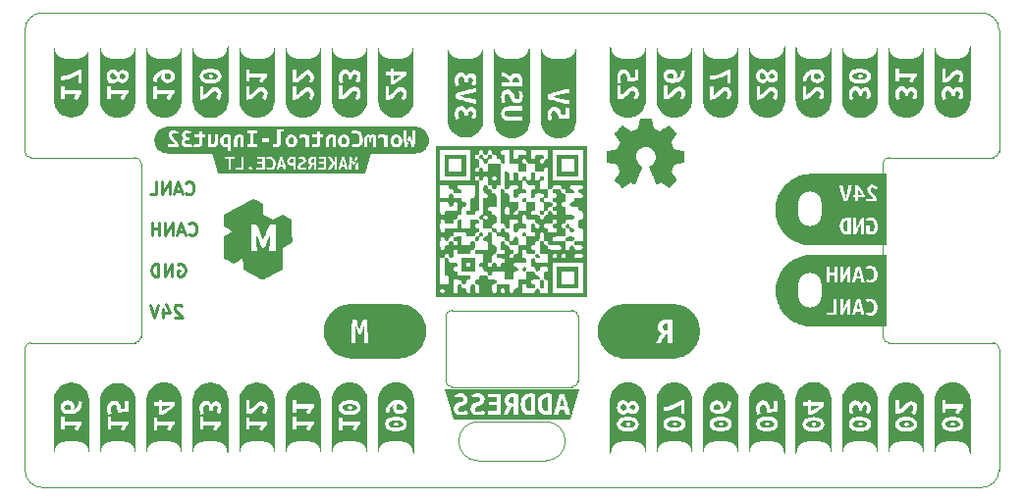
<source format=gbo>
G04 #@! TF.GenerationSoftware,KiCad,Pcbnew,6.0.10+dfsg-1~bpo11+1*
G04 #@! TF.ProjectId,project,70726f6a-6563-4742-9e6b-696361645f70,rev?*
G04 #@! TF.SameCoordinates,Original*
G04 #@! TF.FileFunction,Legend,Bot*
G04 #@! TF.FilePolarity,Positive*
%FSLAX46Y46*%
G04 Gerber Fmt 4.6, Leading zero omitted, Abs format (unit mm)*
%MOMM*%
%LPD*%
G01*
G04 APERTURE LIST*
G04 #@! TA.AperFunction,Profile*
%ADD10C,0.100000*%
G04 #@! TD*
%ADD11C,0.275000*%
%ADD12C,0.010000*%
%ADD13O,3.000000X2.000000*%
%ADD14C,1.552000*%
%ADD15C,5.000000*%
%ADD16O,2.000000X3.000000*%
G04 APERTURE END LIST*
D10*
X127762500Y-70537500D02*
G75*
G03*
X126262500Y-72037500I0J-1500000D01*
G01*
X171162500Y-109237500D02*
G75*
G03*
X171162500Y-105837500I3000J1700000D01*
G01*
X173462500Y-102837500D02*
X163062500Y-102837500D01*
X165362500Y-105837500D02*
G75*
G03*
X165362500Y-109237500I-3000J-1700000D01*
G01*
X210262500Y-72037500D02*
G75*
G03*
X208762500Y-70537500I-1500000J0D01*
G01*
X126262500Y-99537500D02*
X126262500Y-110037500D01*
X208262500Y-111537500D02*
X128262500Y-111537500D01*
X200262500Y-98537500D02*
X200262500Y-83537500D01*
X200762500Y-83037500D02*
X209762500Y-83037500D01*
X208762500Y-70537500D02*
X127762500Y-70537500D01*
X180062500Y-98037500D02*
G75*
G03*
X180062500Y-98037500I-1800000J0D01*
G01*
X162562500Y-102337500D02*
X162562500Y-96737500D01*
X173962500Y-96737500D02*
G75*
G03*
X173462500Y-96237500I-500000J0D01*
G01*
X209762500Y-99037500D02*
X200762500Y-99037500D01*
X163062500Y-96237500D02*
G75*
G03*
X162562500Y-96737500I0J-500000D01*
G01*
X160062500Y-98037500D02*
G75*
G03*
X160062500Y-98037500I-1800000J0D01*
G01*
X135762500Y-99037500D02*
G75*
G03*
X136262500Y-98537500I0J500000D01*
G01*
X173462500Y-102837500D02*
G75*
G03*
X173962500Y-102337500I0J500000D01*
G01*
X165362500Y-105837500D02*
X171162500Y-105837500D01*
X200262500Y-98537500D02*
G75*
G03*
X200762500Y-99037500I500000J0D01*
G01*
X135762500Y-99037500D02*
X126762500Y-99037500D01*
X126262500Y-110037500D02*
G75*
G03*
X127762500Y-111537500I1500000J0D01*
G01*
X210262500Y-82537500D02*
X210262500Y-72037500D01*
X126262500Y-82537500D02*
G75*
G03*
X126762500Y-83037500I500000J0D01*
G01*
X208762500Y-111537500D02*
X208262500Y-111537500D01*
X171162500Y-109237500D02*
X165362500Y-109237500D01*
X126762500Y-99037500D02*
G75*
G03*
X126262500Y-99537500I0J-500000D01*
G01*
X200762500Y-83037500D02*
G75*
G03*
X200262500Y-83537500I0J-500000D01*
G01*
X173962500Y-96737500D02*
X173962500Y-102337500D01*
X208762500Y-111537500D02*
G75*
G03*
X210262500Y-110037500I0J1500000D01*
G01*
X136262500Y-83537500D02*
X136262500Y-98537500D01*
X126262500Y-72037500D02*
X126262500Y-82537500D01*
X209762500Y-83037500D02*
G75*
G03*
X210262500Y-82537500I0J500000D01*
G01*
X136262500Y-83537500D02*
G75*
G03*
X135762500Y-83037500I-500000J0D01*
G01*
X210262500Y-99537500D02*
X210262500Y-110037500D01*
X163062500Y-96237500D02*
X173462500Y-96237500D01*
X127762500Y-111537500D02*
X128262500Y-111537500D01*
X126762500Y-83037500D02*
X135762500Y-83037500D01*
X162562500Y-102337500D02*
G75*
G03*
X163062500Y-102837500I500000J0D01*
G01*
X210262500Y-99537500D02*
G75*
G03*
X209762500Y-99037500I-500000J0D01*
G01*
D11*
X140136488Y-86117357D02*
X140188869Y-86169738D01*
X140346011Y-86222119D01*
X140450773Y-86222119D01*
X140607916Y-86169738D01*
X140712678Y-86064976D01*
X140765059Y-85960214D01*
X140817440Y-85750690D01*
X140817440Y-85593547D01*
X140765059Y-85384023D01*
X140712678Y-85279261D01*
X140607916Y-85174500D01*
X140450773Y-85122119D01*
X140346011Y-85122119D01*
X140188869Y-85174500D01*
X140136488Y-85226880D01*
X139717440Y-85907833D02*
X139193630Y-85907833D01*
X139822202Y-86222119D02*
X139455535Y-85122119D01*
X139088869Y-86222119D01*
X138722202Y-86222119D02*
X138722202Y-85122119D01*
X138093630Y-86222119D01*
X138093630Y-85122119D01*
X137046011Y-86222119D02*
X137569821Y-86222119D01*
X137569821Y-85122119D01*
X140398392Y-89659357D02*
X140450773Y-89711738D01*
X140607916Y-89764119D01*
X140712678Y-89764119D01*
X140869821Y-89711738D01*
X140974583Y-89606976D01*
X141026964Y-89502214D01*
X141079345Y-89292690D01*
X141079345Y-89135547D01*
X141026964Y-88926023D01*
X140974583Y-88821261D01*
X140869821Y-88716500D01*
X140712678Y-88664119D01*
X140607916Y-88664119D01*
X140450773Y-88716500D01*
X140398392Y-88768880D01*
X139979345Y-89449833D02*
X139455535Y-89449833D01*
X140084107Y-89764119D02*
X139717440Y-88664119D01*
X139350773Y-89764119D01*
X138984107Y-89764119D02*
X138984107Y-88664119D01*
X138355535Y-89764119D01*
X138355535Y-88664119D01*
X137831726Y-89764119D02*
X137831726Y-88664119D01*
X137831726Y-89187928D02*
X137203154Y-89187928D01*
X137203154Y-89764119D02*
X137203154Y-88664119D01*
X139455535Y-92258500D02*
X139560297Y-92206119D01*
X139717440Y-92206119D01*
X139874583Y-92258500D01*
X139979345Y-92363261D01*
X140031726Y-92468023D01*
X140084107Y-92677547D01*
X140084107Y-92834690D01*
X140031726Y-93044214D01*
X139979345Y-93148976D01*
X139874583Y-93253738D01*
X139717440Y-93306119D01*
X139612678Y-93306119D01*
X139455535Y-93253738D01*
X139403154Y-93201357D01*
X139403154Y-92834690D01*
X139612678Y-92834690D01*
X138931726Y-93306119D02*
X138931726Y-92206119D01*
X138303154Y-93306119D01*
X138303154Y-92206119D01*
X137779345Y-93306119D02*
X137779345Y-92206119D01*
X137517440Y-92206119D01*
X137360297Y-92258500D01*
X137255535Y-92363261D01*
X137203154Y-92468023D01*
X137150773Y-92677547D01*
X137150773Y-92834690D01*
X137203154Y-93044214D01*
X137255535Y-93148976D01*
X137360297Y-93253738D01*
X137517440Y-93306119D01*
X137779345Y-93306119D01*
X139769821Y-95852880D02*
X139717440Y-95800500D01*
X139612678Y-95748119D01*
X139350773Y-95748119D01*
X139246011Y-95800500D01*
X139193630Y-95852880D01*
X139141250Y-95957642D01*
X139141250Y-96062404D01*
X139193630Y-96219547D01*
X139822202Y-96848119D01*
X139141250Y-96848119D01*
X138198392Y-96114785D02*
X138198392Y-96848119D01*
X138460297Y-95695738D02*
X138722202Y-96481452D01*
X138041250Y-96481452D01*
X137779345Y-95748119D02*
X137412678Y-96848119D01*
X137046011Y-95748119D01*
G36*
X149336248Y-83166983D02*
G01*
X149390448Y-83171426D01*
X149390448Y-83526838D01*
X149301595Y-83526838D01*
X149209632Y-83516397D01*
X149143437Y-83485077D01*
X149103453Y-83428433D01*
X149090125Y-83342023D01*
X149103231Y-83260057D01*
X149142548Y-83206078D01*
X149203635Y-83176090D01*
X149282048Y-83166095D01*
X149336248Y-83166983D01*
G37*
G36*
X151131967Y-83166983D02*
G01*
X151167508Y-83171426D01*
X151167508Y-83501959D01*
X151119527Y-83501959D01*
X151023122Y-83491074D01*
X150957815Y-83458421D01*
X150908057Y-83334915D01*
X150921385Y-83259390D01*
X150961369Y-83206967D01*
X151023122Y-83176313D01*
X151101757Y-83166095D01*
X151131967Y-83166983D01*
G37*
G36*
X153738025Y-83319810D02*
G01*
X153766458Y-83429988D01*
X153791337Y-83539277D01*
X153813550Y-83653009D01*
X153598526Y-83653009D01*
X153619851Y-83539277D01*
X153643841Y-83429988D01*
X153672274Y-83319810D01*
X153705149Y-83201636D01*
X153738025Y-83319810D01*
G37*
G36*
X148406846Y-83319810D02*
G01*
X148435279Y-83429988D01*
X148460158Y-83539277D01*
X148482371Y-83653009D01*
X148267347Y-83653009D01*
X148288671Y-83539277D01*
X148312662Y-83429988D01*
X148341095Y-83319810D01*
X148373970Y-83201636D01*
X148406846Y-83319810D01*
G37*
G36*
X142415252Y-82667333D02*
G01*
X156109748Y-82667333D01*
X155587648Y-84407667D01*
X142937352Y-84407667D01*
X142565947Y-83169649D01*
X143529705Y-83169649D01*
X143819366Y-83169649D01*
X143819366Y-84088389D01*
X144039721Y-84088389D01*
X144444891Y-84088389D01*
X145136167Y-84088389D01*
X145136167Y-83948001D01*
X145546668Y-83948001D01*
X145594649Y-84067064D01*
X145704826Y-84107936D01*
X145765246Y-84097274D01*
X145779716Y-84088389D01*
X146221951Y-84088389D01*
X146927443Y-84088389D01*
X146927443Y-84035077D01*
X147094487Y-84035077D01*
X147219770Y-84087500D01*
X147304847Y-84105493D01*
X147401918Y-84111490D01*
X147544873Y-84094904D01*
X147560385Y-84088389D01*
X147943922Y-84088389D01*
X148178494Y-84088389D01*
X148230028Y-83834269D01*
X148523243Y-83834269D01*
X148573001Y-84088389D01*
X148800464Y-84088389D01*
X148769117Y-83960618D01*
X148737628Y-83837468D01*
X148705996Y-83718938D01*
X148674222Y-83605028D01*
X148642306Y-83495739D01*
X148602655Y-83363737D01*
X148596609Y-83343800D01*
X148866216Y-83343800D01*
X148879149Y-83463160D01*
X148917948Y-83558232D01*
X148982613Y-83629019D01*
X149070972Y-83677888D01*
X149180854Y-83707209D01*
X149312258Y-83716983D01*
X149390448Y-83716983D01*
X149390448Y-84088389D01*
X149609027Y-84088389D01*
X149609027Y-83788065D01*
X149776070Y-83788065D01*
X149801171Y-83925121D01*
X149876474Y-84027080D01*
X149954961Y-84073975D01*
X150056550Y-84102111D01*
X150181240Y-84111490D01*
X150304301Y-84104160D01*
X150372802Y-84088389D01*
X150613065Y-84088389D01*
X150842306Y-84088389D01*
X150886511Y-83983764D01*
X150937379Y-83883138D01*
X150993578Y-83783845D01*
X151053776Y-83683219D01*
X151167508Y-83683219D01*
X151167508Y-84088389D01*
X151386086Y-84088389D01*
X151553130Y-84088389D01*
X152258623Y-84088389D01*
X152390125Y-84088389D01*
X152637137Y-84088389D01*
X152693114Y-83954221D01*
X152731543Y-83883138D01*
X152773970Y-83813833D01*
X152819507Y-83747637D01*
X152867266Y-83685884D01*
X152960561Y-83585481D01*
X152960561Y-84088389D01*
X153179140Y-84088389D01*
X153275101Y-84088389D01*
X153509673Y-84088389D01*
X153561208Y-83834269D01*
X153854422Y-83834269D01*
X153904180Y-84088389D01*
X154131644Y-84088389D01*
X154188510Y-84088389D01*
X154389317Y-84088389D01*
X154378655Y-83233623D01*
X154513712Y-83699212D01*
X154673647Y-83699212D01*
X154803372Y-83233623D01*
X154794487Y-84088389D01*
X154995295Y-84088389D01*
X154989742Y-83950666D01*
X154983744Y-83807613D01*
X154977302Y-83662338D01*
X154970416Y-83517952D01*
X154962641Y-83376232D01*
X154953534Y-83238954D01*
X154943094Y-83108784D01*
X154931321Y-82988389D01*
X154750061Y-82988389D01*
X154718962Y-83084350D01*
X154678978Y-83210521D01*
X154636329Y-83347355D01*
X154595456Y-83475303D01*
X154551030Y-83339358D01*
X154506603Y-83204301D01*
X154467508Y-83082573D01*
X154435521Y-82988389D01*
X154254261Y-82988389D01*
X154242044Y-83130553D01*
X154230271Y-83269164D01*
X154219608Y-83405331D01*
X154210723Y-83540166D01*
X154203393Y-83674778D01*
X154197395Y-83810279D01*
X154192508Y-83947779D01*
X154188510Y-84088389D01*
X154131644Y-84088389D01*
X154100296Y-83960618D01*
X154068807Y-83837468D01*
X154037175Y-83718938D01*
X154005401Y-83605028D01*
X153973485Y-83495739D01*
X153933835Y-83363737D01*
X153894851Y-83235178D01*
X153856533Y-83110062D01*
X153818881Y-82988389D01*
X153580755Y-82988389D01*
X153541715Y-83111061D01*
X153502787Y-83237399D01*
X153463969Y-83367402D01*
X153425263Y-83501070D01*
X153394519Y-83611284D01*
X153364132Y-83725122D01*
X153334099Y-83842586D01*
X153304422Y-83963674D01*
X153275101Y-84088389D01*
X153179140Y-84088389D01*
X153179140Y-82988389D01*
X152960561Y-82988389D01*
X152960561Y-83445093D01*
X152878817Y-83334915D01*
X152797960Y-83214075D01*
X152727767Y-83095012D01*
X152674455Y-82988389D01*
X152427443Y-82988389D01*
X152486975Y-83097678D01*
X152524071Y-83160319D01*
X152566054Y-83225626D01*
X152612036Y-83292932D01*
X152661127Y-83361571D01*
X152712884Y-83429544D01*
X152766862Y-83494851D01*
X152711329Y-83552161D01*
X152654907Y-83617468D01*
X152599596Y-83689216D01*
X152547395Y-83765852D01*
X152499192Y-83845820D01*
X152455876Y-83927565D01*
X152419002Y-84009087D01*
X152390125Y-84088389D01*
X152258623Y-84088389D01*
X152258623Y-82988389D01*
X151592225Y-82988389D01*
X151592225Y-83169649D01*
X152040044Y-83169649D01*
X152040044Y-83416660D01*
X151650868Y-83416660D01*
X151650868Y-83597920D01*
X152040044Y-83597920D01*
X152040044Y-83907128D01*
X151553130Y-83907128D01*
X151553130Y-84088389D01*
X151386086Y-84088389D01*
X151386086Y-83004382D01*
X151315893Y-82991054D01*
X151238590Y-82982169D01*
X151163954Y-82977726D01*
X151101757Y-82975949D01*
X151012015Y-82981280D01*
X150931159Y-82997274D01*
X150860077Y-83024374D01*
X150799657Y-83063025D01*
X150715246Y-83175868D01*
X150693255Y-83250283D01*
X150685925Y-83336692D01*
X150695699Y-83428211D01*
X150725020Y-83510844D01*
X150776999Y-83579705D01*
X150854746Y-83629907D01*
X150790771Y-83732088D01*
X150725020Y-83849374D01*
X150663712Y-83971991D01*
X150613065Y-84088389D01*
X150372802Y-84088389D01*
X150399818Y-84082169D01*
X150522435Y-84027968D01*
X150458461Y-83850263D01*
X150343841Y-83903574D01*
X150269871Y-83922233D01*
X150181240Y-83928453D01*
X150089721Y-83916902D01*
X150031967Y-83884915D01*
X150002645Y-83838712D01*
X149994649Y-83786288D01*
X150014196Y-83725868D01*
X150063954Y-83678776D01*
X150131482Y-83641458D01*
X150206119Y-83610359D01*
X150309188Y-83569487D01*
X150406038Y-83510844D01*
X150478009Y-83422880D01*
X150506442Y-83292266D01*
X150481341Y-83154544D01*
X150406038Y-83050586D01*
X150330710Y-83002210D01*
X150238599Y-82973185D01*
X150129705Y-82963510D01*
X150034855Y-82969285D01*
X149952888Y-82986611D01*
X149825828Y-83038146D01*
X149889802Y-83206967D01*
X149988429Y-83164317D01*
X150113712Y-83146547D01*
X150210463Y-83160566D01*
X150268513Y-83202623D01*
X150287863Y-83272718D01*
X150270093Y-83328695D01*
X150224778Y-83371345D01*
X150162581Y-83404221D01*
X150094164Y-83430876D01*
X149986652Y-83474414D01*
X149883582Y-83538389D01*
X149806280Y-83637904D01*
X149783623Y-83705210D01*
X149776070Y-83788065D01*
X149609027Y-83788065D01*
X149609027Y-83002605D01*
X149537056Y-82990166D01*
X149456200Y-82982169D01*
X149376232Y-82977726D01*
X149306926Y-82975949D01*
X149177596Y-82985525D01*
X149069195Y-83014255D01*
X148981725Y-83062137D01*
X148917553Y-83131738D01*
X148879050Y-83225626D01*
X148866216Y-83343800D01*
X148596609Y-83343800D01*
X148563671Y-83235178D01*
X148525353Y-83110062D01*
X148487702Y-82988389D01*
X148249576Y-82988389D01*
X148210536Y-83111061D01*
X148171607Y-83237399D01*
X148132790Y-83367402D01*
X148094083Y-83501070D01*
X148063340Y-83611284D01*
X148032952Y-83725122D01*
X148002920Y-83842586D01*
X147973243Y-83963674D01*
X147943922Y-84088389D01*
X147560385Y-84088389D01*
X147663344Y-84045147D01*
X147757330Y-83962217D01*
X147810975Y-83879695D01*
X147849293Y-83781401D01*
X147872284Y-83667336D01*
X147879947Y-83537500D01*
X147870618Y-83408219D01*
X147842629Y-83294043D01*
X147797981Y-83195638D01*
X147738671Y-83113671D01*
X147665812Y-83048809D01*
X147580513Y-83001716D01*
X147484774Y-82973061D01*
X147380594Y-82963510D01*
X147274859Y-82973284D01*
X147192225Y-82995497D01*
X147132694Y-83022153D01*
X147096264Y-83043477D01*
X147153130Y-83217629D01*
X147251757Y-83172314D01*
X147384148Y-83153655D01*
X147484552Y-83172314D01*
X147571628Y-83234511D01*
X147633825Y-83350909D01*
X147651817Y-83432653D01*
X147657815Y-83532169D01*
X147650608Y-83647974D01*
X147628987Y-83744231D01*
X147592952Y-83820941D01*
X147507431Y-83896244D01*
X147380594Y-83921345D01*
X147239317Y-83901797D01*
X147149576Y-83862702D01*
X147094487Y-84035077D01*
X146927443Y-84035077D01*
X146927443Y-82988389D01*
X146261046Y-82988389D01*
X146261046Y-83169649D01*
X146708865Y-83169649D01*
X146708865Y-83416660D01*
X146319689Y-83416660D01*
X146319689Y-83597920D01*
X146708865Y-83597920D01*
X146708865Y-83907128D01*
X146221951Y-83907128D01*
X146221951Y-84088389D01*
X145779716Y-84088389D01*
X145815893Y-84066175D01*
X145851434Y-84016418D01*
X145864762Y-83948001D01*
X145851434Y-83881361D01*
X145815893Y-83832492D01*
X145765246Y-83802282D01*
X145704826Y-83791620D01*
X145594649Y-83832492D01*
X145546668Y-83948001D01*
X145136167Y-83948001D01*
X145136167Y-82988389D01*
X144915812Y-82988389D01*
X144915812Y-83907128D01*
X144444891Y-83907128D01*
X144444891Y-84088389D01*
X144039721Y-84088389D01*
X144039721Y-83169649D01*
X144329382Y-83169649D01*
X144329382Y-82988389D01*
X143529705Y-82988389D01*
X143529705Y-83169649D01*
X142565947Y-83169649D01*
X142415252Y-82667333D01*
G37*
G36*
X144743678Y-103852651D02*
G01*
X144765654Y-103704500D01*
X144802045Y-103559217D01*
X144852502Y-103418201D01*
X144916537Y-103282809D01*
X144993535Y-103154346D01*
X145082754Y-103034049D01*
X145183334Y-102923075D01*
X145294307Y-102822495D01*
X145414605Y-102733277D01*
X145543068Y-102656279D01*
X145678460Y-102592243D01*
X145819476Y-102541787D01*
X145964759Y-102505395D01*
X146112909Y-102483419D01*
X146262500Y-102476070D01*
X146412091Y-102483419D01*
X146560241Y-102505395D01*
X146705524Y-102541787D01*
X146846540Y-102592243D01*
X146981932Y-102656279D01*
X147110395Y-102733277D01*
X147230693Y-102822495D01*
X147341666Y-102923075D01*
X147442246Y-103034049D01*
X147531465Y-103154346D01*
X147608463Y-103282809D01*
X147672498Y-103418201D01*
X147722955Y-103559217D01*
X147759346Y-103704500D01*
X147781322Y-103852651D01*
X147788671Y-104002242D01*
X147788671Y-108598930D01*
X144736329Y-108598930D01*
X144736329Y-106558542D01*
X145342145Y-106558542D01*
X145638752Y-106558542D01*
X145638752Y-106180513D01*
X146644891Y-106180513D01*
X146541660Y-106366620D01*
X146470416Y-106544002D01*
X146767023Y-106660319D01*
X146833905Y-106509107D01*
X146924051Y-106346264D01*
X147028736Y-106192145D01*
X147142145Y-106067104D01*
X147142145Y-105822839D01*
X145638752Y-105822839D01*
X145638752Y-105465166D01*
X145342145Y-105465166D01*
X145342145Y-106558542D01*
X144736329Y-106558542D01*
X144736329Y-105177282D01*
X145342145Y-105177282D01*
X145414842Y-105184552D01*
X145475909Y-105183098D01*
X145615489Y-105169649D01*
X145743437Y-105129301D01*
X145860844Y-105068235D01*
X145968800Y-104992629D01*
X146068397Y-104906846D01*
X146160723Y-104815246D01*
X146247597Y-104723647D01*
X146330836Y-104637863D01*
X146487863Y-104501191D01*
X146641983Y-104447395D01*
X146812096Y-104514277D01*
X146871708Y-104682936D01*
X146830998Y-104860319D01*
X146694326Y-105043518D01*
X146944406Y-105220901D01*
X147050545Y-105095497D01*
X147124697Y-104951918D01*
X147168316Y-104799616D01*
X147182855Y-104648041D01*
X147150868Y-104435763D01*
X147054907Y-104255473D01*
X146893518Y-104130432D01*
X146668154Y-104083905D01*
X146489317Y-104118800D01*
X146322112Y-104211854D01*
X146165085Y-104342710D01*
X146019689Y-104491014D01*
X145936813Y-104578251D01*
X145837944Y-104671305D01*
X145734713Y-104745456D01*
X145638752Y-104775989D01*
X145638752Y-104002484D01*
X145342145Y-104002484D01*
X145342145Y-105177282D01*
X144736329Y-105177282D01*
X144736329Y-104002242D01*
X144743678Y-103852651D01*
G37*
G36*
X205792872Y-105833744D02*
G01*
X205917104Y-105790933D01*
X206074616Y-105765246D01*
X206265408Y-105756684D01*
X206454584Y-105765246D01*
X206611127Y-105790933D01*
X206735036Y-105833744D01*
X206856078Y-105928615D01*
X206896426Y-106059107D01*
X206856078Y-106187783D01*
X206735036Y-106283017D01*
X206611127Y-106326636D01*
X206454584Y-106352807D01*
X206265408Y-106361531D01*
X206074616Y-106352807D01*
X205917104Y-106326636D01*
X205792872Y-106283017D01*
X205671830Y-106187783D01*
X205631482Y-106059107D01*
X205632381Y-106056199D01*
X206102565Y-106056199D01*
X206159269Y-106175424D01*
X206294487Y-106219043D01*
X206431159Y-106175424D01*
X206489317Y-106056199D01*
X206431159Y-105941337D01*
X206294487Y-105896264D01*
X206159269Y-105941337D01*
X206102565Y-106056199D01*
X205632381Y-106056199D01*
X205671830Y-105928615D01*
X205792872Y-105833744D01*
G37*
G36*
X204724867Y-103845709D02*
G01*
X204747115Y-103695724D01*
X204783958Y-103548642D01*
X204835039Y-103405879D01*
X204899868Y-103268810D01*
X204977819Y-103138756D01*
X205068143Y-103016969D01*
X205169969Y-102904621D01*
X205282316Y-102802795D01*
X205404104Y-102712472D01*
X205534158Y-102634520D01*
X205671226Y-102569692D01*
X205813989Y-102518610D01*
X205961071Y-102481768D01*
X206111056Y-102459520D01*
X206262500Y-102452080D01*
X206413944Y-102459520D01*
X206563929Y-102481768D01*
X206711011Y-102518610D01*
X206853774Y-102569692D01*
X206990842Y-102634520D01*
X207120896Y-102712472D01*
X207242684Y-102802795D01*
X207355031Y-102904621D01*
X207456857Y-103016969D01*
X207547181Y-103138756D01*
X207625132Y-103268810D01*
X207689961Y-103405879D01*
X207741042Y-103548642D01*
X207777885Y-103695724D01*
X207800133Y-103845709D01*
X207807573Y-103997153D01*
X207807573Y-108622920D01*
X204717427Y-108622920D01*
X204717427Y-106059107D01*
X205323243Y-106059107D01*
X205349091Y-106246506D01*
X205426636Y-106401595D01*
X205555876Y-106524374D01*
X205687460Y-106594346D01*
X205849576Y-106644326D01*
X206042225Y-106674313D01*
X206265408Y-106684309D01*
X206486046Y-106674132D01*
X206676878Y-106643599D01*
X206837904Y-106592710D01*
X206969124Y-106521466D01*
X207098364Y-106397718D01*
X207175909Y-106243599D01*
X207201757Y-106059107D01*
X207176070Y-105871708D01*
X207099011Y-105716620D01*
X206970578Y-105593841D01*
X206839812Y-105523869D01*
X206678695Y-105473889D01*
X206487227Y-105443901D01*
X206265408Y-105433905D01*
X206042225Y-105443901D01*
X205849576Y-105473889D01*
X205687460Y-105523869D01*
X205555876Y-105593841D01*
X205426636Y-105716620D01*
X205349091Y-105871708D01*
X205323243Y-106059107D01*
X204717427Y-106059107D01*
X204717427Y-105090771D01*
X205361046Y-105090771D01*
X205657653Y-105090771D01*
X205657653Y-104712742D01*
X206663792Y-104712742D01*
X206560561Y-104898849D01*
X206489317Y-105076232D01*
X206785925Y-105192548D01*
X206852807Y-105041337D01*
X206942952Y-104878494D01*
X207047637Y-104724374D01*
X207161046Y-104599334D01*
X207161046Y-104355069D01*
X205657653Y-104355069D01*
X205657653Y-103997395D01*
X205361046Y-103997395D01*
X205361046Y-105090771D01*
X204717427Y-105090771D01*
X204717427Y-103997153D01*
X204724867Y-103845709D01*
G37*
G36*
X203807573Y-73460804D02*
G01*
X203807573Y-78069124D01*
X203800133Y-78220567D01*
X203777885Y-78370552D01*
X203741042Y-78517635D01*
X203689961Y-78660397D01*
X203625132Y-78797466D01*
X203547181Y-78927520D01*
X203456857Y-79049307D01*
X203355031Y-79161655D01*
X203242684Y-79263481D01*
X203120896Y-79353805D01*
X202990842Y-79431756D01*
X202853774Y-79496585D01*
X202711011Y-79547666D01*
X202563929Y-79584508D01*
X202413944Y-79606756D01*
X202262500Y-79614196D01*
X202111056Y-79606756D01*
X201961071Y-79584508D01*
X201813989Y-79547666D01*
X201671226Y-79496585D01*
X201534158Y-79431756D01*
X201404104Y-79353805D01*
X201282316Y-79263481D01*
X201169969Y-79161655D01*
X201068143Y-79049307D01*
X200977819Y-78927520D01*
X200899868Y-78797466D01*
X200835039Y-78660397D01*
X200783958Y-78517635D01*
X200747115Y-78370552D01*
X200724867Y-78220567D01*
X200717427Y-78069124D01*
X200717427Y-77568720D01*
X201323243Y-77568720D01*
X201333421Y-77709754D01*
X201358138Y-77852242D01*
X201390125Y-77978736D01*
X201422112Y-78068881D01*
X201721628Y-77999091D01*
X201660561Y-77826070D01*
X201636571Y-77709390D01*
X201628574Y-77571628D01*
X201648203Y-77415691D01*
X201707088Y-77314277D01*
X201901918Y-77240125D01*
X202022960Y-77268477D01*
X202101111Y-77353534D01*
X202143639Y-77482209D01*
X202157815Y-77641418D01*
X202157815Y-77751918D01*
X202454422Y-77751918D01*
X202454422Y-77618154D01*
X202466054Y-77507653D01*
X202503857Y-77408784D01*
X202573647Y-77337540D01*
X202684148Y-77309915D01*
X202839721Y-77369527D01*
X202896426Y-77533825D01*
X202862985Y-77735925D01*
X202780109Y-77908946D01*
X203041821Y-78036894D01*
X203147960Y-77828978D01*
X203188308Y-77691216D01*
X203201757Y-77536733D01*
X203192306Y-77395335D01*
X203163954Y-77273566D01*
X203057815Y-77088914D01*
X202896426Y-76981321D01*
X202695779Y-76946426D01*
X202489317Y-77007492D01*
X202338106Y-77170335D01*
X202266135Y-77046385D01*
X202166539Y-76953695D01*
X202042225Y-76895901D01*
X201896103Y-76876636D01*
X201666377Y-76917347D01*
X201484632Y-77042387D01*
X201416296Y-77138348D01*
X201365408Y-77257573D01*
X201333784Y-77400788D01*
X201323243Y-77568720D01*
X200717427Y-77568720D01*
X200717427Y-76492791D01*
X201361046Y-76492791D01*
X201657653Y-76492791D01*
X201657653Y-76114762D01*
X202663792Y-76114762D01*
X202560561Y-76300868D01*
X202489317Y-76478251D01*
X202785925Y-76594568D01*
X202852807Y-76443356D01*
X202942952Y-76280513D01*
X203047637Y-76126393D01*
X203161046Y-76001353D01*
X203161046Y-75757088D01*
X201657653Y-75757088D01*
X201657653Y-75399414D01*
X201361046Y-75399414D01*
X201361046Y-76492791D01*
X200717427Y-76492791D01*
X200717427Y-73460804D01*
X203807573Y-73460804D01*
G37*
G36*
X180299775Y-80106431D02*
G01*
X180383595Y-80551055D01*
X181002167Y-80806051D01*
X181373207Y-80553746D01*
X181446644Y-80504006D01*
X181543999Y-80438718D01*
X181628287Y-80382954D01*
X181695131Y-80339578D01*
X181740154Y-80311453D01*
X181758978Y-80301442D01*
X181770539Y-80308561D01*
X181805096Y-80338394D01*
X181857394Y-80387352D01*
X181923000Y-80450940D01*
X181997483Y-80524663D01*
X182076413Y-80604025D01*
X182155356Y-80684531D01*
X182229884Y-80761685D01*
X182295563Y-80830993D01*
X182347963Y-80887957D01*
X182382653Y-80928084D01*
X182395201Y-80946877D01*
X182392282Y-80954951D01*
X182372071Y-80990969D01*
X182335163Y-81050244D01*
X182284550Y-81128130D01*
X182223225Y-81219981D01*
X182154179Y-81321150D01*
X182116287Y-81376326D01*
X182051106Y-81472384D01*
X181995223Y-81556217D01*
X181951617Y-81623277D01*
X181923269Y-81669019D01*
X181913157Y-81688896D01*
X181913323Y-81689997D01*
X181922243Y-81715194D01*
X181942706Y-81766647D01*
X181971860Y-81837635D01*
X182006853Y-81921435D01*
X182044832Y-82011328D01*
X182082945Y-82100591D01*
X182118339Y-82182503D01*
X182148162Y-82250343D01*
X182169561Y-82297390D01*
X182179684Y-82316922D01*
X182185674Y-82318655D01*
X182222066Y-82326469D01*
X182286927Y-82339415D01*
X182375065Y-82356479D01*
X182481287Y-82376651D01*
X182600402Y-82398918D01*
X182663183Y-82410723D01*
X182778412Y-82433248D01*
X182879162Y-82454050D01*
X182959926Y-82471935D01*
X183015198Y-82485708D01*
X183039471Y-82494174D01*
X183043831Y-82502566D01*
X183051063Y-82543572D01*
X183056746Y-82611868D01*
X183060882Y-82701029D01*
X183063477Y-82804628D01*
X183064536Y-82916240D01*
X183064061Y-83029438D01*
X183062059Y-83137796D01*
X183058533Y-83234889D01*
X183053487Y-83314290D01*
X183046927Y-83369572D01*
X183038856Y-83394310D01*
X183033958Y-83397100D01*
X182997430Y-83409069D01*
X182934065Y-83424905D01*
X182851186Y-83442874D01*
X182756118Y-83461241D01*
X182724042Y-83467091D01*
X182575893Y-83494298D01*
X182459461Y-83516163D01*
X182370709Y-83533593D01*
X182305603Y-83547496D01*
X182260106Y-83558777D01*
X182230182Y-83568343D01*
X182211794Y-83577101D01*
X182200907Y-83585957D01*
X182199642Y-83587443D01*
X182181838Y-83618431D01*
X182155494Y-83675134D01*
X182123161Y-83750899D01*
X182087393Y-83839074D01*
X182050744Y-83933007D01*
X182015766Y-84026047D01*
X181985013Y-84111541D01*
X181961038Y-84182836D01*
X181946395Y-84233282D01*
X181943636Y-84256226D01*
X181945481Y-84259203D01*
X181964575Y-84287993D01*
X182000484Y-84341095D01*
X182049878Y-84413617D01*
X182109427Y-84500667D01*
X182175803Y-84597354D01*
X182194020Y-84623956D01*
X182258077Y-84719375D01*
X182313437Y-84804712D01*
X182356939Y-84874905D01*
X182385424Y-84924894D01*
X182395732Y-84949616D01*
X182393511Y-84956116D01*
X182370358Y-84988144D01*
X182324677Y-85040445D01*
X182259741Y-85109499D01*
X182178819Y-85191786D01*
X182085185Y-85283786D01*
X182031665Y-85335281D01*
X181947042Y-85415483D01*
X181872975Y-85484178D01*
X181813441Y-85537752D01*
X181772417Y-85572585D01*
X181753881Y-85585063D01*
X181741146Y-85580438D01*
X181701936Y-85558557D01*
X181644995Y-85522773D01*
X181577750Y-85477617D01*
X181529938Y-85444665D01*
X181434485Y-85379227D01*
X181332625Y-85309728D01*
X181239588Y-85246575D01*
X181057332Y-85123300D01*
X180904341Y-85206020D01*
X180868317Y-85225113D01*
X180802803Y-85257772D01*
X180752140Y-85280319D01*
X180725064Y-85288726D01*
X180716203Y-85277930D01*
X180694199Y-85236823D01*
X180661699Y-85169049D01*
X180620510Y-85078909D01*
X180572442Y-84970705D01*
X180519302Y-84848737D01*
X180462899Y-84717308D01*
X180405042Y-84580718D01*
X180347538Y-84443267D01*
X180292197Y-84309258D01*
X180240826Y-84182991D01*
X180195235Y-84068768D01*
X180157232Y-83970890D01*
X180128624Y-83893657D01*
X180111221Y-83841371D01*
X180106831Y-83818333D01*
X180107128Y-83817660D01*
X180127577Y-83796363D01*
X180170350Y-83763008D01*
X180226617Y-83724511D01*
X180244377Y-83712756D01*
X180379514Y-83601235D01*
X180491356Y-83468406D01*
X180577255Y-83319798D01*
X180634562Y-83160940D01*
X180660631Y-82997360D01*
X180652813Y-82834588D01*
X180621144Y-82689815D01*
X180564282Y-82543624D01*
X180481388Y-82413203D01*
X180367631Y-82289313D01*
X180322933Y-82249735D01*
X180178435Y-82152223D01*
X180022338Y-82086550D01*
X179859167Y-82052130D01*
X179693443Y-82048374D01*
X179529692Y-82074694D01*
X179372436Y-82130503D01*
X179226198Y-82215214D01*
X179095504Y-82328237D01*
X178984874Y-82468987D01*
X178963605Y-82503842D01*
X178891310Y-82663155D01*
X178852915Y-82829052D01*
X178847414Y-82997237D01*
X178873801Y-83163413D01*
X178931070Y-83323284D01*
X179018217Y-83472553D01*
X179134236Y-83606923D01*
X179278122Y-83722099D01*
X179282794Y-83725202D01*
X179338464Y-83764433D01*
X179380189Y-83797786D01*
X179399246Y-83818333D01*
X179396842Y-83834441D01*
X179381891Y-83881344D01*
X179355381Y-83954039D01*
X179319120Y-84048225D01*
X179274916Y-84159598D01*
X179224576Y-84283858D01*
X179169907Y-84416702D01*
X179112718Y-84553827D01*
X179054816Y-84690932D01*
X178998010Y-84823715D01*
X178944106Y-84947874D01*
X178894912Y-85059106D01*
X178852237Y-85153109D01*
X178817887Y-85225582D01*
X178793671Y-85272222D01*
X178781397Y-85288726D01*
X178771189Y-85286491D01*
X178731086Y-85270426D01*
X178671818Y-85242259D01*
X178602119Y-85206020D01*
X178449129Y-85123300D01*
X178266873Y-85246575D01*
X178213027Y-85283079D01*
X178112874Y-85351284D01*
X178013025Y-85419598D01*
X177928711Y-85477617D01*
X177882179Y-85509236D01*
X177821700Y-85548520D01*
X177776857Y-85575412D01*
X177754955Y-85585383D01*
X177745545Y-85581150D01*
X177711531Y-85555221D01*
X177659095Y-85509570D01*
X177592801Y-85448686D01*
X177517213Y-85377061D01*
X177436896Y-85299183D01*
X177356413Y-85219545D01*
X177280329Y-85142635D01*
X177213207Y-85072945D01*
X177159612Y-85014964D01*
X177124108Y-84973184D01*
X177111259Y-84952093D01*
X177112000Y-84948081D01*
X177127293Y-84915420D01*
X177159962Y-84858912D01*
X177206850Y-84783663D01*
X177264801Y-84694775D01*
X177330657Y-84597354D01*
X177349127Y-84570482D01*
X177413982Y-84475923D01*
X177471109Y-84392327D01*
X177517178Y-84324584D01*
X177548859Y-84277586D01*
X177562824Y-84256226D01*
X177563168Y-84255311D01*
X177559046Y-84229178D01*
X177543307Y-84176240D01*
X177518504Y-84103147D01*
X177487189Y-84016552D01*
X177451917Y-83923108D01*
X177415240Y-83829465D01*
X177379712Y-83742277D01*
X177347886Y-83668195D01*
X177322316Y-83613871D01*
X177305553Y-83585957D01*
X177303874Y-83584224D01*
X177291872Y-83575456D01*
X177271603Y-83566615D01*
X177239029Y-83556792D01*
X177190116Y-83545083D01*
X177120827Y-83530580D01*
X177027125Y-83512376D01*
X176904976Y-83489566D01*
X176750342Y-83461241D01*
X176718270Y-83455280D01*
X176626393Y-83436852D01*
X176549107Y-83419392D01*
X176493736Y-83404633D01*
X176467605Y-83394310D01*
X176463233Y-83385697D01*
X176455945Y-83344326D01*
X176450169Y-83275741D01*
X176445910Y-83186368D01*
X176443173Y-83082635D01*
X176441962Y-82970965D01*
X176442282Y-82857787D01*
X176444136Y-82749526D01*
X176447530Y-82652608D01*
X176452467Y-82573459D01*
X176458952Y-82518506D01*
X176466989Y-82494174D01*
X176475196Y-82490579D01*
X176516019Y-82479248D01*
X176585024Y-82463222D01*
X176676703Y-82443695D01*
X176785550Y-82421862D01*
X176906058Y-82398918D01*
X176971857Y-82386659D01*
X177084635Y-82365401D01*
X177181707Y-82346787D01*
X177257882Y-82331828D01*
X177307969Y-82321536D01*
X177326776Y-82316922D01*
X177327483Y-82315971D01*
X177339461Y-82291810D01*
X177362294Y-82241194D01*
X177393130Y-82170838D01*
X177429113Y-82087458D01*
X177467391Y-81997770D01*
X177505109Y-81908489D01*
X177539413Y-81826332D01*
X177567449Y-81758013D01*
X177586364Y-81710248D01*
X177593303Y-81689754D01*
X177590242Y-81682543D01*
X177569872Y-81648228D01*
X177532922Y-81590470D01*
X177482360Y-81513799D01*
X177421157Y-81422748D01*
X177352281Y-81321850D01*
X177314494Y-81266593D01*
X177249282Y-81169715D01*
X177193371Y-81084693D01*
X177149741Y-81016162D01*
X177121377Y-80968760D01*
X177111259Y-80947123D01*
X177118290Y-80935387D01*
X177147697Y-80900318D01*
X177195941Y-80847245D01*
X177258593Y-80780664D01*
X177331225Y-80705074D01*
X177409408Y-80624972D01*
X177488714Y-80544854D01*
X177564713Y-80469218D01*
X177632978Y-80402562D01*
X177689080Y-80349382D01*
X177728590Y-80314176D01*
X177747079Y-80301442D01*
X177757343Y-80306393D01*
X177795030Y-80329357D01*
X177855848Y-80368438D01*
X177935413Y-80420772D01*
X178029343Y-80483496D01*
X178133254Y-80553746D01*
X178504294Y-80806051D01*
X178813580Y-80678553D01*
X179122865Y-80551055D01*
X179206686Y-80106431D01*
X179290506Y-79661807D01*
X180215954Y-79661807D01*
X180299775Y-80106431D01*
G37*
D12*
X180299775Y-80106431D02*
X180383595Y-80551055D01*
X181002167Y-80806051D01*
X181373207Y-80553746D01*
X181446644Y-80504006D01*
X181543999Y-80438718D01*
X181628287Y-80382954D01*
X181695131Y-80339578D01*
X181740154Y-80311453D01*
X181758978Y-80301442D01*
X181770539Y-80308561D01*
X181805096Y-80338394D01*
X181857394Y-80387352D01*
X181923000Y-80450940D01*
X181997483Y-80524663D01*
X182076413Y-80604025D01*
X182155356Y-80684531D01*
X182229884Y-80761685D01*
X182295563Y-80830993D01*
X182347963Y-80887957D01*
X182382653Y-80928084D01*
X182395201Y-80946877D01*
X182392282Y-80954951D01*
X182372071Y-80990969D01*
X182335163Y-81050244D01*
X182284550Y-81128130D01*
X182223225Y-81219981D01*
X182154179Y-81321150D01*
X182116287Y-81376326D01*
X182051106Y-81472384D01*
X181995223Y-81556217D01*
X181951617Y-81623277D01*
X181923269Y-81669019D01*
X181913157Y-81688896D01*
X181913323Y-81689997D01*
X181922243Y-81715194D01*
X181942706Y-81766647D01*
X181971860Y-81837635D01*
X182006853Y-81921435D01*
X182044832Y-82011328D01*
X182082945Y-82100591D01*
X182118339Y-82182503D01*
X182148162Y-82250343D01*
X182169561Y-82297390D01*
X182179684Y-82316922D01*
X182185674Y-82318655D01*
X182222066Y-82326469D01*
X182286927Y-82339415D01*
X182375065Y-82356479D01*
X182481287Y-82376651D01*
X182600402Y-82398918D01*
X182663183Y-82410723D01*
X182778412Y-82433248D01*
X182879162Y-82454050D01*
X182959926Y-82471935D01*
X183015198Y-82485708D01*
X183039471Y-82494174D01*
X183043831Y-82502566D01*
X183051063Y-82543572D01*
X183056746Y-82611868D01*
X183060882Y-82701029D01*
X183063477Y-82804628D01*
X183064536Y-82916240D01*
X183064061Y-83029438D01*
X183062059Y-83137796D01*
X183058533Y-83234889D01*
X183053487Y-83314290D01*
X183046927Y-83369572D01*
X183038856Y-83394310D01*
X183033958Y-83397100D01*
X182997430Y-83409069D01*
X182934065Y-83424905D01*
X182851186Y-83442874D01*
X182756118Y-83461241D01*
X182724042Y-83467091D01*
X182575893Y-83494298D01*
X182459461Y-83516163D01*
X182370709Y-83533593D01*
X182305603Y-83547496D01*
X182260106Y-83558777D01*
X182230182Y-83568343D01*
X182211794Y-83577101D01*
X182200907Y-83585957D01*
X182199642Y-83587443D01*
X182181838Y-83618431D01*
X182155494Y-83675134D01*
X182123161Y-83750899D01*
X182087393Y-83839074D01*
X182050744Y-83933007D01*
X182015766Y-84026047D01*
X181985013Y-84111541D01*
X181961038Y-84182836D01*
X181946395Y-84233282D01*
X181943636Y-84256226D01*
X181945481Y-84259203D01*
X181964575Y-84287993D01*
X182000484Y-84341095D01*
X182049878Y-84413617D01*
X182109427Y-84500667D01*
X182175803Y-84597354D01*
X182194020Y-84623956D01*
X182258077Y-84719375D01*
X182313437Y-84804712D01*
X182356939Y-84874905D01*
X182385424Y-84924894D01*
X182395732Y-84949616D01*
X182393511Y-84956116D01*
X182370358Y-84988144D01*
X182324677Y-85040445D01*
X182259741Y-85109499D01*
X182178819Y-85191786D01*
X182085185Y-85283786D01*
X182031665Y-85335281D01*
X181947042Y-85415483D01*
X181872975Y-85484178D01*
X181813441Y-85537752D01*
X181772417Y-85572585D01*
X181753881Y-85585063D01*
X181741146Y-85580438D01*
X181701936Y-85558557D01*
X181644995Y-85522773D01*
X181577750Y-85477617D01*
X181529938Y-85444665D01*
X181434485Y-85379227D01*
X181332625Y-85309728D01*
X181239588Y-85246575D01*
X181057332Y-85123300D01*
X180904341Y-85206020D01*
X180868317Y-85225113D01*
X180802803Y-85257772D01*
X180752140Y-85280319D01*
X180725064Y-85288726D01*
X180716203Y-85277930D01*
X180694199Y-85236823D01*
X180661699Y-85169049D01*
X180620510Y-85078909D01*
X180572442Y-84970705D01*
X180519302Y-84848737D01*
X180462899Y-84717308D01*
X180405042Y-84580718D01*
X180347538Y-84443267D01*
X180292197Y-84309258D01*
X180240826Y-84182991D01*
X180195235Y-84068768D01*
X180157232Y-83970890D01*
X180128624Y-83893657D01*
X180111221Y-83841371D01*
X180106831Y-83818333D01*
X180107128Y-83817660D01*
X180127577Y-83796363D01*
X180170350Y-83763008D01*
X180226617Y-83724511D01*
X180244377Y-83712756D01*
X180379514Y-83601235D01*
X180491356Y-83468406D01*
X180577255Y-83319798D01*
X180634562Y-83160940D01*
X180660631Y-82997360D01*
X180652813Y-82834588D01*
X180621144Y-82689815D01*
X180564282Y-82543624D01*
X180481388Y-82413203D01*
X180367631Y-82289313D01*
X180322933Y-82249735D01*
X180178435Y-82152223D01*
X180022338Y-82086550D01*
X179859167Y-82052130D01*
X179693443Y-82048374D01*
X179529692Y-82074694D01*
X179372436Y-82130503D01*
X179226198Y-82215214D01*
X179095504Y-82328237D01*
X178984874Y-82468987D01*
X178963605Y-82503842D01*
X178891310Y-82663155D01*
X178852915Y-82829052D01*
X178847414Y-82997237D01*
X178873801Y-83163413D01*
X178931070Y-83323284D01*
X179018217Y-83472553D01*
X179134236Y-83606923D01*
X179278122Y-83722099D01*
X179282794Y-83725202D01*
X179338464Y-83764433D01*
X179380189Y-83797786D01*
X179399246Y-83818333D01*
X179396842Y-83834441D01*
X179381891Y-83881344D01*
X179355381Y-83954039D01*
X179319120Y-84048225D01*
X179274916Y-84159598D01*
X179224576Y-84283858D01*
X179169907Y-84416702D01*
X179112718Y-84553827D01*
X179054816Y-84690932D01*
X178998010Y-84823715D01*
X178944106Y-84947874D01*
X178894912Y-85059106D01*
X178852237Y-85153109D01*
X178817887Y-85225582D01*
X178793671Y-85272222D01*
X178781397Y-85288726D01*
X178771189Y-85286491D01*
X178731086Y-85270426D01*
X178671818Y-85242259D01*
X178602119Y-85206020D01*
X178449129Y-85123300D01*
X178266873Y-85246575D01*
X178213027Y-85283079D01*
X178112874Y-85351284D01*
X178013025Y-85419598D01*
X177928711Y-85477617D01*
X177882179Y-85509236D01*
X177821700Y-85548520D01*
X177776857Y-85575412D01*
X177754955Y-85585383D01*
X177745545Y-85581150D01*
X177711531Y-85555221D01*
X177659095Y-85509570D01*
X177592801Y-85448686D01*
X177517213Y-85377061D01*
X177436896Y-85299183D01*
X177356413Y-85219545D01*
X177280329Y-85142635D01*
X177213207Y-85072945D01*
X177159612Y-85014964D01*
X177124108Y-84973184D01*
X177111259Y-84952093D01*
X177112000Y-84948081D01*
X177127293Y-84915420D01*
X177159962Y-84858912D01*
X177206850Y-84783663D01*
X177264801Y-84694775D01*
X177330657Y-84597354D01*
X177349127Y-84570482D01*
X177413982Y-84475923D01*
X177471109Y-84392327D01*
X177517178Y-84324584D01*
X177548859Y-84277586D01*
X177562824Y-84256226D01*
X177563168Y-84255311D01*
X177559046Y-84229178D01*
X177543307Y-84176240D01*
X177518504Y-84103147D01*
X177487189Y-84016552D01*
X177451917Y-83923108D01*
X177415240Y-83829465D01*
X177379712Y-83742277D01*
X177347886Y-83668195D01*
X177322316Y-83613871D01*
X177305553Y-83585957D01*
X177303874Y-83584224D01*
X177291872Y-83575456D01*
X177271603Y-83566615D01*
X177239029Y-83556792D01*
X177190116Y-83545083D01*
X177120827Y-83530580D01*
X177027125Y-83512376D01*
X176904976Y-83489566D01*
X176750342Y-83461241D01*
X176718270Y-83455280D01*
X176626393Y-83436852D01*
X176549107Y-83419392D01*
X176493736Y-83404633D01*
X176467605Y-83394310D01*
X176463233Y-83385697D01*
X176455945Y-83344326D01*
X176450169Y-83275741D01*
X176445910Y-83186368D01*
X176443173Y-83082635D01*
X176441962Y-82970965D01*
X176442282Y-82857787D01*
X176444136Y-82749526D01*
X176447530Y-82652608D01*
X176452467Y-82573459D01*
X176458952Y-82518506D01*
X176466989Y-82494174D01*
X176475196Y-82490579D01*
X176516019Y-82479248D01*
X176585024Y-82463222D01*
X176676703Y-82443695D01*
X176785550Y-82421862D01*
X176906058Y-82398918D01*
X176971857Y-82386659D01*
X177084635Y-82365401D01*
X177181707Y-82346787D01*
X177257882Y-82331828D01*
X177307969Y-82321536D01*
X177326776Y-82316922D01*
X177327483Y-82315971D01*
X177339461Y-82291810D01*
X177362294Y-82241194D01*
X177393130Y-82170838D01*
X177429113Y-82087458D01*
X177467391Y-81997770D01*
X177505109Y-81908489D01*
X177539413Y-81826332D01*
X177567449Y-81758013D01*
X177586364Y-81710248D01*
X177593303Y-81689754D01*
X177590242Y-81682543D01*
X177569872Y-81648228D01*
X177532922Y-81590470D01*
X177482360Y-81513799D01*
X177421157Y-81422748D01*
X177352281Y-81321850D01*
X177314494Y-81266593D01*
X177249282Y-81169715D01*
X177193371Y-81084693D01*
X177149741Y-81016162D01*
X177121377Y-80968760D01*
X177111259Y-80947123D01*
X177118290Y-80935387D01*
X177147697Y-80900318D01*
X177195941Y-80847245D01*
X177258593Y-80780664D01*
X177331225Y-80705074D01*
X177409408Y-80624972D01*
X177488714Y-80544854D01*
X177564713Y-80469218D01*
X177632978Y-80402562D01*
X177689080Y-80349382D01*
X177728590Y-80314176D01*
X177747079Y-80301442D01*
X177757343Y-80306393D01*
X177795030Y-80329357D01*
X177855848Y-80368438D01*
X177935413Y-80420772D01*
X178029343Y-80483496D01*
X178133254Y-80553746D01*
X178504294Y-80806051D01*
X178813580Y-80678553D01*
X179122865Y-80551055D01*
X179206686Y-80106431D01*
X179290506Y-79661807D01*
X180215954Y-79661807D01*
X180299775Y-80106431D01*
G36*
X139794487Y-73480432D02*
G01*
X139794487Y-78062581D01*
X139787110Y-78212742D01*
X139765050Y-78361457D01*
X139728520Y-78507293D01*
X139677871Y-78648847D01*
X139613592Y-78784754D01*
X139536301Y-78913707D01*
X139446742Y-79034463D01*
X139345778Y-79145859D01*
X139234382Y-79246823D01*
X139113626Y-79336381D01*
X138984674Y-79413673D01*
X138848766Y-79477952D01*
X138707212Y-79528601D01*
X138561376Y-79565131D01*
X138412661Y-79587191D01*
X138262500Y-79594568D01*
X138112339Y-79587191D01*
X137963624Y-79565131D01*
X137817788Y-79528601D01*
X137676234Y-79477952D01*
X137540326Y-79413673D01*
X137411374Y-79336381D01*
X137290618Y-79246823D01*
X137179222Y-79145859D01*
X137078258Y-79034463D01*
X136988699Y-78913707D01*
X136911408Y-78784754D01*
X136847129Y-78648847D01*
X136796480Y-78507293D01*
X136759950Y-78361457D01*
X136737890Y-78212742D01*
X136730513Y-78062581D01*
X136730513Y-77960561D01*
X137342145Y-77960561D01*
X137638752Y-77960561D01*
X137638752Y-77582532D01*
X138644891Y-77582532D01*
X138541660Y-77768639D01*
X138470416Y-77946022D01*
X138767023Y-78062338D01*
X138833905Y-77911127D01*
X138924051Y-77748284D01*
X139028736Y-77594164D01*
X139142145Y-77469124D01*
X139142145Y-77224859D01*
X137638752Y-77224859D01*
X137638752Y-76867185D01*
X137342145Y-76867185D01*
X137342145Y-77960561D01*
X136730513Y-77960561D01*
X136730513Y-76494972D01*
X137336329Y-76494972D01*
X137644568Y-76506603D01*
X137671103Y-76286329D01*
X137744891Y-76090771D01*
X137870295Y-75934471D01*
X138051676Y-75831967D01*
X138002242Y-76035521D01*
X138013510Y-76180917D01*
X138047314Y-76303049D01*
X138170901Y-76483340D01*
X138352645Y-76585117D01*
X138575101Y-76617104D01*
X138788833Y-76580755D01*
X138986571Y-76473162D01*
X139131967Y-76294326D01*
X139174495Y-76177282D01*
X139188671Y-76041337D01*
X139166054Y-75855553D01*
X139098203Y-75701434D01*
X138985117Y-75578978D01*
X138831644Y-75490125D01*
X138642629Y-75436813D01*
X138418074Y-75419043D01*
X138171264Y-75437944D01*
X137954261Y-75494649D01*
X137768518Y-75586611D01*
X137615489Y-75711288D01*
X137495174Y-75866862D01*
X137407573Y-76051515D01*
X137354140Y-76261975D01*
X137336329Y-76494972D01*
X136730513Y-76494972D01*
X136730513Y-73480432D01*
X139794487Y-73480432D01*
G37*
G36*
X138611450Y-75781078D02*
G01*
X138746668Y-75824697D01*
X138845537Y-75906119D01*
X138883340Y-76032613D01*
X138858623Y-76141660D01*
X138793195Y-76214358D01*
X138697233Y-76255069D01*
X138580917Y-76268154D01*
X138371547Y-76204180D01*
X138317023Y-76118397D01*
X138298849Y-75988994D01*
X138310481Y-75872678D01*
X138342468Y-75773809D01*
X138399172Y-75769447D01*
X138464600Y-75767993D01*
X138611450Y-75781078D01*
G37*
G36*
X147671002Y-93141480D02*
G01*
X147423539Y-93275698D01*
X147118269Y-93428919D01*
X146885664Y-93531003D01*
X146762500Y-93564814D01*
X146687317Y-93540785D01*
X146480772Y-93448855D01*
X146190259Y-93305216D01*
X145853167Y-93127834D01*
X145070835Y-92704500D01*
X145070001Y-92260000D01*
X145064702Y-92088056D01*
X145041286Y-91892303D01*
X145005666Y-91816520D01*
X144965838Y-91827867D01*
X144806929Y-91901608D01*
X144586222Y-92021069D01*
X144230278Y-92224598D01*
X143803768Y-91998882D01*
X143377258Y-91773167D01*
X143376797Y-91138167D01*
X145746500Y-91138167D01*
X146276341Y-91138167D01*
X146224480Y-90355000D01*
X146207971Y-90081361D01*
X146202380Y-89831118D01*
X146223417Y-89736957D01*
X146277912Y-89799984D01*
X146372694Y-90021306D01*
X146514593Y-90402032D01*
X146528601Y-90439984D01*
X146657325Y-90726525D01*
X146775563Y-90853532D01*
X146892147Y-90819014D01*
X147015909Y-90620979D01*
X147155679Y-90257434D01*
X147166089Y-90226711D01*
X147268657Y-89938829D01*
X147354422Y-89722470D01*
X147405744Y-89622434D01*
X147417174Y-89635200D01*
X147425489Y-89770928D01*
X147418967Y-90022166D01*
X147397967Y-90355000D01*
X147337190Y-91138167D01*
X147863166Y-91138167D01*
X147863166Y-88852167D01*
X147581487Y-88852167D01*
X147450497Y-88857879D01*
X147350353Y-88896546D01*
X147268830Y-89000023D01*
X147181582Y-89200158D01*
X147064266Y-89528798D01*
X147019782Y-89653050D01*
X146910637Y-89928477D01*
X146822019Y-90111992D01*
X146769825Y-90169027D01*
X146761174Y-90159857D01*
X146700488Y-90034019D01*
X146611478Y-89797640D01*
X146510140Y-89492396D01*
X146426686Y-89231295D01*
X146344719Y-89015571D01*
X146267626Y-88902633D01*
X146170373Y-88859244D01*
X146027927Y-88852167D01*
X145746500Y-88852167D01*
X145746500Y-91138167D01*
X143376797Y-91138167D01*
X143376545Y-90791192D01*
X143375833Y-89809218D01*
X143718590Y-89654656D01*
X143810941Y-89611228D01*
X144006296Y-89505530D01*
X144103956Y-89431151D01*
X144092316Y-89392401D01*
X143971974Y-89293267D01*
X143761199Y-89174983D01*
X143375833Y-88987758D01*
X143377654Y-88475462D01*
X143379475Y-87963167D01*
X144645623Y-87272776D01*
X145911772Y-86582385D01*
X146336424Y-86807109D01*
X146761075Y-87031834D01*
X146763008Y-87497500D01*
X146764940Y-87963167D01*
X147618796Y-88434161D01*
X148457262Y-87977811D01*
X149260166Y-88419003D01*
X149283962Y-89390870D01*
X149307757Y-90362737D01*
X148881795Y-90594574D01*
X148455833Y-90826412D01*
X148455280Y-91138167D01*
X148452503Y-92704500D01*
X147671002Y-93141480D01*
G37*
G36*
X173787217Y-73693114D02*
G01*
X173787217Y-79857169D01*
X173779875Y-80006617D01*
X173757920Y-80154626D01*
X173721563Y-80299771D01*
X173671155Y-80440653D01*
X173607181Y-80575916D01*
X173530256Y-80704256D01*
X173441122Y-80824439D01*
X173340638Y-80935307D01*
X173229770Y-81035791D01*
X173109588Y-81124925D01*
X172981247Y-81201849D01*
X172845984Y-81265824D01*
X172705102Y-81316232D01*
X172559958Y-81352589D01*
X172411948Y-81374544D01*
X172262500Y-81381886D01*
X172113052Y-81374544D01*
X171965042Y-81352589D01*
X171819898Y-81316232D01*
X171679016Y-81265824D01*
X171543753Y-81201849D01*
X171415412Y-81124925D01*
X171295230Y-81035791D01*
X171184362Y-80935307D01*
X171083878Y-80824439D01*
X170994744Y-80704256D01*
X170917819Y-80575916D01*
X170853845Y-80440653D01*
X170803437Y-80299771D01*
X170767080Y-80154626D01*
X170745125Y-80006617D01*
X170737783Y-79857169D01*
X170737783Y-79371305D01*
X171343599Y-79371305D01*
X171352322Y-79513792D01*
X171374132Y-79653372D01*
X171404665Y-79774051D01*
X171436652Y-79856927D01*
X171733259Y-79784229D01*
X171675101Y-79621385D01*
X171655473Y-79510158D01*
X171648930Y-79374212D01*
X171672193Y-79201191D01*
X171731805Y-79093599D01*
X171814681Y-79039802D01*
X171910642Y-79025263D01*
X172048768Y-79049980D01*
X172156361Y-79148849D01*
X172226151Y-79359673D01*
X172244689Y-79517427D01*
X172250868Y-79717347D01*
X172492589Y-79691175D01*
X172729221Y-79670820D01*
X172959309Y-79655553D01*
X173181401Y-79644649D01*
X173181401Y-78725747D01*
X172884794Y-78725747D01*
X172884794Y-79345133D01*
X172689964Y-79359673D01*
X172524212Y-79374212D01*
X172494487Y-79154180D01*
X172436329Y-78974859D01*
X172349737Y-78836248D01*
X172235359Y-78737702D01*
X172093841Y-78678574D01*
X171925182Y-78658865D01*
X171694002Y-78702484D01*
X171509350Y-78836248D01*
X171439560Y-78937298D01*
X171387217Y-79060158D01*
X171354503Y-79204826D01*
X171343599Y-79371305D01*
X170737783Y-79371305D01*
X170737783Y-77963873D01*
X171381401Y-77963873D01*
X171595133Y-78035844D01*
X171835036Y-78112177D01*
X172003534Y-78163550D01*
X172171708Y-78212985D01*
X172339560Y-78260481D01*
X172504180Y-78305392D01*
X172662662Y-78347072D01*
X172815004Y-78385521D01*
X173018558Y-78433502D01*
X173181401Y-78466943D01*
X173181401Y-78088914D01*
X173030553Y-78067104D01*
X172857169Y-78036571D01*
X172669608Y-77999859D01*
X172476232Y-77959511D01*
X172281401Y-77915893D01*
X172089479Y-77869366D01*
X171908825Y-77821749D01*
X171747799Y-77774859D01*
X171906644Y-77728332D01*
X172086571Y-77681805D01*
X172278494Y-77636733D01*
X172473324Y-77594568D01*
X172667064Y-77555311D01*
X172855715Y-77518962D01*
X173030190Y-77486975D01*
X173181401Y-77460804D01*
X173181401Y-77085683D01*
X172996749Y-77124576D01*
X172791741Y-77171466D01*
X172571103Y-77225990D01*
X172339560Y-77287783D01*
X172180594Y-77332855D01*
X172019689Y-77380836D01*
X171856846Y-77431725D01*
X171694810Y-77484713D01*
X171536329Y-77538994D01*
X171381401Y-77594568D01*
X171381401Y-77963873D01*
X170737783Y-77963873D01*
X170737783Y-73693114D01*
X173787217Y-73693114D01*
G37*
G36*
X147788671Y-73473162D02*
G01*
X147788671Y-78075666D01*
X147781322Y-78225257D01*
X147759346Y-78373408D01*
X147722955Y-78518691D01*
X147672498Y-78659707D01*
X147608463Y-78795099D01*
X147531465Y-78923562D01*
X147442246Y-79043859D01*
X147341666Y-79154832D01*
X147230693Y-79255413D01*
X147110395Y-79344631D01*
X146981932Y-79421629D01*
X146846540Y-79485665D01*
X146705524Y-79536121D01*
X146560241Y-79572513D01*
X146412091Y-79594489D01*
X146262500Y-79601838D01*
X146112909Y-79594489D01*
X145964759Y-79572513D01*
X145819476Y-79536121D01*
X145678460Y-79485665D01*
X145543068Y-79421629D01*
X145414605Y-79344631D01*
X145294307Y-79255413D01*
X145183334Y-79154832D01*
X145082754Y-79043859D01*
X144993535Y-78923562D01*
X144916537Y-78795099D01*
X144852502Y-78659707D01*
X144802045Y-78518691D01*
X144765654Y-78373408D01*
X144743678Y-78225257D01*
X144736329Y-78075666D01*
X144736329Y-78031805D01*
X145342145Y-78031805D01*
X145414842Y-78039075D01*
X145475909Y-78037621D01*
X145615489Y-78024172D01*
X145743437Y-77983825D01*
X145860844Y-77922758D01*
X145968800Y-77847153D01*
X146068397Y-77761369D01*
X146160723Y-77669770D01*
X146247597Y-77578170D01*
X146330836Y-77492387D01*
X146487863Y-77355715D01*
X146641983Y-77301918D01*
X146812096Y-77368800D01*
X146871708Y-77537460D01*
X146830998Y-77714842D01*
X146694326Y-77898041D01*
X146944406Y-78075424D01*
X147050545Y-77950020D01*
X147124697Y-77806442D01*
X147168316Y-77654140D01*
X147182855Y-77502565D01*
X147150868Y-77290287D01*
X147054907Y-77109996D01*
X146893518Y-76984956D01*
X146668154Y-76938429D01*
X146489317Y-76973324D01*
X146322112Y-77066377D01*
X146165085Y-77197233D01*
X146019689Y-77345537D01*
X145936813Y-77432775D01*
X145837944Y-77525828D01*
X145734713Y-77599980D01*
X145638752Y-77630513D01*
X145638752Y-76857007D01*
X145342145Y-76857007D01*
X145342145Y-78031805D01*
X144736329Y-78031805D01*
X144736329Y-76505149D01*
X145342145Y-76505149D01*
X145638752Y-76505149D01*
X145638752Y-76127120D01*
X146644891Y-76127120D01*
X146541660Y-76313227D01*
X146470416Y-76490610D01*
X146767023Y-76606927D01*
X146833905Y-76455715D01*
X146924051Y-76292872D01*
X147028736Y-76138752D01*
X147142145Y-76013712D01*
X147142145Y-75769447D01*
X145638752Y-75769447D01*
X145638752Y-75411773D01*
X145342145Y-75411773D01*
X145342145Y-76505149D01*
X144736329Y-76505149D01*
X144736329Y-73473162D01*
X147788671Y-73473162D01*
G37*
G36*
X190855715Y-75850868D02*
G01*
X190906603Y-76015166D01*
X190854261Y-76179463D01*
X190700141Y-76250707D01*
X190534390Y-76183825D01*
X190468962Y-76091498D01*
X190400626Y-75948284D01*
X190547476Y-75820335D01*
X190703049Y-75782532D01*
X190855715Y-75850868D01*
G37*
G36*
X189932452Y-75754907D02*
G01*
X190012419Y-75824697D01*
X190085117Y-75948284D01*
X190162177Y-76128574D01*
X190012419Y-76253615D01*
X189853938Y-76297233D01*
X189678009Y-76214358D01*
X189618397Y-76018074D01*
X189680917Y-75810158D01*
X189830674Y-75733098D01*
X189932452Y-75754907D01*
G37*
G36*
X191809027Y-73457169D02*
G01*
X191809027Y-78071305D01*
X191801580Y-78222891D01*
X191779311Y-78373017D01*
X191742434Y-78520238D01*
X191691304Y-78663135D01*
X191626415Y-78800332D01*
X191548390Y-78930509D01*
X191457981Y-79052411D01*
X191356059Y-79164864D01*
X191243606Y-79266786D01*
X191121704Y-79357194D01*
X190991528Y-79435219D01*
X190854330Y-79500109D01*
X190711433Y-79551238D01*
X190564212Y-79588115D01*
X190414086Y-79610384D01*
X190262500Y-79617831D01*
X190110914Y-79610384D01*
X189960788Y-79588115D01*
X189813567Y-79551238D01*
X189670670Y-79500109D01*
X189533472Y-79435219D01*
X189403296Y-79357194D01*
X189281394Y-79266786D01*
X189168941Y-79164864D01*
X189067019Y-79052411D01*
X188976610Y-78930509D01*
X188898585Y-78800332D01*
X188833696Y-78663135D01*
X188782566Y-78520238D01*
X188745689Y-78373017D01*
X188723420Y-78222891D01*
X188715973Y-78071305D01*
X188715973Y-78027443D01*
X189359592Y-78027443D01*
X189432290Y-78034713D01*
X189493356Y-78033259D01*
X189632936Y-78019810D01*
X189760884Y-77979463D01*
X189878292Y-77918397D01*
X189986248Y-77842791D01*
X190085844Y-77757007D01*
X190178170Y-77665408D01*
X190265044Y-77573809D01*
X190348284Y-77488025D01*
X190505311Y-77351353D01*
X190659431Y-77297557D01*
X190829544Y-77364439D01*
X190889156Y-77533098D01*
X190848445Y-77710481D01*
X190711773Y-77893679D01*
X190961854Y-78071062D01*
X191067993Y-77945658D01*
X191142145Y-77802080D01*
X191185763Y-77649778D01*
X191200303Y-77498203D01*
X191168316Y-77285925D01*
X191072355Y-77105634D01*
X190910965Y-76980594D01*
X190685602Y-76934067D01*
X190506765Y-76968962D01*
X190339560Y-77062015D01*
X190182532Y-77192872D01*
X190037137Y-77341175D01*
X189954261Y-77428413D01*
X189855392Y-77521466D01*
X189752161Y-77595618D01*
X189656200Y-77626151D01*
X189656200Y-76852645D01*
X189359592Y-76852645D01*
X189359592Y-78027443D01*
X188715973Y-78027443D01*
X188715973Y-76023889D01*
X189321789Y-76023889D01*
X189330149Y-76154382D01*
X189355230Y-76272516D01*
X189451191Y-76464439D01*
X189605311Y-76588025D01*
X189810319Y-76631644D01*
X189942993Y-76615650D01*
X190067670Y-76567670D01*
X190181442Y-76485521D01*
X190281401Y-76367023D01*
X190371547Y-76474616D01*
X190467508Y-76541498D01*
X190676878Y-76588025D01*
X190858623Y-76557492D01*
X191028736Y-76460077D01*
X191153776Y-76282694D01*
X191190852Y-76159107D01*
X191203211Y-76009350D01*
X191171224Y-75777080D01*
X191075263Y-75597880D01*
X190925505Y-75483380D01*
X190732128Y-75445214D01*
X190608179Y-75460481D01*
X190486410Y-75506280D01*
X190375545Y-75584794D01*
X190284309Y-75698203D01*
X190183986Y-75556805D01*
X190074939Y-75464116D01*
X189955715Y-75412863D01*
X189824859Y-75395779D01*
X189647476Y-75429221D01*
X189486086Y-75536813D01*
X189368316Y-75730190D01*
X189333421Y-75863227D01*
X189321789Y-76023889D01*
X188715973Y-76023889D01*
X188715973Y-73457169D01*
X191809027Y-73457169D01*
G37*
G36*
X143674939Y-81284188D02*
G01*
X143736006Y-81289842D01*
X143736006Y-81873364D01*
X143663631Y-81902767D01*
X143573162Y-81914075D01*
X143486652Y-81894002D01*
X143426151Y-81833784D01*
X143390529Y-81736813D01*
X143378655Y-81606482D01*
X143392791Y-81476716D01*
X143435198Y-81372395D01*
X143506442Y-81303695D01*
X143607088Y-81280796D01*
X143674939Y-81284188D01*
G37*
G36*
X158385400Y-81302565D02*
G01*
X158454099Y-81367872D01*
X158495658Y-81468800D01*
X158509511Y-81597435D01*
X158496789Y-81726353D01*
X158458623Y-81828130D01*
X158392185Y-81894285D01*
X158294649Y-81916337D01*
X158199374Y-81894285D01*
X158130674Y-81828130D01*
X158089116Y-81726353D01*
X158075263Y-81597435D01*
X158087985Y-81468800D01*
X158126151Y-81367872D01*
X158192589Y-81302565D01*
X158290125Y-81280796D01*
X158385400Y-81302565D01*
G37*
G36*
X153861975Y-81302565D02*
G01*
X153930674Y-81367872D01*
X153972233Y-81468800D01*
X153986086Y-81597435D01*
X153973364Y-81726353D01*
X153935198Y-81828130D01*
X153868760Y-81894285D01*
X153771224Y-81916337D01*
X153675949Y-81894285D01*
X153607250Y-81828130D01*
X153565691Y-81726353D01*
X153551838Y-81597435D01*
X153564560Y-81468800D01*
X153602726Y-81367872D01*
X153669164Y-81302565D01*
X153766700Y-81280796D01*
X153861975Y-81302565D01*
G37*
G36*
X138475136Y-82685044D02*
G01*
X138363202Y-82668440D01*
X138253433Y-82640944D01*
X138146889Y-82602822D01*
X138044594Y-82554440D01*
X137947534Y-82496265D01*
X137856643Y-82428856D01*
X137772797Y-82352862D01*
X137696804Y-82269017D01*
X137629395Y-82178126D01*
X137599913Y-82128938D01*
X138588348Y-82128938D01*
X139502080Y-82128938D01*
X139507734Y-82072395D01*
X139506603Y-82024899D01*
X139496143Y-81916337D01*
X139464762Y-81816821D01*
X139417266Y-81725505D01*
X139408356Y-81712783D01*
X139744083Y-81712783D01*
X139775747Y-81891458D01*
X139873001Y-82032815D01*
X139947637Y-82085965D01*
X140040368Y-82125545D01*
X140151757Y-82150141D01*
X140282371Y-82158340D01*
X140392064Y-82150424D01*
X140502888Y-82131200D01*
X140601272Y-82106321D01*
X140633143Y-82095012D01*
X140827443Y-82095012D01*
X140993679Y-82140246D01*
X141166700Y-82153817D01*
X141338590Y-82137985D01*
X141432410Y-82092750D01*
X142035198Y-82092750D01*
X142120295Y-82113106D01*
X142221789Y-82133461D01*
X142336288Y-82148728D01*
X142460400Y-82153817D01*
X142579705Y-82144770D01*
X142675263Y-82117629D01*
X142807573Y-82014721D01*
X142874293Y-81857532D01*
X142887864Y-81762540D01*
X142892387Y-81658502D01*
X142892387Y-81597435D01*
X143095941Y-81597435D01*
X143102726Y-81714762D01*
X143123082Y-81822476D01*
X143156442Y-81918033D01*
X143202242Y-81998889D01*
X143333421Y-82113106D01*
X143418800Y-82143639D01*
X143516620Y-82153817D01*
X143624616Y-82140812D01*
X143736006Y-82101797D01*
X143736006Y-82502120D01*
X144014196Y-82502120D01*
X144014196Y-82128938D01*
X144290125Y-82128938D01*
X144568316Y-82128938D01*
X144568316Y-81565771D01*
X144576797Y-81437419D01*
X144602242Y-81350909D01*
X144740206Y-81285319D01*
X144802403Y-81287581D01*
X144866862Y-81294366D01*
X144866862Y-82128938D01*
X145145053Y-82128938D01*
X145407411Y-82128938D01*
X146296264Y-82128938D01*
X146296264Y-82083704D01*
X147623889Y-82083704D01*
X147654422Y-82099536D01*
X147716620Y-82123284D01*
X147810481Y-82144770D01*
X147936006Y-82153817D01*
X148102242Y-82125263D01*
X148216458Y-82039600D01*
X148282613Y-81899091D01*
X148304665Y-81705998D01*
X148304665Y-81595174D01*
X148743437Y-81595174D01*
X148752484Y-81715893D01*
X148779624Y-81824737D01*
X148823162Y-81920578D01*
X148881401Y-82002282D01*
X148953494Y-82068437D01*
X149038590Y-82117629D01*
X149135561Y-82148162D01*
X149243275Y-82158340D01*
X149350990Y-82148162D01*
X149447960Y-82117629D01*
X149533340Y-82068437D01*
X149606280Y-82002282D01*
X149665368Y-81920578D01*
X149709188Y-81824737D01*
X149736329Y-81715893D01*
X149745376Y-81595174D01*
X149736046Y-81476151D01*
X149708057Y-81367872D01*
X149663389Y-81272314D01*
X149604019Y-81191458D01*
X149530796Y-81126434D01*
X149466887Y-81090812D01*
X149903695Y-81090812D01*
X149953453Y-81348647D01*
X150017912Y-81335077D01*
X150093679Y-81322637D01*
X150168316Y-81314721D01*
X150229382Y-81312460D01*
X150344729Y-81318114D01*
X150460077Y-81339600D01*
X150460077Y-82128938D01*
X150740529Y-82128938D01*
X150740529Y-82095012D01*
X151005149Y-82095012D01*
X151171385Y-82140246D01*
X151344406Y-82153817D01*
X151516296Y-82137985D01*
X151535060Y-82128938D01*
X152206119Y-82128938D01*
X152484309Y-82128938D01*
X152484309Y-81565771D01*
X152492791Y-81437419D01*
X152518235Y-81350909D01*
X152656200Y-81285319D01*
X152718397Y-81287581D01*
X152782855Y-81294366D01*
X152782855Y-82128938D01*
X153061046Y-82128938D01*
X153061046Y-81595174D01*
X153266862Y-81595174D01*
X153275909Y-81715893D01*
X153303049Y-81824737D01*
X153346587Y-81920578D01*
X153404826Y-82002282D01*
X153476918Y-82068437D01*
X153562015Y-82117629D01*
X153658986Y-82148162D01*
X153766700Y-82158340D01*
X153874414Y-82148162D01*
X153971385Y-82117629D01*
X154056765Y-82068437D01*
X154064870Y-82061086D01*
X154404503Y-82061086D01*
X154563954Y-82127807D01*
X154672233Y-82150707D01*
X154795779Y-82158340D01*
X154977722Y-82137231D01*
X154997467Y-82128938D01*
X155530836Y-82128938D01*
X155757007Y-82128938D01*
X155757007Y-81479826D01*
X155764923Y-81378049D01*
X155785279Y-81319245D01*
X155814681Y-81292104D01*
X155849737Y-81285319D01*
X155892710Y-81288712D01*
X155933421Y-81301151D01*
X155922112Y-81396143D01*
X155917589Y-81511490D01*
X155917589Y-81724091D01*
X156143760Y-81724091D01*
X156143760Y-81479826D01*
X156165246Y-81328292D01*
X156234229Y-81285319D01*
X156267023Y-81287581D01*
X156304342Y-81294366D01*
X156304342Y-82128938D01*
X156530513Y-82128938D01*
X156530513Y-81106644D01*
X156458803Y-81090812D01*
X156688833Y-81090812D01*
X156738590Y-81348647D01*
X156803049Y-81335077D01*
X156878817Y-81322637D01*
X156953453Y-81314721D01*
X157014519Y-81312460D01*
X157129867Y-81318114D01*
X157245214Y-81339600D01*
X157245214Y-82128938D01*
X157525666Y-82128938D01*
X157525666Y-81595174D01*
X157790287Y-81595174D01*
X157799334Y-81715893D01*
X157826474Y-81824737D01*
X157870012Y-81920578D01*
X157928251Y-82002282D01*
X158000343Y-82068437D01*
X158085440Y-82117629D01*
X158182411Y-82148162D01*
X158290125Y-82158340D01*
X158397839Y-82148162D01*
X158494810Y-82117629D01*
X158580190Y-82068437D01*
X158653130Y-82002282D01*
X158712217Y-81920578D01*
X158756038Y-81824737D01*
X158783179Y-81715893D01*
X158792225Y-81595174D01*
X158782896Y-81476151D01*
X158754907Y-81367872D01*
X158710238Y-81272314D01*
X158650868Y-81191458D01*
X158577645Y-81126434D01*
X158491418Y-81078372D01*
X158394729Y-81048687D01*
X158290125Y-81038792D01*
X158184107Y-81048687D01*
X158087702Y-81078372D01*
X158002322Y-81126434D01*
X157929382Y-81191458D01*
X157870295Y-81272314D01*
X157826474Y-81367872D01*
X157799334Y-81476151D01*
X157790287Y-81595174D01*
X157525666Y-81595174D01*
X157525666Y-81136046D01*
X157413429Y-81099293D01*
X157298364Y-81070456D01*
X157171991Y-81051797D01*
X157025828Y-81045578D01*
X156961369Y-81047839D01*
X156872032Y-81055755D01*
X156775909Y-81069326D01*
X156688833Y-81090812D01*
X156458803Y-81090812D01*
X156356361Y-81068195D01*
X156204826Y-81054624D01*
X156099657Y-81069326D01*
X156019366Y-81117952D01*
X155928897Y-81073849D01*
X155820335Y-81054624D01*
X155675586Y-81081765D01*
X155586248Y-81163187D01*
X155542145Y-81300020D01*
X155533663Y-81389641D01*
X155530836Y-81493397D01*
X155530836Y-82128938D01*
X154997467Y-82128938D01*
X155128503Y-82073903D01*
X155248122Y-81968356D01*
X155316397Y-81863328D01*
X155365166Y-81738227D01*
X155394427Y-81593053D01*
X155404180Y-81427807D01*
X155392306Y-81263267D01*
X155356684Y-81117952D01*
X155299859Y-80992710D01*
X155224374Y-80888389D01*
X155131644Y-80805836D01*
X155023082Y-80745901D01*
X154966407Y-80728938D01*
X158909834Y-80728938D01*
X158916620Y-80903372D01*
X158923405Y-81082896D01*
X158930755Y-81264398D01*
X158939237Y-81444770D01*
X158949132Y-81623162D01*
X158960723Y-81798728D01*
X158974011Y-81968356D01*
X158988994Y-82128938D01*
X159219689Y-82128938D01*
X159269447Y-81981078D01*
X159319204Y-81822476D01*
X159368962Y-81662177D01*
X159418720Y-81509229D01*
X159469608Y-81657936D01*
X159522758Y-81819083D01*
X159574778Y-81980230D01*
X159622274Y-82128938D01*
X159852969Y-82128938D01*
X159869931Y-81968074D01*
X159884632Y-81797597D01*
X159897355Y-81621183D01*
X159908380Y-81442508D01*
X159917710Y-81262137D01*
X159925343Y-81080634D01*
X159931563Y-80901676D01*
X159936652Y-80728938D01*
X159678817Y-80728938D01*
X159681078Y-80864641D01*
X159683340Y-81004867D01*
X159685602Y-81147072D01*
X159687864Y-81288712D01*
X159690125Y-81428372D01*
X159692387Y-81564641D01*
X159694083Y-81694972D01*
X159694649Y-81816821D01*
X159648284Y-81658502D01*
X159598526Y-81488873D01*
X159554422Y-81335077D01*
X159522758Y-81224253D01*
X159319204Y-81224253D01*
X159292064Y-81330553D01*
X159252484Y-81470779D01*
X159204988Y-81635884D01*
X159154099Y-81816821D01*
X159154665Y-81694972D01*
X159156361Y-81564641D01*
X159158623Y-81428655D01*
X159160885Y-81289842D01*
X159163146Y-81148768D01*
X159165408Y-81005998D01*
X159167104Y-80864923D01*
X159167670Y-80728938D01*
X158909834Y-80728938D01*
X154966407Y-80728938D01*
X154901232Y-80709431D01*
X154768639Y-80697274D01*
X154634067Y-80709713D01*
X154528897Y-80737985D01*
X154453130Y-80771910D01*
X154406765Y-80799051D01*
X154479140Y-81020699D01*
X154604665Y-80963025D01*
X154773162Y-80939277D01*
X154900949Y-80963025D01*
X155011773Y-81042185D01*
X155090933Y-81190327D01*
X155113833Y-81294366D01*
X155121466Y-81421022D01*
X155112294Y-81568410D01*
X155084776Y-81690919D01*
X155038914Y-81788550D01*
X154930069Y-81884390D01*
X154768639Y-81916337D01*
X154588833Y-81891458D01*
X154474616Y-81841700D01*
X154404503Y-82061086D01*
X154064870Y-82061086D01*
X154129705Y-82002282D01*
X154188792Y-81920578D01*
X154232613Y-81824737D01*
X154259754Y-81715893D01*
X154268800Y-81595174D01*
X154259471Y-81476151D01*
X154231482Y-81367872D01*
X154186813Y-81272314D01*
X154127443Y-81191458D01*
X154054221Y-81126434D01*
X153967993Y-81078372D01*
X153871305Y-81048687D01*
X153766700Y-81038792D01*
X153660683Y-81048687D01*
X153564277Y-81078372D01*
X153478897Y-81126434D01*
X153405957Y-81191458D01*
X153346870Y-81272314D01*
X153303049Y-81367872D01*
X153275909Y-81476151D01*
X153266862Y-81595174D01*
X153061046Y-81595174D01*
X153061046Y-81099859D01*
X152977645Y-81080069D01*
X152876716Y-81061410D01*
X152762217Y-81047839D01*
X152638106Y-81043316D01*
X152522193Y-81052080D01*
X152427767Y-81078372D01*
X152295456Y-81177888D01*
X152226474Y-81331684D01*
X152211208Y-81425828D01*
X152206119Y-81529584D01*
X152206119Y-82128938D01*
X151535060Y-82128938D01*
X151642952Y-82076918D01*
X151722112Y-81949132D01*
X151742468Y-81853857D01*
X151749253Y-81733138D01*
X151749253Y-81296628D01*
X151991256Y-81296628D01*
X151991256Y-81065933D01*
X151749253Y-81065933D01*
X151749253Y-80799051D01*
X151471062Y-80753817D01*
X151471062Y-81065933D01*
X151025505Y-81065933D01*
X151025505Y-81296628D01*
X151471062Y-81296628D01*
X151471062Y-81726353D01*
X151459754Y-81821345D01*
X151428090Y-81877888D01*
X151378332Y-81905028D01*
X151312742Y-81911813D01*
X151241498Y-81909552D01*
X151178170Y-81901636D01*
X151114842Y-81884673D01*
X151043599Y-81855271D01*
X151005149Y-82095012D01*
X150740529Y-82095012D01*
X150740529Y-81136046D01*
X150628292Y-81099293D01*
X150513227Y-81070456D01*
X150386854Y-81051797D01*
X150240691Y-81045578D01*
X150176232Y-81047839D01*
X150086894Y-81055755D01*
X149990771Y-81069326D01*
X149903695Y-81090812D01*
X149466887Y-81090812D01*
X149444568Y-81078372D01*
X149347880Y-81048687D01*
X149243275Y-81038792D01*
X149137258Y-81048687D01*
X149040852Y-81078372D01*
X148955473Y-81126434D01*
X148882532Y-81191458D01*
X148823445Y-81272314D01*
X148779624Y-81367872D01*
X148752484Y-81476151D01*
X148743437Y-81595174D01*
X148304665Y-81595174D01*
X148304665Y-80803574D01*
X148598687Y-80803574D01*
X148598687Y-80572880D01*
X148026474Y-80572880D01*
X148026474Y-81726353D01*
X147983502Y-81873364D01*
X147874939Y-81911813D01*
X147734713Y-81889196D01*
X147660077Y-81859794D01*
X147623889Y-82083704D01*
X146296264Y-82083704D01*
X146296264Y-81898243D01*
X145990933Y-81898243D01*
X145990933Y-81685642D01*
X146673970Y-81685642D01*
X147293679Y-81685642D01*
X147293679Y-81411975D01*
X146673970Y-81411975D01*
X146673970Y-81685642D01*
X145990933Y-81685642D01*
X145990933Y-80959632D01*
X146296264Y-80959632D01*
X146296264Y-80728938D01*
X145407411Y-80728938D01*
X145407411Y-80959632D01*
X145710481Y-80959632D01*
X145710481Y-81898243D01*
X145407411Y-81898243D01*
X145407411Y-82128938D01*
X145145053Y-82128938D01*
X145145053Y-81099859D01*
X145061652Y-81080069D01*
X144960723Y-81061410D01*
X144846224Y-81047839D01*
X144722112Y-81043316D01*
X144606200Y-81052080D01*
X144511773Y-81078372D01*
X144379463Y-81177888D01*
X144310481Y-81331684D01*
X144295214Y-81425828D01*
X144290125Y-81529584D01*
X144290125Y-82128938D01*
X144014196Y-82128938D01*
X144014196Y-81099859D01*
X143928534Y-81077242D01*
X143825343Y-81059148D01*
X143714237Y-81047274D01*
X143604826Y-81043316D01*
X143453292Y-81059902D01*
X143327390Y-81109659D01*
X143227120Y-81192589D01*
X143154243Y-81303915D01*
X143110517Y-81438864D01*
X143095941Y-81597435D01*
X142892387Y-81597435D01*
X142892387Y-81065933D01*
X142614196Y-81065933D01*
X142614196Y-81622314D01*
X142605432Y-81750384D01*
X142579140Y-81840569D01*
X142442306Y-81911813D01*
X142315650Y-81900505D01*
X142315650Y-81065933D01*
X142035198Y-81065933D01*
X142035198Y-82092750D01*
X141432410Y-82092750D01*
X141465246Y-82076918D01*
X141544406Y-81949132D01*
X141564762Y-81853857D01*
X141571547Y-81733138D01*
X141571547Y-81296628D01*
X141813550Y-81296628D01*
X141813550Y-81065933D01*
X141571547Y-81065933D01*
X141571547Y-80799051D01*
X141293356Y-80753817D01*
X141293356Y-81065933D01*
X140847799Y-81065933D01*
X140847799Y-81296628D01*
X141293356Y-81296628D01*
X141293356Y-81726353D01*
X141282048Y-81821345D01*
X141250384Y-81877888D01*
X141200626Y-81905028D01*
X141135036Y-81911813D01*
X141063792Y-81909552D01*
X141000464Y-81901636D01*
X140937137Y-81884673D01*
X140865893Y-81855271D01*
X140827443Y-82095012D01*
X140633143Y-82095012D01*
X140671385Y-82081442D01*
X140617104Y-81848485D01*
X140482532Y-81895981D01*
X140391781Y-81914641D01*
X140284632Y-81920860D01*
X140163348Y-81905594D01*
X140084471Y-81859794D01*
X140026797Y-81708259D01*
X140048849Y-81614116D01*
X140115004Y-81553332D01*
X140215085Y-81520254D01*
X140338914Y-81509229D01*
X140424859Y-81509229D01*
X140424859Y-81278534D01*
X140320820Y-81278534D01*
X140234875Y-81269487D01*
X140157977Y-81240085D01*
X140102565Y-81185804D01*
X140081078Y-81099859D01*
X140127443Y-80978857D01*
X140255230Y-80934754D01*
X140412419Y-80960763D01*
X140546991Y-81025222D01*
X140646506Y-80821668D01*
X140484794Y-80739116D01*
X140377645Y-80707734D01*
X140257492Y-80697274D01*
X140147516Y-80704624D01*
X140052807Y-80726676D01*
X139909188Y-80809229D01*
X139825505Y-80934754D01*
X139798364Y-81090812D01*
X139845860Y-81251393D01*
X139972516Y-81369002D01*
X139876111Y-81424980D01*
X139804019Y-81502443D01*
X139759067Y-81599132D01*
X139744083Y-81712783D01*
X139408356Y-81712783D01*
X139358461Y-81641539D01*
X139291741Y-81564075D01*
X139220497Y-81492266D01*
X139149253Y-81424697D01*
X139082532Y-81359956D01*
X138976232Y-81237823D01*
X138934390Y-81117952D01*
X138986410Y-80985642D01*
X139117589Y-80939277D01*
X139255553Y-80970941D01*
X139398041Y-81077242D01*
X139536006Y-80882734D01*
X139438469Y-80800182D01*
X139326797Y-80742508D01*
X139208340Y-80708582D01*
X139090448Y-80697274D01*
X138925343Y-80722153D01*
X138785117Y-80796789D01*
X138687864Y-80922314D01*
X138651676Y-81097597D01*
X138678817Y-81236692D01*
X138751191Y-81366741D01*
X138852969Y-81488873D01*
X138968316Y-81601959D01*
X139036167Y-81666418D01*
X139108542Y-81743316D01*
X139166216Y-81823607D01*
X139189964Y-81898243D01*
X138588348Y-81898243D01*
X138588348Y-82128938D01*
X137599913Y-82128938D01*
X137571219Y-82081066D01*
X137522838Y-81978771D01*
X137484715Y-81872226D01*
X137457220Y-81762458D01*
X137440616Y-81650523D01*
X137435063Y-81537500D01*
X137440616Y-81424477D01*
X137457220Y-81312542D01*
X137484715Y-81202774D01*
X137522838Y-81096229D01*
X137571219Y-80993934D01*
X137629395Y-80896874D01*
X137696804Y-80805983D01*
X137772797Y-80722138D01*
X137856643Y-80646144D01*
X137947534Y-80578735D01*
X138044594Y-80520560D01*
X138146889Y-80472178D01*
X138253433Y-80434056D01*
X138363202Y-80406560D01*
X138475136Y-80389956D01*
X138588160Y-80384404D01*
X159936840Y-80384404D01*
X160049864Y-80389956D01*
X160161798Y-80406560D01*
X160271567Y-80434056D01*
X160378111Y-80472178D01*
X160480406Y-80520560D01*
X160577466Y-80578735D01*
X160668357Y-80646144D01*
X160752203Y-80722138D01*
X160828196Y-80805983D01*
X160895605Y-80896874D01*
X160953781Y-80993934D01*
X161002162Y-81096229D01*
X161040285Y-81202774D01*
X161067780Y-81312542D01*
X161084384Y-81424477D01*
X161089937Y-81537500D01*
X161084384Y-81650523D01*
X161067780Y-81762458D01*
X161040285Y-81872226D01*
X161002162Y-81978771D01*
X160953781Y-82081066D01*
X160895605Y-82178126D01*
X160828196Y-82269017D01*
X160752203Y-82352862D01*
X160668357Y-82428856D01*
X160577466Y-82496265D01*
X160480406Y-82554440D01*
X160378111Y-82602822D01*
X160271567Y-82640944D01*
X160161798Y-82668440D01*
X160049864Y-82685044D01*
X159936840Y-82690596D01*
X138588160Y-82690596D01*
X138475136Y-82685044D01*
G37*
G36*
X149338550Y-81302565D02*
G01*
X149407250Y-81367872D01*
X149448809Y-81468800D01*
X149462662Y-81597435D01*
X149449939Y-81726353D01*
X149411773Y-81828130D01*
X149345335Y-81894285D01*
X149247799Y-81916337D01*
X149152524Y-81894285D01*
X149083825Y-81828130D01*
X149042266Y-81726353D01*
X149028413Y-81597435D01*
X149041135Y-81468800D01*
X149079301Y-81367872D01*
X149145739Y-81302565D01*
X149243275Y-81280796D01*
X149338550Y-81302565D01*
G37*
G36*
X143807573Y-73454988D02*
G01*
X143807573Y-78074939D01*
X143800133Y-78226383D01*
X143777885Y-78376368D01*
X143741042Y-78523450D01*
X143689961Y-78666213D01*
X143625132Y-78803282D01*
X143547181Y-78933336D01*
X143456857Y-79055123D01*
X143355031Y-79167471D01*
X143242684Y-79269297D01*
X143120896Y-79359620D01*
X142990842Y-79437572D01*
X142853774Y-79502400D01*
X142711011Y-79553482D01*
X142563929Y-79590324D01*
X142413944Y-79612572D01*
X142262500Y-79620012D01*
X142111056Y-79612572D01*
X141961071Y-79590324D01*
X141813989Y-79553482D01*
X141671226Y-79502400D01*
X141534158Y-79437572D01*
X141404104Y-79359620D01*
X141282316Y-79269297D01*
X141169969Y-79167471D01*
X141068143Y-79055123D01*
X140977819Y-78933336D01*
X140899868Y-78803282D01*
X140835039Y-78666213D01*
X140783958Y-78523450D01*
X140747115Y-78376368D01*
X140724867Y-78226383D01*
X140717427Y-78074939D01*
X140717427Y-78031078D01*
X141361046Y-78031078D01*
X141433744Y-78038348D01*
X141494810Y-78036894D01*
X141634390Y-78023445D01*
X141762338Y-77983098D01*
X141879746Y-77922032D01*
X141987702Y-77846426D01*
X142087298Y-77760642D01*
X142179624Y-77669043D01*
X142266498Y-77577443D01*
X142349737Y-77491660D01*
X142506765Y-77354988D01*
X142660884Y-77301191D01*
X142830998Y-77368074D01*
X142890610Y-77536733D01*
X142849899Y-77714116D01*
X142713227Y-77897314D01*
X142963308Y-78074697D01*
X143069447Y-77949293D01*
X143143599Y-77805715D01*
X143187217Y-77653413D01*
X143201757Y-77501838D01*
X143169770Y-77289560D01*
X143073809Y-77109269D01*
X142912419Y-76984229D01*
X142687056Y-76937702D01*
X142508219Y-76972597D01*
X142341014Y-77065650D01*
X142183986Y-77196506D01*
X142038590Y-77344810D01*
X141955715Y-77432048D01*
X141856846Y-77525101D01*
X141753615Y-77599253D01*
X141657653Y-77629786D01*
X141657653Y-76856280D01*
X141361046Y-76856280D01*
X141361046Y-78031078D01*
X140717427Y-78031078D01*
X140717427Y-76018800D01*
X141323243Y-76018800D01*
X141349091Y-76206200D01*
X141426636Y-76361288D01*
X141555876Y-76484067D01*
X141687460Y-76554039D01*
X141849576Y-76604019D01*
X142042225Y-76634006D01*
X142265408Y-76644002D01*
X142486046Y-76633825D01*
X142676878Y-76603292D01*
X142837904Y-76552403D01*
X142969124Y-76481159D01*
X143098364Y-76357411D01*
X143175909Y-76203292D01*
X143201757Y-76018800D01*
X143176070Y-75831401D01*
X143099011Y-75676313D01*
X142970578Y-75553534D01*
X142839812Y-75483562D01*
X142678695Y-75433582D01*
X142487227Y-75403595D01*
X142265408Y-75393599D01*
X142042225Y-75403595D01*
X141849576Y-75433582D01*
X141687460Y-75483562D01*
X141555876Y-75553534D01*
X141426636Y-75676313D01*
X141349091Y-75831401D01*
X141323243Y-76018800D01*
X140717427Y-76018800D01*
X140717427Y-73454988D01*
X143807573Y-73454988D01*
G37*
G36*
X141792872Y-75793437D02*
G01*
X141917104Y-75750626D01*
X142074616Y-75724939D01*
X142265408Y-75716377D01*
X142454584Y-75724939D01*
X142611127Y-75750626D01*
X142735036Y-75793437D01*
X142856078Y-75888308D01*
X142896426Y-76018800D01*
X142856078Y-76147476D01*
X142735036Y-76242710D01*
X142611127Y-76286329D01*
X142454584Y-76312500D01*
X142265408Y-76321224D01*
X142074616Y-76312500D01*
X141917104Y-76286329D01*
X141792872Y-76242710D01*
X141671830Y-76147476D01*
X141631482Y-76018800D01*
X141632381Y-76015893D01*
X142102565Y-76015893D01*
X142159269Y-76135117D01*
X142294487Y-76178736D01*
X142431159Y-76135117D01*
X142489317Y-76015893D01*
X142431159Y-75901030D01*
X142294487Y-75855957D01*
X142159269Y-75901030D01*
X142102565Y-76015893D01*
X141632381Y-76015893D01*
X141671830Y-75888308D01*
X141792872Y-75793437D01*
G37*
G36*
X182141821Y-75818154D02*
G01*
X182197435Y-75901757D01*
X182215973Y-76030432D01*
X182204342Y-76143841D01*
X182172355Y-76239802D01*
X182120012Y-76244164D01*
X182064762Y-76245618D01*
X181903372Y-76233986D01*
X181765246Y-76193275D01*
X181667831Y-76113308D01*
X181631482Y-75986813D01*
X181660561Y-75882128D01*
X181733259Y-75810884D01*
X181829221Y-75770174D01*
X181930998Y-75757088D01*
X182141821Y-75818154D01*
G37*
G36*
X183807573Y-73469527D02*
G01*
X183807573Y-78060400D01*
X183800133Y-78211843D01*
X183777885Y-78361829D01*
X183741042Y-78508911D01*
X183689961Y-78651674D01*
X183625132Y-78788742D01*
X183547181Y-78918796D01*
X183456857Y-79040584D01*
X183355031Y-79152931D01*
X183242684Y-79254757D01*
X183120896Y-79345081D01*
X182990842Y-79423032D01*
X182853774Y-79487861D01*
X182711011Y-79538942D01*
X182563929Y-79575784D01*
X182413944Y-79598033D01*
X182262500Y-79605473D01*
X182111056Y-79598033D01*
X181961071Y-79575784D01*
X181813989Y-79538942D01*
X181671226Y-79487861D01*
X181534158Y-79423032D01*
X181404104Y-79345081D01*
X181282316Y-79254757D01*
X181169969Y-79152931D01*
X181068143Y-79040584D01*
X180977819Y-78918796D01*
X180899868Y-78788742D01*
X180835039Y-78651674D01*
X180783958Y-78508911D01*
X180747115Y-78361829D01*
X180724867Y-78211843D01*
X180717427Y-78060400D01*
X180717427Y-78016539D01*
X181361046Y-78016539D01*
X181433744Y-78023809D01*
X181494810Y-78022355D01*
X181634390Y-78008905D01*
X181762338Y-77968558D01*
X181879746Y-77907492D01*
X181987702Y-77831886D01*
X182087298Y-77746103D01*
X182179624Y-77654503D01*
X182266498Y-77562904D01*
X182349737Y-77477120D01*
X182506765Y-77340448D01*
X182660884Y-77286652D01*
X182830998Y-77353534D01*
X182890610Y-77522193D01*
X182849899Y-77699576D01*
X182713227Y-77882775D01*
X182963308Y-78060158D01*
X183069447Y-77934754D01*
X183143599Y-77791175D01*
X183187217Y-77638873D01*
X183201757Y-77487298D01*
X183169770Y-77275020D01*
X183073809Y-77094729D01*
X182912419Y-76969689D01*
X182687056Y-76923162D01*
X182508219Y-76958057D01*
X182341014Y-77051111D01*
X182183986Y-77181967D01*
X182038590Y-77330271D01*
X181955715Y-77417508D01*
X181856846Y-77510561D01*
X181753615Y-77584713D01*
X181657653Y-77615246D01*
X181657653Y-76841741D01*
X181361046Y-76841741D01*
X181361046Y-78016539D01*
X180717427Y-78016539D01*
X180717427Y-75978090D01*
X181323243Y-75978090D01*
X181344083Y-76163712D01*
X181406603Y-76317347D01*
X181510804Y-76438994D01*
X181659269Y-76527040D01*
X181854584Y-76579867D01*
X182096749Y-76597476D01*
X182343195Y-76578211D01*
X182559107Y-76520416D01*
X182743760Y-76426999D01*
X182896426Y-76300868D01*
X183016377Y-76143841D01*
X183102888Y-75957734D01*
X183155230Y-75746183D01*
X183172678Y-75512823D01*
X182867347Y-75492468D01*
X182844083Y-75719285D01*
X182775747Y-75922839D01*
X182652161Y-76084229D01*
X182463146Y-76184552D01*
X182499495Y-76076959D01*
X182512581Y-75983905D01*
X182500949Y-75838873D01*
X182466054Y-75717831D01*
X182341014Y-75538994D01*
X182157815Y-75438671D01*
X181936813Y-75408138D01*
X181724536Y-75441579D01*
X181526797Y-75544810D01*
X181379947Y-75722193D01*
X181337419Y-75839964D01*
X181323243Y-75978090D01*
X180717427Y-75978090D01*
X180717427Y-73469527D01*
X183807573Y-73469527D01*
G37*
G36*
X196724867Y-103857341D02*
G01*
X196747115Y-103707356D01*
X196783958Y-103560273D01*
X196835039Y-103417511D01*
X196899868Y-103280442D01*
X196977819Y-103150388D01*
X197068143Y-103028601D01*
X197169969Y-102916253D01*
X197282316Y-102814427D01*
X197404104Y-102724103D01*
X197534158Y-102646152D01*
X197671226Y-102581323D01*
X197813989Y-102530242D01*
X197961071Y-102493400D01*
X198111056Y-102471152D01*
X198262500Y-102463712D01*
X198413944Y-102471152D01*
X198563929Y-102493400D01*
X198711011Y-102530242D01*
X198853774Y-102581323D01*
X198990842Y-102646152D01*
X199120896Y-102724103D01*
X199242684Y-102814427D01*
X199355031Y-102916253D01*
X199456857Y-103028601D01*
X199547181Y-103150388D01*
X199625132Y-103280442D01*
X199689961Y-103417511D01*
X199741042Y-103560273D01*
X199777885Y-103707356D01*
X199800133Y-103857341D01*
X199807573Y-104008784D01*
X199807573Y-108611288D01*
X196717427Y-108611288D01*
X196717427Y-106047476D01*
X197323243Y-106047476D01*
X197349091Y-106234875D01*
X197426636Y-106389964D01*
X197555876Y-106512742D01*
X197687460Y-106582714D01*
X197849576Y-106632694D01*
X198042225Y-106662682D01*
X198265408Y-106672678D01*
X198486046Y-106662500D01*
X198676878Y-106631967D01*
X198837904Y-106581078D01*
X198969124Y-106509834D01*
X199098364Y-106386086D01*
X199175909Y-106231967D01*
X199201757Y-106047476D01*
X199176070Y-105860077D01*
X199099011Y-105704988D01*
X198970578Y-105582209D01*
X198839812Y-105512237D01*
X198678695Y-105462258D01*
X198487227Y-105432270D01*
X198265408Y-105422274D01*
X198042225Y-105432270D01*
X197849576Y-105462258D01*
X197687460Y-105512237D01*
X197555876Y-105582209D01*
X197426636Y-105704988D01*
X197349091Y-105860077D01*
X197323243Y-106047476D01*
X196717427Y-106047476D01*
X196717427Y-104701111D01*
X197323243Y-104701111D01*
X197333421Y-104842145D01*
X197358138Y-104984632D01*
X197390125Y-105111127D01*
X197422112Y-105201272D01*
X197721628Y-105131482D01*
X197660561Y-104958461D01*
X197636571Y-104841781D01*
X197628574Y-104704019D01*
X197648203Y-104548082D01*
X197707088Y-104446668D01*
X197901918Y-104372516D01*
X198022960Y-104400868D01*
X198101111Y-104485925D01*
X198143639Y-104614600D01*
X198157815Y-104773809D01*
X198157815Y-104884309D01*
X198454422Y-104884309D01*
X198454422Y-104750545D01*
X198466054Y-104640044D01*
X198503857Y-104541175D01*
X198573647Y-104469931D01*
X198684148Y-104442306D01*
X198839721Y-104501918D01*
X198896426Y-104666216D01*
X198862985Y-104868316D01*
X198780109Y-105041337D01*
X199041821Y-105169285D01*
X199147960Y-104961369D01*
X199188308Y-104823607D01*
X199201757Y-104669124D01*
X199192306Y-104527726D01*
X199163954Y-104405957D01*
X199057815Y-104221305D01*
X198896426Y-104113712D01*
X198695779Y-104078817D01*
X198489317Y-104139883D01*
X198338106Y-104302726D01*
X198266135Y-104178776D01*
X198166539Y-104086086D01*
X198042225Y-104028292D01*
X197896103Y-104009027D01*
X197666377Y-104049737D01*
X197484632Y-104174778D01*
X197416296Y-104270739D01*
X197365408Y-104389964D01*
X197333784Y-104533178D01*
X197323243Y-104701111D01*
X196717427Y-104701111D01*
X196717427Y-104008784D01*
X196724867Y-103857341D01*
G37*
G36*
X197792872Y-105822112D02*
G01*
X197917104Y-105779301D01*
X198074616Y-105753615D01*
X198265408Y-105745052D01*
X198454584Y-105753615D01*
X198611127Y-105779301D01*
X198735036Y-105822112D01*
X198856078Y-105916983D01*
X198896426Y-106047476D01*
X198856078Y-106176151D01*
X198735036Y-106271385D01*
X198611127Y-106315004D01*
X198454584Y-106341175D01*
X198265408Y-106349899D01*
X198074616Y-106341175D01*
X197917104Y-106315004D01*
X197792872Y-106271385D01*
X197671830Y-106176151D01*
X197631482Y-106047476D01*
X197632381Y-106044568D01*
X198102565Y-106044568D01*
X198159269Y-106163792D01*
X198294487Y-106207411D01*
X198431159Y-106163792D01*
X198489317Y-106044568D01*
X198431159Y-105929705D01*
X198294487Y-105884632D01*
X198159269Y-105929705D01*
X198102565Y-106044568D01*
X197632381Y-106044568D01*
X197671830Y-105916983D01*
X197792872Y-105822112D01*
G37*
G36*
X151788671Y-73468800D02*
G01*
X151788671Y-78080028D01*
X151781322Y-78229619D01*
X151759346Y-78377770D01*
X151722955Y-78523052D01*
X151672498Y-78664069D01*
X151608463Y-78799460D01*
X151531465Y-78927924D01*
X151442246Y-79048221D01*
X151341666Y-79159194D01*
X151230693Y-79259775D01*
X151110395Y-79348993D01*
X150981932Y-79425991D01*
X150846540Y-79490027D01*
X150705524Y-79540483D01*
X150560241Y-79576875D01*
X150412091Y-79598851D01*
X150262500Y-79606200D01*
X150112909Y-79598851D01*
X149964759Y-79576875D01*
X149819476Y-79540483D01*
X149678460Y-79490027D01*
X149543068Y-79425991D01*
X149414605Y-79348993D01*
X149294307Y-79259775D01*
X149183334Y-79159194D01*
X149082754Y-79048221D01*
X148993535Y-78927924D01*
X148916537Y-78799460D01*
X148852502Y-78664069D01*
X148802045Y-78523052D01*
X148765654Y-78377770D01*
X148743678Y-78229619D01*
X148736329Y-78080028D01*
X148736329Y-78036167D01*
X149342145Y-78036167D01*
X149414842Y-78043437D01*
X149475909Y-78041983D01*
X149615489Y-78028534D01*
X149743437Y-77988187D01*
X149860844Y-77927120D01*
X149968800Y-77851515D01*
X150068397Y-77765731D01*
X150160723Y-77674132D01*
X150247597Y-77582532D01*
X150330836Y-77496749D01*
X150487863Y-77360077D01*
X150641983Y-77306280D01*
X150812096Y-77373162D01*
X150871708Y-77541821D01*
X150830998Y-77719204D01*
X150694326Y-77902403D01*
X150944406Y-78079786D01*
X151050545Y-77954382D01*
X151124697Y-77810804D01*
X151168316Y-77658502D01*
X151182855Y-77506927D01*
X151150868Y-77294649D01*
X151054907Y-77114358D01*
X150893518Y-76989317D01*
X150668154Y-76942791D01*
X150489317Y-76977686D01*
X150322112Y-77070739D01*
X150165085Y-77201595D01*
X150019689Y-77349899D01*
X149936813Y-77437137D01*
X149837944Y-77530190D01*
X149734713Y-77604342D01*
X149638752Y-77634875D01*
X149638752Y-76861369D01*
X149342145Y-76861369D01*
X149342145Y-78036167D01*
X148736329Y-78036167D01*
X148736329Y-76582209D01*
X149342145Y-76582209D01*
X149414842Y-76589479D01*
X149475909Y-76588025D01*
X149615489Y-76574576D01*
X149743437Y-76534229D01*
X149860844Y-76473162D01*
X149968800Y-76397557D01*
X150068397Y-76311773D01*
X150160723Y-76220174D01*
X150247597Y-76128574D01*
X150330836Y-76042791D01*
X150487863Y-75906119D01*
X150641983Y-75852322D01*
X150812096Y-75919204D01*
X150871708Y-76087864D01*
X150830998Y-76265246D01*
X150694326Y-76448445D01*
X150944406Y-76625828D01*
X151050545Y-76500424D01*
X151124697Y-76356846D01*
X151168316Y-76204544D01*
X151182855Y-76052969D01*
X151150868Y-75840691D01*
X151054907Y-75660400D01*
X150893518Y-75535359D01*
X150668154Y-75488833D01*
X150489317Y-75523728D01*
X150322112Y-75616781D01*
X150165085Y-75747637D01*
X150019689Y-75895941D01*
X149936813Y-75983179D01*
X149837944Y-76076232D01*
X149734713Y-76150384D01*
X149638752Y-76180917D01*
X149638752Y-75407411D01*
X149342145Y-75407411D01*
X149342145Y-76582209D01*
X148736329Y-76582209D01*
X148736329Y-73468800D01*
X151788671Y-73468800D01*
G37*
G36*
X155807573Y-73475343D02*
G01*
X155807573Y-78054584D01*
X155800133Y-78206028D01*
X155777885Y-78356013D01*
X155741042Y-78503095D01*
X155689961Y-78645858D01*
X155625132Y-78782926D01*
X155547181Y-78912980D01*
X155456857Y-79034768D01*
X155355031Y-79147115D01*
X155242684Y-79248941D01*
X155120896Y-79339265D01*
X154990842Y-79417216D01*
X154853774Y-79482045D01*
X154711011Y-79533126D01*
X154563929Y-79569969D01*
X154413944Y-79592217D01*
X154262500Y-79599657D01*
X154111056Y-79592217D01*
X153961071Y-79569969D01*
X153813989Y-79533126D01*
X153671226Y-79482045D01*
X153534158Y-79417216D01*
X153404104Y-79339265D01*
X153282316Y-79248941D01*
X153169969Y-79147115D01*
X153068143Y-79034768D01*
X152977819Y-78912980D01*
X152899868Y-78782926D01*
X152835039Y-78645858D01*
X152783958Y-78503095D01*
X152747115Y-78356013D01*
X152724867Y-78206028D01*
X152717427Y-78054584D01*
X152717427Y-78010723D01*
X153361046Y-78010723D01*
X153433744Y-78017993D01*
X153494810Y-78016539D01*
X153634390Y-78003090D01*
X153762338Y-77962742D01*
X153879746Y-77901676D01*
X153987702Y-77826070D01*
X154087298Y-77740287D01*
X154179624Y-77648687D01*
X154266498Y-77557088D01*
X154349737Y-77471305D01*
X154506765Y-77334632D01*
X154660884Y-77280836D01*
X154830998Y-77347718D01*
X154890610Y-77516377D01*
X154849899Y-77693760D01*
X154713227Y-77876959D01*
X154963308Y-78054342D01*
X155069447Y-77928938D01*
X155143599Y-77785359D01*
X155187217Y-77633057D01*
X155201757Y-77481482D01*
X155169770Y-77269204D01*
X155073809Y-77088914D01*
X154912419Y-76963873D01*
X154687056Y-76917347D01*
X154508219Y-76952242D01*
X154341014Y-77045295D01*
X154183986Y-77176151D01*
X154038590Y-77324455D01*
X153955715Y-77411692D01*
X153856846Y-77504746D01*
X153753615Y-77578897D01*
X153657653Y-77609431D01*
X153657653Y-76835925D01*
X153361046Y-76835925D01*
X153361046Y-78010723D01*
X152717427Y-78010723D01*
X152717427Y-76106038D01*
X153323243Y-76106038D01*
X153333421Y-76247072D01*
X153358138Y-76389560D01*
X153390125Y-76516054D01*
X153422112Y-76606200D01*
X153721628Y-76536410D01*
X153660561Y-76363389D01*
X153636571Y-76246708D01*
X153628574Y-76108946D01*
X153648203Y-75953009D01*
X153707088Y-75851595D01*
X153901918Y-75777443D01*
X154022960Y-75805796D01*
X154101111Y-75890852D01*
X154143639Y-76019527D01*
X154157815Y-76178736D01*
X154157815Y-76289237D01*
X154454422Y-76289237D01*
X154454422Y-76155473D01*
X154466054Y-76044972D01*
X154503857Y-75946103D01*
X154573647Y-75874859D01*
X154684148Y-75847233D01*
X154839721Y-75906846D01*
X154896426Y-76071143D01*
X154862985Y-76273243D01*
X154780109Y-76446264D01*
X155041821Y-76574212D01*
X155147960Y-76366296D01*
X155188308Y-76228534D01*
X155201757Y-76074051D01*
X155192306Y-75932653D01*
X155163954Y-75810884D01*
X155057815Y-75626232D01*
X154896426Y-75518639D01*
X154695779Y-75483744D01*
X154489317Y-75544810D01*
X154338106Y-75707653D01*
X154266135Y-75583704D01*
X154166539Y-75491014D01*
X154042225Y-75433219D01*
X153896103Y-75413954D01*
X153666377Y-75454665D01*
X153484632Y-75579705D01*
X153416296Y-75675666D01*
X153365408Y-75794891D01*
X153333784Y-75938106D01*
X153323243Y-76106038D01*
X152717427Y-76106038D01*
X152717427Y-73475343D01*
X155807573Y-73475343D01*
G37*
G36*
X158627443Y-104363792D02*
G01*
X158762662Y-104407411D01*
X158861531Y-104488833D01*
X158899334Y-104615327D01*
X158874616Y-104724374D01*
X158809188Y-104797072D01*
X158713227Y-104837783D01*
X158596910Y-104850868D01*
X158387540Y-104786894D01*
X158333017Y-104701111D01*
X158314842Y-104571708D01*
X158326474Y-104455392D01*
X158358461Y-104356523D01*
X158415166Y-104352161D01*
X158480594Y-104350707D01*
X158627443Y-104363792D01*
G37*
G36*
X156721973Y-103849786D02*
G01*
X156744263Y-103699519D01*
X156781175Y-103552159D01*
X156832352Y-103409128D01*
X156897303Y-103271802D01*
X156975401Y-103141503D01*
X157065895Y-103019486D01*
X157167912Y-102906927D01*
X157280471Y-102804909D01*
X157402488Y-102714416D01*
X157532787Y-102636318D01*
X157670113Y-102571367D01*
X157813145Y-102520189D01*
X157960504Y-102483278D01*
X158110771Y-102460988D01*
X158262500Y-102453534D01*
X158414229Y-102460988D01*
X158564496Y-102483278D01*
X158711855Y-102520189D01*
X158854887Y-102571367D01*
X158992213Y-102636318D01*
X159122512Y-102714416D01*
X159244529Y-102804909D01*
X159357088Y-102906927D01*
X159459105Y-103019486D01*
X159549599Y-103141503D01*
X159627697Y-103271802D01*
X159692648Y-103409128D01*
X159743825Y-103552159D01*
X159780737Y-103699519D01*
X159803027Y-103849786D01*
X159810481Y-104001515D01*
X159810481Y-108621466D01*
X156714519Y-108621466D01*
X156714519Y-106057653D01*
X157320335Y-106057653D01*
X157346183Y-106245053D01*
X157423728Y-106400141D01*
X157552968Y-106522920D01*
X157684552Y-106592892D01*
X157846668Y-106642872D01*
X158039317Y-106672859D01*
X158262500Y-106682855D01*
X158483138Y-106672678D01*
X158673970Y-106642145D01*
X158834996Y-106591256D01*
X158966216Y-106520012D01*
X159095456Y-106396264D01*
X159173001Y-106242145D01*
X159198849Y-106057653D01*
X159173162Y-105870254D01*
X159096103Y-105715166D01*
X158967670Y-105592387D01*
X158836904Y-105522415D01*
X158675788Y-105472435D01*
X158484319Y-105442447D01*
X158262500Y-105432452D01*
X158039317Y-105442447D01*
X157846668Y-105472435D01*
X157684552Y-105522415D01*
X157552968Y-105592387D01*
X157423728Y-105715166D01*
X157346183Y-105870254D01*
X157320335Y-106057653D01*
X156714519Y-106057653D01*
X156714519Y-105077686D01*
X157352322Y-105077686D01*
X157660561Y-105089317D01*
X157687096Y-104869043D01*
X157760884Y-104673485D01*
X157886288Y-104517185D01*
X158067670Y-104414681D01*
X158018235Y-104618235D01*
X158029503Y-104763631D01*
X158063308Y-104885763D01*
X158186894Y-105066054D01*
X158368639Y-105167831D01*
X158591095Y-105199818D01*
X158804826Y-105163469D01*
X159002565Y-105055876D01*
X159147960Y-104877040D01*
X159190489Y-104759996D01*
X159204665Y-104624051D01*
X159182048Y-104438267D01*
X159114196Y-104284148D01*
X159001111Y-104161692D01*
X158847637Y-104072839D01*
X158658623Y-104019527D01*
X158434067Y-104001757D01*
X158187258Y-104020658D01*
X157970254Y-104077363D01*
X157784511Y-104169326D01*
X157631482Y-104294002D01*
X157511167Y-104449576D01*
X157423566Y-104634229D01*
X157370133Y-104844689D01*
X157352322Y-105077686D01*
X156714519Y-105077686D01*
X156714519Y-104001515D01*
X156721973Y-103849786D01*
G37*
G36*
X157789964Y-105832290D02*
G01*
X157914196Y-105789479D01*
X158071708Y-105763792D01*
X158262500Y-105755230D01*
X158451676Y-105763792D01*
X158608219Y-105789479D01*
X158732128Y-105832290D01*
X158853170Y-105927161D01*
X158893518Y-106057653D01*
X158853170Y-106186329D01*
X158732128Y-106281563D01*
X158608219Y-106325182D01*
X158451676Y-106351353D01*
X158262500Y-106360077D01*
X158071708Y-106351353D01*
X157914196Y-106325182D01*
X157789964Y-106281563D01*
X157668922Y-106186329D01*
X157628574Y-106057653D01*
X157629473Y-106054746D01*
X158099657Y-106054746D01*
X158156361Y-106173970D01*
X158291579Y-106217589D01*
X158428251Y-106173970D01*
X158486410Y-106054746D01*
X158428251Y-105939883D01*
X158291579Y-105894810D01*
X158156361Y-105939883D01*
X158099657Y-106054746D01*
X157629473Y-106054746D01*
X157668922Y-105927161D01*
X157789964Y-105832290D01*
G37*
G36*
X198183286Y-95674011D02*
G01*
X198219474Y-95814237D01*
X198251138Y-95953332D01*
X198279409Y-96098082D01*
X198005742Y-96098082D01*
X198032882Y-95953332D01*
X198063415Y-95814237D01*
X198099603Y-95674011D01*
X198141445Y-95523607D01*
X198183286Y-95674011D01*
G37*
G36*
X193931732Y-97620266D02*
G01*
X193780650Y-97609121D01*
X193630297Y-97590577D01*
X193481035Y-97564678D01*
X193333224Y-97531486D01*
X193187220Y-97491081D01*
X193043374Y-97443560D01*
X192902032Y-97389039D01*
X192763537Y-97327648D01*
X192628220Y-97259535D01*
X192496409Y-97184865D01*
X192368420Y-97103817D01*
X192244562Y-97016587D01*
X192125134Y-96923384D01*
X192010423Y-96824433D01*
X191900705Y-96719973D01*
X191796245Y-96610256D01*
X191697294Y-96495544D01*
X191639515Y-96421506D01*
X195402511Y-96421506D01*
X195402511Y-96652201D01*
X196282317Y-96652201D01*
X196282317Y-95252201D01*
X196546937Y-95252201D01*
X196546937Y-96652201D01*
X196770847Y-96652201D01*
X196836060Y-96497023D01*
X196905042Y-96342095D01*
X196977793Y-96187419D01*
X197054315Y-96032743D01*
X197134606Y-95877816D01*
X197218666Y-95722637D01*
X197218666Y-96652201D01*
X197469716Y-96652201D01*
X197594110Y-96652201D01*
X197892656Y-96652201D01*
X197958246Y-96328776D01*
X198331428Y-96328776D01*
X198394756Y-96652201D01*
X198684256Y-96652201D01*
X198667609Y-96584350D01*
X198774724Y-96584350D01*
X198934175Y-96651070D01*
X199042454Y-96673970D01*
X199166000Y-96681603D01*
X199347942Y-96660494D01*
X199498723Y-96597166D01*
X199618343Y-96491620D01*
X199686618Y-96386591D01*
X199735386Y-96261490D01*
X199764647Y-96116317D01*
X199774401Y-95951070D01*
X199762527Y-95786531D01*
X199726905Y-95641216D01*
X199670079Y-95515973D01*
X199594595Y-95411652D01*
X199501865Y-95329099D01*
X199393302Y-95269164D01*
X199271453Y-95232694D01*
X199166000Y-95223026D01*
X199138860Y-95220537D01*
X199004288Y-95232977D01*
X198899118Y-95261248D01*
X198823351Y-95295174D01*
X198776986Y-95322314D01*
X198849361Y-95543962D01*
X198974886Y-95486288D01*
X199143383Y-95462540D01*
X199271170Y-95486288D01*
X199381994Y-95565448D01*
X199461154Y-95713590D01*
X199484054Y-95817629D01*
X199491687Y-95944285D01*
X199482514Y-96091673D01*
X199454997Y-96214183D01*
X199409134Y-96311813D01*
X199300289Y-96407653D01*
X199138860Y-96439600D01*
X198959054Y-96414721D01*
X198844837Y-96364964D01*
X198774724Y-96584350D01*
X198667609Y-96584350D01*
X198644359Y-96489584D01*
X198604281Y-96332847D01*
X198564023Y-96181991D01*
X198523583Y-96037015D01*
X198482963Y-95897920D01*
X198432499Y-95729917D01*
X198382882Y-95566296D01*
X198334114Y-95407058D01*
X198286194Y-95252201D01*
X197983125Y-95252201D01*
X197933438Y-95408330D01*
X197892656Y-95540681D01*
X197883892Y-95569124D01*
X197834488Y-95734582D01*
X197785225Y-95904705D01*
X197746097Y-96044977D01*
X197707422Y-96189862D01*
X197669199Y-96339361D01*
X197631428Y-96493474D01*
X197594110Y-96652201D01*
X197469716Y-96652201D01*
X197469716Y-95252201D01*
X197245806Y-95252201D01*
X197182478Y-95355957D01*
X197119151Y-95468195D01*
X197056671Y-95584390D01*
X196995887Y-95700020D01*
X196938214Y-95813671D01*
X196885063Y-95923930D01*
X196837850Y-96025707D01*
X196797987Y-96113914D01*
X196797987Y-95252201D01*
X196546937Y-95252201D01*
X196282317Y-95252201D01*
X196001865Y-95252201D01*
X196001865Y-96421506D01*
X195402511Y-96421506D01*
X191639515Y-96421506D01*
X191604092Y-96376116D01*
X191516861Y-96252258D01*
X191435813Y-96124270D01*
X191361143Y-95992458D01*
X191293030Y-95857142D01*
X191231640Y-95718646D01*
X191177118Y-95577305D01*
X191129598Y-95433459D01*
X191089193Y-95287454D01*
X191056001Y-95139643D01*
X191030101Y-94990381D01*
X191011557Y-94840028D01*
X191000413Y-94688947D01*
X190996695Y-94537500D01*
X191000413Y-94386053D01*
X191011557Y-94234972D01*
X191030101Y-94084619D01*
X191056001Y-93935357D01*
X191080769Y-93825061D01*
X195413819Y-93825061D01*
X195692010Y-93825061D01*
X195692010Y-93207613D01*
X196062931Y-93207613D01*
X196062931Y-93825061D01*
X196341121Y-93825061D01*
X196546937Y-93825061D01*
X196770847Y-93825061D01*
X196836060Y-93669882D01*
X196905042Y-93514955D01*
X196977793Y-93360279D01*
X197054315Y-93205603D01*
X197134606Y-93050675D01*
X197218666Y-92895497D01*
X197218666Y-93825061D01*
X197469716Y-93825061D01*
X197594110Y-93825061D01*
X197892656Y-93825061D01*
X197958246Y-93501636D01*
X198331428Y-93501636D01*
X198394756Y-93825061D01*
X198684256Y-93825061D01*
X198667609Y-93757209D01*
X198774724Y-93757209D01*
X198934175Y-93823930D01*
X199042454Y-93846830D01*
X199166000Y-93854463D01*
X199347942Y-93833354D01*
X199498723Y-93770026D01*
X199618343Y-93664479D01*
X199686618Y-93559451D01*
X199735386Y-93434350D01*
X199764647Y-93289176D01*
X199774401Y-93123930D01*
X199762527Y-92959390D01*
X199726905Y-92814075D01*
X199670079Y-92688833D01*
X199594595Y-92584511D01*
X199501865Y-92501959D01*
X199393302Y-92442023D01*
X199271453Y-92405553D01*
X199138860Y-92393397D01*
X199004288Y-92405836D01*
X198899118Y-92434107D01*
X198823351Y-92468033D01*
X198776986Y-92495174D01*
X198849361Y-92716821D01*
X198974886Y-92659148D01*
X199143383Y-92635400D01*
X199271170Y-92659148D01*
X199381994Y-92738308D01*
X199461154Y-92886450D01*
X199484054Y-92990489D01*
X199491687Y-93117145D01*
X199482514Y-93264533D01*
X199454997Y-93387042D01*
X199409134Y-93484673D01*
X199300289Y-93580513D01*
X199138860Y-93612460D01*
X198959054Y-93587581D01*
X198844837Y-93537823D01*
X198774724Y-93757209D01*
X198667609Y-93757209D01*
X198644359Y-93662443D01*
X198604281Y-93505707D01*
X198564023Y-93354851D01*
X198523583Y-93209875D01*
X198482963Y-93070779D01*
X198432499Y-92902777D01*
X198382882Y-92739156D01*
X198334114Y-92579917D01*
X198286194Y-92425061D01*
X197983125Y-92425061D01*
X197933438Y-92581189D01*
X197883892Y-92741983D01*
X197834488Y-92907441D01*
X197785225Y-93077565D01*
X197746097Y-93217836D01*
X197707422Y-93362721D01*
X197669199Y-93512221D01*
X197631428Y-93666334D01*
X197594110Y-93825061D01*
X197469716Y-93825061D01*
X197469716Y-92425061D01*
X197245806Y-92425061D01*
X197182478Y-92528817D01*
X197119151Y-92641054D01*
X197056671Y-92757250D01*
X196995887Y-92872880D01*
X196938214Y-92986531D01*
X196885063Y-93096789D01*
X196837850Y-93198566D01*
X196797987Y-93286773D01*
X196797987Y-92425061D01*
X196546937Y-92425061D01*
X196546937Y-93825061D01*
X196341121Y-93825061D01*
X196341121Y-92425061D01*
X196062931Y-92425061D01*
X196062931Y-92976918D01*
X195692010Y-92976918D01*
X195692010Y-92425061D01*
X195413819Y-92425061D01*
X195413819Y-93825061D01*
X191080769Y-93825061D01*
X191089193Y-93787546D01*
X191129598Y-93641541D01*
X191177118Y-93497695D01*
X191231640Y-93356354D01*
X191293030Y-93217858D01*
X191361143Y-93082542D01*
X191435813Y-92950730D01*
X191516861Y-92822742D01*
X191604092Y-92698884D01*
X191697294Y-92579456D01*
X191796245Y-92464744D01*
X191900705Y-92355027D01*
X192010423Y-92250567D01*
X192125134Y-92151616D01*
X192244562Y-92058413D01*
X192368420Y-91971183D01*
X192496409Y-91890135D01*
X192628220Y-91815465D01*
X192763537Y-91747352D01*
X192902032Y-91685961D01*
X193043374Y-91631440D01*
X193187220Y-91583919D01*
X193333224Y-91543514D01*
X193481035Y-91510322D01*
X193630297Y-91484423D01*
X193780650Y-91465879D01*
X193931732Y-91454734D01*
X194083179Y-91451016D01*
X200528305Y-91451016D01*
X200528305Y-97623984D01*
X194083179Y-97623984D01*
X193931732Y-97620266D01*
G37*
G36*
X198183286Y-92846870D02*
G01*
X198219474Y-92987096D01*
X198251138Y-93126191D01*
X198279409Y-93270941D01*
X198005742Y-93270941D01*
X198032882Y-93126191D01*
X198063415Y-92987096D01*
X198099603Y-92846870D01*
X198141445Y-92696466D01*
X198183286Y-92846870D01*
G37*
G36*
X168717589Y-76130432D02*
G01*
X168803372Y-76195860D01*
X168853534Y-76296910D01*
X168870254Y-76425586D01*
X168868800Y-76475020D01*
X168861531Y-76533179D01*
X168320658Y-76533179D01*
X168320658Y-76454665D01*
X168338469Y-76296910D01*
X168391902Y-76190044D01*
X168594002Y-76108623D01*
X168717589Y-76130432D01*
G37*
G36*
X169807573Y-73687298D02*
G01*
X169807573Y-79842629D01*
X169800133Y-79994073D01*
X169777885Y-80144058D01*
X169741042Y-80291140D01*
X169689961Y-80433903D01*
X169625132Y-80570971D01*
X169547181Y-80701026D01*
X169456857Y-80822813D01*
X169355031Y-80935161D01*
X169242684Y-81036987D01*
X169120896Y-81127310D01*
X168990842Y-81205262D01*
X168853774Y-81270090D01*
X168711011Y-81321172D01*
X168563929Y-81358014D01*
X168413944Y-81380262D01*
X168262500Y-81387702D01*
X168111056Y-81380262D01*
X167961071Y-81358014D01*
X167813989Y-81321172D01*
X167671226Y-81270090D01*
X167534158Y-81205262D01*
X167404104Y-81127310D01*
X167282316Y-81036987D01*
X167169969Y-80935161D01*
X167068143Y-80822813D01*
X166977819Y-80701026D01*
X166899868Y-80570971D01*
X166835039Y-80433903D01*
X166783958Y-80291140D01*
X166747115Y-80144058D01*
X166724867Y-79994073D01*
X166717427Y-79842629D01*
X166717427Y-79234632D01*
X167323243Y-79234632D01*
X167335238Y-79394931D01*
X167371224Y-79526878D01*
X167509350Y-79714439D01*
X167608946Y-79774051D01*
X167727443Y-79813308D01*
X167862662Y-79835117D01*
X168012419Y-79842387D01*
X169161046Y-79842387D01*
X169161046Y-79481805D01*
X168035683Y-79481805D01*
X167845214Y-79470174D01*
X167721628Y-79430917D01*
X167654746Y-79353857D01*
X167634390Y-79228817D01*
X167654746Y-79103776D01*
X167723082Y-79025263D01*
X167848122Y-78984552D01*
X168038590Y-78972920D01*
X169161046Y-78972920D01*
X169161046Y-78615246D01*
X168012419Y-78615246D01*
X167862662Y-78622516D01*
X167727443Y-78644326D01*
X167608946Y-78684309D01*
X167509350Y-78746103D01*
X167429746Y-78830432D01*
X167371224Y-78938025D01*
X167335238Y-79071789D01*
X167323243Y-79234632D01*
X166717427Y-79234632D01*
X166717427Y-77827201D01*
X167323243Y-77827201D01*
X167335238Y-78028574D01*
X167371224Y-78184875D01*
X167459915Y-78385521D01*
X167750707Y-78280836D01*
X167663469Y-78093275D01*
X167632936Y-77972233D01*
X167622758Y-77827201D01*
X167641660Y-77677443D01*
X167694002Y-77582936D01*
X167769608Y-77534956D01*
X167855392Y-77521870D01*
X167954261Y-77553857D01*
X168031321Y-77635279D01*
X168092387Y-77745779D01*
X168143275Y-77867912D01*
X168210158Y-78036571D01*
X168306119Y-78195053D01*
X168450061Y-78312823D01*
X168663792Y-78359350D01*
X168889156Y-78318275D01*
X169059269Y-78195053D01*
X169138429Y-78071789D01*
X169185925Y-77921062D01*
X169201757Y-77742872D01*
X169192306Y-77587662D01*
X169163954Y-77453534D01*
X169079624Y-77245618D01*
X168803372Y-77350303D01*
X168873162Y-77511692D01*
X168902242Y-77716700D01*
X168879301Y-77875020D01*
X168810481Y-77970012D01*
X168695779Y-78001676D01*
X168604180Y-77972597D01*
X168534390Y-77898445D01*
X168480594Y-77796668D01*
X168436975Y-77684713D01*
X168365731Y-77508784D01*
X168261046Y-77340125D01*
X168098203Y-77213631D01*
X167988065Y-77176555D01*
X167852484Y-77164196D01*
X167628211Y-77205271D01*
X167461369Y-77328494D01*
X167384632Y-77456926D01*
X167338590Y-77623162D01*
X167323243Y-77827201D01*
X166717427Y-77827201D01*
X166717427Y-76001030D01*
X167361046Y-76001030D01*
X167532250Y-76073364D01*
X167696910Y-76156603D01*
X167859390Y-76248566D01*
X168024051Y-76347072D01*
X168024051Y-76533179D01*
X167361046Y-76533179D01*
X167361046Y-76890852D01*
X169134875Y-76890852D01*
X169156684Y-76775989D01*
X169171224Y-76649495D01*
X169178494Y-76527363D01*
X169181401Y-76425586D01*
X169172678Y-76278736D01*
X169146506Y-76146426D01*
X169102161Y-76030109D01*
X169038914Y-75931240D01*
X168854261Y-75793114D01*
X168732492Y-75757128D01*
X168591095Y-75745133D01*
X168441337Y-75761127D01*
X168306119Y-75809107D01*
X168193437Y-75894164D01*
X168111288Y-76021385D01*
X167944083Y-75916700D01*
X167752161Y-75809107D01*
X167551515Y-75708784D01*
X167361046Y-75625909D01*
X167361046Y-76001030D01*
X166717427Y-76001030D01*
X166717427Y-73687298D01*
X169807573Y-73687298D01*
G37*
G36*
X135809027Y-73464439D02*
G01*
X135809027Y-78064035D01*
X135801580Y-78215621D01*
X135779311Y-78365747D01*
X135742434Y-78512968D01*
X135691304Y-78655865D01*
X135626415Y-78793062D01*
X135548390Y-78923239D01*
X135457981Y-79045141D01*
X135356059Y-79157594D01*
X135243606Y-79259516D01*
X135121704Y-79349925D01*
X134991528Y-79427949D01*
X134854330Y-79492839D01*
X134711433Y-79543968D01*
X134564212Y-79580845D01*
X134414086Y-79603114D01*
X134262500Y-79610561D01*
X134110914Y-79603114D01*
X133960788Y-79580845D01*
X133813567Y-79543968D01*
X133670670Y-79492839D01*
X133533472Y-79427949D01*
X133403296Y-79349925D01*
X133281394Y-79259516D01*
X133168941Y-79157594D01*
X133067019Y-79045141D01*
X132976610Y-78923239D01*
X132898585Y-78793062D01*
X132833696Y-78655865D01*
X132782566Y-78512968D01*
X132745689Y-78365747D01*
X132723420Y-78215621D01*
X132715973Y-78064035D01*
X132715973Y-77962015D01*
X133359592Y-77962015D01*
X133656200Y-77962015D01*
X133656200Y-77583986D01*
X134662338Y-77583986D01*
X134559107Y-77770093D01*
X134487863Y-77947476D01*
X134784471Y-78063792D01*
X134851353Y-77912581D01*
X134941498Y-77749737D01*
X135046183Y-77595618D01*
X135159592Y-77470578D01*
X135159592Y-77226313D01*
X133656200Y-77226313D01*
X133656200Y-76868639D01*
X133359592Y-76868639D01*
X133359592Y-77962015D01*
X132715973Y-77962015D01*
X132715973Y-76031159D01*
X133321789Y-76031159D01*
X133330149Y-76161652D01*
X133355230Y-76279786D01*
X133451191Y-76471708D01*
X133605311Y-76595295D01*
X133810319Y-76638914D01*
X133942993Y-76622920D01*
X134067670Y-76574939D01*
X134181442Y-76492791D01*
X134281401Y-76374293D01*
X134371547Y-76481886D01*
X134467508Y-76548768D01*
X134676878Y-76595295D01*
X134858623Y-76564762D01*
X135028736Y-76467347D01*
X135153776Y-76289964D01*
X135190852Y-76166377D01*
X135203211Y-76016620D01*
X135171224Y-75784350D01*
X135075263Y-75605149D01*
X134925505Y-75490650D01*
X134732128Y-75452484D01*
X134608179Y-75467750D01*
X134486410Y-75513550D01*
X134375545Y-75592064D01*
X134284309Y-75705473D01*
X134183986Y-75564075D01*
X134074939Y-75471385D01*
X133955715Y-75420133D01*
X133824859Y-75403049D01*
X133647476Y-75436490D01*
X133486086Y-75544083D01*
X133368316Y-75737460D01*
X133333421Y-75870497D01*
X133321789Y-76031159D01*
X132715973Y-76031159D01*
X132715973Y-73464439D01*
X135809027Y-73464439D01*
G37*
G36*
X134855715Y-75858138D02*
G01*
X134906603Y-76022435D01*
X134854261Y-76186733D01*
X134700141Y-76257977D01*
X134534390Y-76191095D01*
X134468962Y-76098768D01*
X134400626Y-75955553D01*
X134547476Y-75827605D01*
X134703049Y-75789802D01*
X134855715Y-75858138D01*
G37*
G36*
X133932452Y-75762177D02*
G01*
X134012419Y-75831967D01*
X134085117Y-75955553D01*
X134162177Y-76135844D01*
X134012419Y-76260885D01*
X133853938Y-76304503D01*
X133678009Y-76221628D01*
X133618397Y-76025343D01*
X133680917Y-75817427D01*
X133830674Y-75740368D01*
X133932452Y-75762177D01*
G37*
G36*
X185792872Y-105827928D02*
G01*
X185917104Y-105785117D01*
X186074616Y-105759431D01*
X186265408Y-105750868D01*
X186454584Y-105759431D01*
X186611127Y-105785117D01*
X186735036Y-105827928D01*
X186856078Y-105922799D01*
X186896426Y-106053292D01*
X186856078Y-106181967D01*
X186735036Y-106277201D01*
X186611127Y-106320820D01*
X186454584Y-106346991D01*
X186265408Y-106355715D01*
X186074616Y-106346991D01*
X185917104Y-106320820D01*
X185792872Y-106277201D01*
X185671830Y-106181967D01*
X185631482Y-106053292D01*
X185632381Y-106050384D01*
X186102565Y-106050384D01*
X186159269Y-106169608D01*
X186294487Y-106213227D01*
X186431159Y-106169608D01*
X186489317Y-106050384D01*
X186431159Y-105935521D01*
X186294487Y-105890448D01*
X186159269Y-105935521D01*
X186102565Y-106050384D01*
X185632381Y-106050384D01*
X185671830Y-105922799D01*
X185792872Y-105827928D01*
G37*
G36*
X186141821Y-104413227D02*
G01*
X186197435Y-104496830D01*
X186215973Y-104625505D01*
X186204342Y-104738914D01*
X186172355Y-104834875D01*
X186120012Y-104839237D01*
X186064762Y-104840691D01*
X185903372Y-104829059D01*
X185765246Y-104788348D01*
X185667831Y-104708380D01*
X185631482Y-104581886D01*
X185660561Y-104477201D01*
X185733259Y-104405957D01*
X185829221Y-104365246D01*
X185930998Y-104352161D01*
X186141821Y-104413227D01*
G37*
G36*
X184724867Y-103851525D02*
G01*
X184747115Y-103701540D01*
X184783958Y-103554458D01*
X184835039Y-103411695D01*
X184899868Y-103274626D01*
X184977819Y-103144572D01*
X185068143Y-103022785D01*
X185169969Y-102910437D01*
X185282316Y-102808611D01*
X185404104Y-102718288D01*
X185534158Y-102640336D01*
X185671226Y-102575507D01*
X185813989Y-102524426D01*
X185961071Y-102487584D01*
X186111056Y-102465336D01*
X186262500Y-102457896D01*
X186413944Y-102465336D01*
X186563929Y-102487584D01*
X186711011Y-102524426D01*
X186853774Y-102575507D01*
X186990842Y-102640336D01*
X187120896Y-102718288D01*
X187242684Y-102808611D01*
X187355031Y-102910437D01*
X187456857Y-103022785D01*
X187547181Y-103144572D01*
X187625132Y-103274626D01*
X187689961Y-103411695D01*
X187741042Y-103554458D01*
X187777885Y-103701540D01*
X187800133Y-103851525D01*
X187807573Y-104002968D01*
X187807573Y-108617104D01*
X184717427Y-108617104D01*
X184717427Y-106053292D01*
X185323243Y-106053292D01*
X185349091Y-106240691D01*
X185426636Y-106395779D01*
X185555876Y-106518558D01*
X185687460Y-106588530D01*
X185849576Y-106638510D01*
X186042225Y-106668498D01*
X186265408Y-106678494D01*
X186486046Y-106668316D01*
X186676878Y-106637783D01*
X186837904Y-106586894D01*
X186969124Y-106515650D01*
X187098364Y-106391902D01*
X187175909Y-106237783D01*
X187201757Y-106053292D01*
X187176070Y-105865893D01*
X187099011Y-105710804D01*
X186970578Y-105588025D01*
X186839812Y-105518053D01*
X186678695Y-105468073D01*
X186487227Y-105438086D01*
X186265408Y-105428090D01*
X186042225Y-105438086D01*
X185849576Y-105468073D01*
X185687460Y-105518053D01*
X185555876Y-105588025D01*
X185426636Y-105710804D01*
X185349091Y-105865893D01*
X185323243Y-106053292D01*
X184717427Y-106053292D01*
X184717427Y-104573162D01*
X185323243Y-104573162D01*
X185344083Y-104758784D01*
X185406603Y-104912419D01*
X185510804Y-105034067D01*
X185659269Y-105122112D01*
X185854584Y-105174939D01*
X186096749Y-105192548D01*
X186343195Y-105173284D01*
X186559107Y-105115489D01*
X186743760Y-105022072D01*
X186896426Y-104895941D01*
X187016377Y-104738914D01*
X187102888Y-104552807D01*
X187155230Y-104341256D01*
X187172678Y-104107896D01*
X186867347Y-104087540D01*
X186844083Y-104314358D01*
X186775747Y-104517912D01*
X186652161Y-104679301D01*
X186463146Y-104779624D01*
X186499495Y-104672031D01*
X186512581Y-104578978D01*
X186500949Y-104433946D01*
X186466054Y-104312904D01*
X186341014Y-104134067D01*
X186157815Y-104033744D01*
X185936813Y-104003211D01*
X185724536Y-104036652D01*
X185526797Y-104139883D01*
X185379947Y-104317266D01*
X185337419Y-104435036D01*
X185323243Y-104573162D01*
X184717427Y-104573162D01*
X184717427Y-104002968D01*
X184724867Y-103851525D01*
G37*
G36*
X158551838Y-76048607D02*
G01*
X158393356Y-76157653D01*
X158226151Y-76260885D01*
X158060400Y-76348122D01*
X158060400Y-75941014D01*
X158694326Y-75941014D01*
X158551838Y-76048607D01*
G37*
G36*
X159788671Y-73449899D02*
G01*
X159788671Y-78098930D01*
X159781322Y-78248521D01*
X159759346Y-78396671D01*
X159722955Y-78541954D01*
X159672498Y-78682970D01*
X159608463Y-78818362D01*
X159531465Y-78946825D01*
X159442246Y-79067123D01*
X159341666Y-79178096D01*
X159230693Y-79278676D01*
X159110395Y-79367895D01*
X158981932Y-79444893D01*
X158846540Y-79508928D01*
X158705524Y-79559385D01*
X158560241Y-79595776D01*
X158412091Y-79617752D01*
X158262500Y-79625101D01*
X158112909Y-79617752D01*
X157964759Y-79595776D01*
X157819476Y-79559385D01*
X157678460Y-79508928D01*
X157543068Y-79444893D01*
X157414605Y-79367895D01*
X157294307Y-79278676D01*
X157183334Y-79178096D01*
X157082754Y-79067123D01*
X156993535Y-78946825D01*
X156916537Y-78818362D01*
X156852502Y-78682970D01*
X156802045Y-78541954D01*
X156765654Y-78396671D01*
X156743678Y-78248521D01*
X156736329Y-78098930D01*
X156736329Y-78055069D01*
X157342145Y-78055069D01*
X157414842Y-78062338D01*
X157475909Y-78060885D01*
X157615489Y-78047435D01*
X157743437Y-78007088D01*
X157860844Y-77946022D01*
X157968800Y-77870416D01*
X158068397Y-77784632D01*
X158160723Y-77693033D01*
X158247597Y-77601434D01*
X158330836Y-77515650D01*
X158487863Y-77378978D01*
X158641983Y-77325182D01*
X158812096Y-77392064D01*
X158871708Y-77560723D01*
X158830998Y-77738106D01*
X158694326Y-77921305D01*
X158944406Y-78098687D01*
X159050545Y-77973284D01*
X159124697Y-77829705D01*
X159168316Y-77677403D01*
X159182855Y-77525828D01*
X159150868Y-77313550D01*
X159054907Y-77133259D01*
X158893518Y-77008219D01*
X158668154Y-76961692D01*
X158489317Y-76996587D01*
X158322112Y-77089641D01*
X158165085Y-77220497D01*
X158019689Y-77368800D01*
X157936813Y-77456038D01*
X157837944Y-77549091D01*
X157734713Y-77623243D01*
X157638752Y-77653776D01*
X157638752Y-76880271D01*
X157342145Y-76880271D01*
X157342145Y-78055069D01*
X156736329Y-78055069D01*
X156736329Y-75941014D01*
X157342145Y-75941014D01*
X157766700Y-75941014D01*
X157766700Y-76691256D01*
X158028413Y-76691256D01*
X158149455Y-76628009D01*
X158285763Y-76548768D01*
X158431523Y-76457169D01*
X158580917Y-76356846D01*
X158731038Y-76249253D01*
X158878978Y-76135844D01*
X159018195Y-76019527D01*
X159142145Y-75903211D01*
X159142145Y-75583340D01*
X158060400Y-75583340D01*
X158060400Y-75388510D01*
X157766700Y-75388510D01*
X157766700Y-75583340D01*
X157342145Y-75583340D01*
X157342145Y-75941014D01*
X156736329Y-75941014D01*
X156736329Y-73449899D01*
X159788671Y-73449899D01*
G37*
G36*
X132745125Y-103873875D02*
G01*
X132767080Y-103725866D01*
X132803437Y-103580722D01*
X132853845Y-103439840D01*
X132917819Y-103304577D01*
X132994744Y-103176236D01*
X133083878Y-103056054D01*
X133184362Y-102945186D01*
X133295230Y-102844702D01*
X133415412Y-102755568D01*
X133543753Y-102678643D01*
X133679016Y-102614669D01*
X133819898Y-102564260D01*
X133965042Y-102527904D01*
X134113052Y-102505949D01*
X134262500Y-102498607D01*
X134411948Y-102505949D01*
X134559958Y-102527904D01*
X134705102Y-102564260D01*
X134845984Y-102614669D01*
X134981247Y-102678643D01*
X135109588Y-102755568D01*
X135229770Y-102844702D01*
X135340638Y-102945186D01*
X135441122Y-103056054D01*
X135530256Y-103176236D01*
X135607181Y-103304577D01*
X135671155Y-103439840D01*
X135721563Y-103580722D01*
X135757920Y-103725866D01*
X135779875Y-103873875D01*
X135787217Y-104023324D01*
X135787217Y-108576393D01*
X132737783Y-108576393D01*
X132737783Y-106536006D01*
X133381401Y-106536006D01*
X133678009Y-106536006D01*
X133678009Y-106157977D01*
X134684148Y-106157977D01*
X134580917Y-106344083D01*
X134509673Y-106521466D01*
X134806280Y-106637783D01*
X134873162Y-106486571D01*
X134963308Y-106323728D01*
X135067993Y-106169608D01*
X135181401Y-106044568D01*
X135181401Y-105800303D01*
X133678009Y-105800303D01*
X133678009Y-105442629D01*
X133381401Y-105442629D01*
X133381401Y-106536006D01*
X132737783Y-106536006D01*
X132737783Y-104736006D01*
X133343599Y-104736006D01*
X133352322Y-104878494D01*
X133374132Y-105018074D01*
X133404665Y-105138752D01*
X133436652Y-105221628D01*
X133733259Y-105148930D01*
X133675101Y-104986086D01*
X133655473Y-104874859D01*
X133648930Y-104738914D01*
X133672193Y-104565893D01*
X133731805Y-104458300D01*
X133814681Y-104404503D01*
X133910642Y-104389964D01*
X134048768Y-104414681D01*
X134156361Y-104513550D01*
X134226151Y-104724374D01*
X134244689Y-104882128D01*
X134250868Y-105082048D01*
X134492589Y-105055876D01*
X134729221Y-105035521D01*
X134959309Y-105020254D01*
X135181401Y-105009350D01*
X135181401Y-104090448D01*
X134884794Y-104090448D01*
X134884794Y-104709834D01*
X134689964Y-104724374D01*
X134524212Y-104738914D01*
X134494487Y-104518881D01*
X134436329Y-104339560D01*
X134349737Y-104200949D01*
X134235359Y-104102403D01*
X134093841Y-104043275D01*
X133925182Y-104023566D01*
X133694002Y-104067185D01*
X133509350Y-104200949D01*
X133439560Y-104301999D01*
X133387217Y-104424859D01*
X133354503Y-104569527D01*
X133343599Y-104736006D01*
X132737783Y-104736006D01*
X132737783Y-104023324D01*
X132745125Y-103873875D01*
G37*
G36*
X180724867Y-103854433D02*
G01*
X180747115Y-103704448D01*
X180783958Y-103557365D01*
X180835039Y-103414603D01*
X180899868Y-103277534D01*
X180977819Y-103147480D01*
X181068143Y-103025693D01*
X181169969Y-102913345D01*
X181282316Y-102811519D01*
X181404104Y-102721195D01*
X181534158Y-102643244D01*
X181671226Y-102578415D01*
X181813989Y-102527334D01*
X181961071Y-102490492D01*
X182111056Y-102468244D01*
X182262500Y-102460804D01*
X182413944Y-102468244D01*
X182563929Y-102490492D01*
X182711011Y-102527334D01*
X182853774Y-102578415D01*
X182990842Y-102643244D01*
X183120896Y-102721195D01*
X183242684Y-102811519D01*
X183355031Y-102913345D01*
X183456857Y-103025693D01*
X183547181Y-103147480D01*
X183625132Y-103277534D01*
X183689961Y-103414603D01*
X183741042Y-103557365D01*
X183777885Y-103704448D01*
X183800133Y-103854433D01*
X183807573Y-104005876D01*
X183807573Y-108614196D01*
X180717427Y-108614196D01*
X180717427Y-106050384D01*
X181323243Y-106050384D01*
X181349091Y-106237783D01*
X181426636Y-106392872D01*
X181555876Y-106515650D01*
X181687460Y-106585622D01*
X181849576Y-106635602D01*
X182042225Y-106665590D01*
X182265408Y-106675586D01*
X182486046Y-106665408D01*
X182676878Y-106634875D01*
X182837904Y-106583986D01*
X182969124Y-106512742D01*
X183098364Y-106388994D01*
X183175909Y-106234875D01*
X183201757Y-106050384D01*
X183176070Y-105862985D01*
X183099011Y-105707896D01*
X182970578Y-105585117D01*
X182839812Y-105515145D01*
X182678695Y-105465166D01*
X182487227Y-105435178D01*
X182265408Y-105425182D01*
X182042225Y-105435178D01*
X181849576Y-105465166D01*
X181687460Y-105515145D01*
X181555876Y-105585117D01*
X181426636Y-105707896D01*
X181349091Y-105862985D01*
X181323243Y-106050384D01*
X180717427Y-106050384D01*
X180717427Y-104939560D01*
X181361046Y-104939560D01*
X181552605Y-104919931D01*
X181755069Y-104878494D01*
X181961894Y-104820699D01*
X182166539Y-104751999D01*
X182364641Y-104674576D01*
X182551838Y-104590610D01*
X182720860Y-104505553D01*
X182864439Y-104424859D01*
X182864439Y-105180917D01*
X183161046Y-105180917D01*
X183161046Y-104006119D01*
X182890610Y-104006119D01*
X182782290Y-104088267D01*
X182637621Y-104177686D01*
X182463873Y-104268195D01*
X182268316Y-104353615D01*
X182054947Y-104431401D01*
X181827767Y-104499010D01*
X181594043Y-104549536D01*
X181361046Y-104576070D01*
X181361046Y-104939560D01*
X180717427Y-104939560D01*
X180717427Y-104005876D01*
X180724867Y-103854433D01*
G37*
G36*
X181792872Y-105825020D02*
G01*
X181917104Y-105782209D01*
X182074616Y-105756523D01*
X182265408Y-105747960D01*
X182454584Y-105756523D01*
X182611127Y-105782209D01*
X182735036Y-105825020D01*
X182856078Y-105919891D01*
X182896426Y-106050384D01*
X182856078Y-106179059D01*
X182735036Y-106274293D01*
X182611127Y-106317912D01*
X182454584Y-106344083D01*
X182265408Y-106352807D01*
X182074616Y-106344083D01*
X181917104Y-106317912D01*
X181792872Y-106274293D01*
X181671830Y-106179059D01*
X181631482Y-106050384D01*
X181632381Y-106047476D01*
X182102565Y-106047476D01*
X182159269Y-106166700D01*
X182294487Y-106210319D01*
X182431159Y-106166700D01*
X182489317Y-106047476D01*
X182431159Y-105932613D01*
X182294487Y-105887540D01*
X182159269Y-105932613D01*
X182102565Y-106047476D01*
X181632381Y-106047476D01*
X181671830Y-105919891D01*
X181792872Y-105825020D01*
G37*
G36*
X181649334Y-97373526D02*
G01*
X181713954Y-97381603D01*
X181713954Y-97982573D01*
X181626716Y-97982573D01*
X181451434Y-97962783D01*
X181332694Y-97903413D01*
X181242225Y-97678857D01*
X181266458Y-97541539D01*
X181339156Y-97446224D01*
X181451434Y-97390489D01*
X181594406Y-97371910D01*
X181649334Y-97373526D01*
G37*
G36*
X177782280Y-100383714D02*
G01*
X177553423Y-100349766D01*
X177328996Y-100293550D01*
X177111160Y-100215607D01*
X176902013Y-100116688D01*
X176703568Y-99997744D01*
X176517738Y-99859923D01*
X176346311Y-99704551D01*
X176190938Y-99533124D01*
X176053117Y-99347293D01*
X175934174Y-99148849D01*
X175886859Y-99048809D01*
X180705876Y-99048809D01*
X181122678Y-99048809D01*
X181203049Y-98858582D01*
X181295537Y-98675626D01*
X181397718Y-98495093D01*
X181507169Y-98312137D01*
X181713954Y-98312137D01*
X181713954Y-99048809D01*
X182111369Y-99048809D01*
X182111369Y-97077888D01*
X181983744Y-97053655D01*
X181843195Y-97037500D01*
X181707492Y-97029422D01*
X181594406Y-97026191D01*
X181431240Y-97035884D01*
X181284229Y-97064964D01*
X181154988Y-97114237D01*
X181045133Y-97184511D01*
X180891660Y-97389681D01*
X180851676Y-97524980D01*
X180838348Y-97682088D01*
X180856119Y-97848485D01*
X180909431Y-97998728D01*
X181003938Y-98123930D01*
X181145295Y-98215206D01*
X181028978Y-98400989D01*
X180909431Y-98614237D01*
X180797960Y-98837177D01*
X180705876Y-99048809D01*
X175886859Y-99048809D01*
X175835255Y-98939701D01*
X175757312Y-98721865D01*
X175701096Y-98497438D01*
X175667148Y-98268582D01*
X175655796Y-98037500D01*
X175667148Y-97806418D01*
X175701096Y-97577562D01*
X175757312Y-97353135D01*
X175835255Y-97135299D01*
X175934174Y-96926151D01*
X176053117Y-96727707D01*
X176190938Y-96541876D01*
X176346311Y-96370449D01*
X176517738Y-96215077D01*
X176703568Y-96077256D01*
X176902013Y-95958312D01*
X177111160Y-95859393D01*
X177328996Y-95781450D01*
X177553423Y-95725234D01*
X177782280Y-95691286D01*
X178013362Y-95679934D01*
X182111638Y-95679934D01*
X182342720Y-95691286D01*
X182571577Y-95725234D01*
X182796004Y-95781450D01*
X183013840Y-95859393D01*
X183222987Y-95958312D01*
X183421432Y-96077256D01*
X183607262Y-96215077D01*
X183778689Y-96370449D01*
X183934062Y-96541876D01*
X184071883Y-96727707D01*
X184190826Y-96926151D01*
X184289745Y-97135299D01*
X184367688Y-97353135D01*
X184423904Y-97577562D01*
X184457852Y-97806418D01*
X184469204Y-98037500D01*
X184457852Y-98268582D01*
X184423904Y-98497438D01*
X184367688Y-98721865D01*
X184289745Y-98939701D01*
X184190826Y-99148849D01*
X184071883Y-99347293D01*
X183934062Y-99533124D01*
X183778689Y-99704551D01*
X183607262Y-99859923D01*
X183421432Y-99997744D01*
X183222987Y-100116688D01*
X183013840Y-100215607D01*
X182796004Y-100293550D01*
X182571577Y-100349766D01*
X182342720Y-100383714D01*
X182111638Y-100395066D01*
X178013362Y-100395066D01*
X177782280Y-100383714D01*
G37*
G36*
X140724867Y-103876242D02*
G01*
X140747115Y-103726257D01*
X140783958Y-103579175D01*
X140835039Y-103436412D01*
X140899868Y-103299344D01*
X140977819Y-103169289D01*
X141068143Y-103047502D01*
X141169969Y-102935154D01*
X141282316Y-102833328D01*
X141404104Y-102743005D01*
X141534158Y-102665053D01*
X141671226Y-102600225D01*
X141813989Y-102549143D01*
X141961071Y-102512301D01*
X142111056Y-102490053D01*
X142262500Y-102482613D01*
X142413944Y-102490053D01*
X142563929Y-102512301D01*
X142711011Y-102549143D01*
X142853774Y-102600225D01*
X142990842Y-102665053D01*
X143120896Y-102743005D01*
X143242684Y-102833328D01*
X143355031Y-102935154D01*
X143456857Y-103047502D01*
X143547181Y-103169289D01*
X143625132Y-103299344D01*
X143689961Y-103436412D01*
X143741042Y-103579175D01*
X143777885Y-103726257D01*
X143800133Y-103876242D01*
X143807573Y-104027686D01*
X143807573Y-108592387D01*
X140717427Y-108592387D01*
X140717427Y-106551999D01*
X141361046Y-106551999D01*
X141657653Y-106551999D01*
X141657653Y-106173970D01*
X142663792Y-106173970D01*
X142560561Y-106360077D01*
X142489317Y-106537460D01*
X142785925Y-106653776D01*
X142852807Y-106502565D01*
X142942952Y-106339721D01*
X143047637Y-106185602D01*
X143161046Y-106060561D01*
X143161046Y-105816296D01*
X141657653Y-105816296D01*
X141657653Y-105458623D01*
X141361046Y-105458623D01*
X141361046Y-106551999D01*
X140717427Y-106551999D01*
X140717427Y-104720012D01*
X141323243Y-104720012D01*
X141333421Y-104861046D01*
X141358138Y-105003534D01*
X141390125Y-105130028D01*
X141422112Y-105220174D01*
X141721628Y-105150384D01*
X141660561Y-104977363D01*
X141636571Y-104860683D01*
X141628574Y-104722920D01*
X141648203Y-104566983D01*
X141707088Y-104465569D01*
X141901918Y-104391418D01*
X142022960Y-104419770D01*
X142101111Y-104504826D01*
X142143639Y-104633502D01*
X142157815Y-104792710D01*
X142157815Y-104903211D01*
X142454422Y-104903211D01*
X142454422Y-104769447D01*
X142466054Y-104658946D01*
X142503857Y-104560077D01*
X142573647Y-104488833D01*
X142684148Y-104461208D01*
X142839721Y-104520820D01*
X142896426Y-104685117D01*
X142862985Y-104887217D01*
X142780109Y-105060238D01*
X143041821Y-105188187D01*
X143147960Y-104980271D01*
X143188308Y-104842508D01*
X143201757Y-104688025D01*
X143192306Y-104546628D01*
X143163954Y-104424859D01*
X143057815Y-104240206D01*
X142896426Y-104132613D01*
X142695779Y-104097718D01*
X142489317Y-104158784D01*
X142338106Y-104321628D01*
X142266135Y-104197678D01*
X142166539Y-104104988D01*
X142042225Y-104047193D01*
X141896103Y-104027928D01*
X141666377Y-104068639D01*
X141484632Y-104193679D01*
X141416296Y-104289641D01*
X141365408Y-104408865D01*
X141333784Y-104552080D01*
X141323243Y-104720012D01*
X140717427Y-104720012D01*
X140717427Y-104027686D01*
X140724867Y-103876242D01*
G37*
G36*
X200724867Y-103841347D02*
G01*
X200747115Y-103691362D01*
X200783958Y-103544280D01*
X200835039Y-103401517D01*
X200899868Y-103264449D01*
X200977819Y-103134394D01*
X201068143Y-103012607D01*
X201169969Y-102900259D01*
X201282316Y-102798433D01*
X201404104Y-102708110D01*
X201534158Y-102630158D01*
X201671226Y-102565330D01*
X201813989Y-102514248D01*
X201961071Y-102477406D01*
X202111056Y-102455158D01*
X202262500Y-102447718D01*
X202413944Y-102455158D01*
X202563929Y-102477406D01*
X202711011Y-102514248D01*
X202853774Y-102565330D01*
X202990842Y-102630158D01*
X203120896Y-102708110D01*
X203242684Y-102798433D01*
X203355031Y-102900259D01*
X203456857Y-103012607D01*
X203547181Y-103134394D01*
X203625132Y-103264449D01*
X203689961Y-103401517D01*
X203741042Y-103544280D01*
X203777885Y-103691362D01*
X203800133Y-103841347D01*
X203807573Y-103992791D01*
X203807573Y-108627282D01*
X200717427Y-108627282D01*
X200717427Y-106063469D01*
X201323243Y-106063469D01*
X201349091Y-106250868D01*
X201426636Y-106405957D01*
X201555876Y-106528736D01*
X201687460Y-106598708D01*
X201849576Y-106648687D01*
X202042225Y-106678675D01*
X202265408Y-106688671D01*
X202486046Y-106678494D01*
X202676878Y-106647960D01*
X202837904Y-106597072D01*
X202969124Y-106525828D01*
X203098364Y-106402080D01*
X203175909Y-106247960D01*
X203201757Y-106063469D01*
X203176070Y-105876070D01*
X203099011Y-105720981D01*
X202970578Y-105598203D01*
X202839812Y-105528231D01*
X202678695Y-105478251D01*
X202487227Y-105448263D01*
X202265408Y-105438267D01*
X202042225Y-105448263D01*
X201849576Y-105478251D01*
X201687460Y-105528231D01*
X201555876Y-105598203D01*
X201426636Y-105720981D01*
X201349091Y-105876070D01*
X201323243Y-106063469D01*
X200717427Y-106063469D01*
X200717427Y-105167831D01*
X201361046Y-105167831D01*
X201433744Y-105175101D01*
X201494810Y-105173647D01*
X201634390Y-105160198D01*
X201762338Y-105119851D01*
X201879746Y-105058784D01*
X201987702Y-104983178D01*
X202087298Y-104897395D01*
X202179624Y-104805796D01*
X202266498Y-104714196D01*
X202349737Y-104628413D01*
X202506765Y-104491741D01*
X202660884Y-104437944D01*
X202830998Y-104504826D01*
X202890610Y-104673485D01*
X202849899Y-104850868D01*
X202713227Y-105034067D01*
X202963308Y-105211450D01*
X203069447Y-105086046D01*
X203143599Y-104942468D01*
X203187217Y-104790166D01*
X203201757Y-104638590D01*
X203169770Y-104426313D01*
X203073809Y-104246022D01*
X202912419Y-104120981D01*
X202687056Y-104074455D01*
X202508219Y-104109350D01*
X202341014Y-104202403D01*
X202183986Y-104333259D01*
X202038590Y-104481563D01*
X201955715Y-104568800D01*
X201856846Y-104661854D01*
X201753615Y-104736006D01*
X201657653Y-104766539D01*
X201657653Y-103993033D01*
X201361046Y-103993033D01*
X201361046Y-105167831D01*
X200717427Y-105167831D01*
X200717427Y-103992791D01*
X200724867Y-103841347D01*
G37*
G36*
X201792872Y-105838106D02*
G01*
X201917104Y-105795295D01*
X202074616Y-105769608D01*
X202265408Y-105761046D01*
X202454584Y-105769608D01*
X202611127Y-105795295D01*
X202735036Y-105838106D01*
X202856078Y-105932977D01*
X202896426Y-106063469D01*
X202856078Y-106192145D01*
X202735036Y-106287379D01*
X202611127Y-106330998D01*
X202454584Y-106357169D01*
X202265408Y-106365893D01*
X202074616Y-106357169D01*
X201917104Y-106330998D01*
X201792872Y-106287379D01*
X201671830Y-106192145D01*
X201631482Y-106063469D01*
X201632381Y-106060561D01*
X202102565Y-106060561D01*
X202159269Y-106179786D01*
X202294487Y-106223405D01*
X202431159Y-106179786D01*
X202489317Y-106060561D01*
X202431159Y-105945699D01*
X202294487Y-105900626D01*
X202159269Y-105945699D01*
X202102565Y-106060561D01*
X201632381Y-106060561D01*
X201671830Y-105932977D01*
X201792872Y-105838106D01*
G37*
G36*
X189792872Y-105816296D02*
G01*
X189917104Y-105773485D01*
X190074616Y-105747799D01*
X190265408Y-105739237D01*
X190454584Y-105747799D01*
X190611127Y-105773485D01*
X190735036Y-105816296D01*
X190856078Y-105911167D01*
X190896426Y-106041660D01*
X190856078Y-106170335D01*
X190735036Y-106265569D01*
X190611127Y-106309188D01*
X190454584Y-106335359D01*
X190265408Y-106344083D01*
X190074616Y-106335359D01*
X189917104Y-106309188D01*
X189792872Y-106265569D01*
X189671830Y-106170335D01*
X189631482Y-106041660D01*
X189632381Y-106038752D01*
X190102565Y-106038752D01*
X190159269Y-106157977D01*
X190294487Y-106201595D01*
X190431159Y-106157977D01*
X190489317Y-106038752D01*
X190431159Y-105923889D01*
X190294487Y-105878817D01*
X190159269Y-105923889D01*
X190102565Y-106038752D01*
X189632381Y-106038752D01*
X189671830Y-105911167D01*
X189792872Y-105816296D01*
G37*
G36*
X188724867Y-103863157D02*
G01*
X188747115Y-103713171D01*
X188783958Y-103566089D01*
X188835039Y-103423326D01*
X188899868Y-103286258D01*
X188977819Y-103156204D01*
X189068143Y-103034416D01*
X189169969Y-102922069D01*
X189282316Y-102820243D01*
X189404104Y-102729919D01*
X189534158Y-102651968D01*
X189671226Y-102587139D01*
X189813989Y-102536058D01*
X189961071Y-102499216D01*
X190111056Y-102476967D01*
X190262500Y-102469527D01*
X190413944Y-102476967D01*
X190563929Y-102499216D01*
X190711011Y-102536058D01*
X190853774Y-102587139D01*
X190990842Y-102651968D01*
X191120896Y-102729919D01*
X191242684Y-102820243D01*
X191355031Y-102922069D01*
X191456857Y-103034416D01*
X191547181Y-103156204D01*
X191625132Y-103286258D01*
X191689961Y-103423326D01*
X191741042Y-103566089D01*
X191777885Y-103713171D01*
X191800133Y-103863157D01*
X191807573Y-104014600D01*
X191807573Y-108605473D01*
X188717427Y-108605473D01*
X188717427Y-106041660D01*
X189323243Y-106041660D01*
X189349091Y-106229059D01*
X189426636Y-106384148D01*
X189555876Y-106506926D01*
X189687460Y-106576898D01*
X189849576Y-106626878D01*
X190042225Y-106656866D01*
X190265408Y-106666862D01*
X190486046Y-106656684D01*
X190676878Y-106626151D01*
X190837904Y-106575262D01*
X190969124Y-106504019D01*
X191098364Y-106380271D01*
X191175909Y-106226151D01*
X191201757Y-106041660D01*
X191176070Y-105854261D01*
X191099011Y-105699172D01*
X190970578Y-105576393D01*
X190839812Y-105506422D01*
X190678695Y-105456442D01*
X190487227Y-105426454D01*
X190265408Y-105416458D01*
X190042225Y-105426454D01*
X189849576Y-105456442D01*
X189687460Y-105506422D01*
X189555876Y-105576393D01*
X189426636Y-105699172D01*
X189349091Y-105854261D01*
X189323243Y-106041660D01*
X188717427Y-106041660D01*
X188717427Y-104727282D01*
X189323243Y-104727282D01*
X189331967Y-104869770D01*
X189353776Y-105009350D01*
X189384309Y-105130028D01*
X189416296Y-105212904D01*
X189712904Y-105140206D01*
X189654746Y-104977363D01*
X189635117Y-104866135D01*
X189628574Y-104730190D01*
X189651838Y-104557169D01*
X189711450Y-104449576D01*
X189794326Y-104395779D01*
X189890287Y-104381240D01*
X190028413Y-104405957D01*
X190136006Y-104504826D01*
X190205796Y-104715650D01*
X190224334Y-104873405D01*
X190230513Y-105073324D01*
X190472233Y-105047153D01*
X190708865Y-105026797D01*
X190938954Y-105011531D01*
X191161046Y-105000626D01*
X191161046Y-104081725D01*
X190864439Y-104081725D01*
X190864439Y-104701111D01*
X190669608Y-104715650D01*
X190503857Y-104730190D01*
X190474132Y-104510157D01*
X190415973Y-104330836D01*
X190329382Y-104192225D01*
X190215004Y-104093679D01*
X190073485Y-104034552D01*
X189904826Y-104014842D01*
X189673647Y-104058461D01*
X189488994Y-104192225D01*
X189419204Y-104293275D01*
X189366862Y-104416135D01*
X189334148Y-104560804D01*
X189323243Y-104727282D01*
X188717427Y-104727282D01*
X188717427Y-104014600D01*
X188724867Y-103863157D01*
G37*
G36*
X138572193Y-104633502D02*
G01*
X138413712Y-104742548D01*
X138246506Y-104845779D01*
X138080755Y-104933017D01*
X138080755Y-104525909D01*
X138714681Y-104525909D01*
X138572193Y-104633502D01*
G37*
G36*
X136763935Y-103825567D02*
G01*
X136785618Y-103679392D01*
X136821524Y-103536047D01*
X136871308Y-103396912D01*
X136934489Y-103263326D01*
X137010460Y-103136576D01*
X137098489Y-103017883D01*
X137197727Y-102908390D01*
X137307221Y-102809151D01*
X137425914Y-102721122D01*
X137552663Y-102645151D01*
X137686249Y-102581970D01*
X137825385Y-102532186D01*
X137968730Y-102496280D01*
X138114904Y-102474597D01*
X138262500Y-102467347D01*
X138410096Y-102474597D01*
X138556270Y-102496280D01*
X138699615Y-102532186D01*
X138838751Y-102581970D01*
X138972337Y-102645151D01*
X139099086Y-102721122D01*
X139217779Y-102809151D01*
X139327273Y-102908390D01*
X139426511Y-103017883D01*
X139514540Y-103136576D01*
X139590511Y-103263326D01*
X139653692Y-103396912D01*
X139703476Y-103536047D01*
X139739382Y-103679392D01*
X139761065Y-103825567D01*
X139768316Y-103973162D01*
X139768316Y-108607653D01*
X136756684Y-108607653D01*
X136756684Y-106567266D01*
X137362500Y-106567266D01*
X137659107Y-106567266D01*
X137659107Y-106189237D01*
X138665246Y-106189237D01*
X138562015Y-106375343D01*
X138490771Y-106552726D01*
X138787379Y-106669043D01*
X138854261Y-106517831D01*
X138944406Y-106354988D01*
X139049091Y-106200868D01*
X139162500Y-106075828D01*
X139162500Y-105831563D01*
X137659107Y-105831563D01*
X137659107Y-105473889D01*
X137362500Y-105473889D01*
X137362500Y-106567266D01*
X136756684Y-106567266D01*
X136756684Y-104525909D01*
X137362500Y-104525909D01*
X137787056Y-104525909D01*
X137787056Y-105276151D01*
X138048768Y-105276151D01*
X138169810Y-105212904D01*
X138306119Y-105133663D01*
X138451878Y-105042064D01*
X138601272Y-104941741D01*
X138751393Y-104834148D01*
X138899334Y-104720739D01*
X139038550Y-104604422D01*
X139162500Y-104488106D01*
X139162500Y-104168235D01*
X138080755Y-104168235D01*
X138080755Y-103973405D01*
X137787056Y-103973405D01*
X137787056Y-104168235D01*
X137362500Y-104168235D01*
X137362500Y-104525909D01*
X136756684Y-104525909D01*
X136756684Y-103973162D01*
X136763935Y-103825567D01*
G37*
G36*
X198175370Y-85884188D02*
G01*
X198260184Y-86007452D01*
X198340475Y-86137500D01*
X198408327Y-86266418D01*
X198091687Y-86266418D01*
X198091687Y-85773364D01*
X198175370Y-85884188D01*
G37*
G36*
X193900068Y-90620266D02*
G01*
X193748986Y-90609121D01*
X193598633Y-90590577D01*
X193449371Y-90564678D01*
X193301560Y-90531486D01*
X193155556Y-90491081D01*
X193011710Y-90443560D01*
X192870368Y-90389039D01*
X192731873Y-90327648D01*
X192596556Y-90259535D01*
X192464745Y-90184865D01*
X192336756Y-90103817D01*
X192212898Y-90016587D01*
X192093470Y-89923384D01*
X191978759Y-89824433D01*
X191869041Y-89719973D01*
X191764581Y-89610256D01*
X191665630Y-89495544D01*
X191572428Y-89376116D01*
X191485197Y-89252258D01*
X191404149Y-89124270D01*
X191329479Y-88992458D01*
X191308646Y-88951070D01*
X196535629Y-88951070D01*
X196547785Y-89131159D01*
X196584255Y-89282411D01*
X196642212Y-89406523D01*
X196718827Y-89505190D01*
X196812971Y-89579544D01*
X196923512Y-89630715D01*
X197048189Y-89660400D01*
X197184740Y-89670295D01*
X197330621Y-89662379D01*
X197483286Y-89636369D01*
X197483286Y-88270295D01*
X197364169Y-88252201D01*
X197709457Y-88252201D01*
X197709457Y-89652201D01*
X197933367Y-89652201D01*
X197998580Y-89497023D01*
X198067562Y-89342095D01*
X198140314Y-89187419D01*
X198216835Y-89032743D01*
X198297126Y-88877816D01*
X198381186Y-88722637D01*
X198381186Y-89652201D01*
X198632236Y-89652201D01*
X198632236Y-88322314D01*
X198817697Y-88322314D01*
X198890071Y-88543962D01*
X199012204Y-88487419D01*
X199161477Y-88462540D01*
X199328844Y-88498728D01*
X199440798Y-88599374D01*
X199504126Y-88753170D01*
X199518545Y-88847314D01*
X199523351Y-88951070D01*
X199514555Y-89103736D01*
X199488169Y-89226999D01*
X199444191Y-89320860D01*
X199346372Y-89409915D01*
X199211234Y-89439600D01*
X199156953Y-89437338D01*
X199102672Y-89430553D01*
X199102672Y-88919406D01*
X198824482Y-88919406D01*
X198824482Y-89618275D01*
X198979409Y-89658986D01*
X199095604Y-89675949D01*
X199233852Y-89681603D01*
X199358528Y-89670012D01*
X199470201Y-89635238D01*
X199567737Y-89577565D01*
X199650007Y-89497274D01*
X199716162Y-89394366D01*
X199765354Y-89268841D01*
X199795887Y-89120981D01*
X199806065Y-88951070D01*
X199794191Y-88782855D01*
X199758569Y-88635561D01*
X199702592Y-88509754D01*
X199629651Y-88405998D01*
X199540879Y-88324859D01*
X199437406Y-88266902D01*
X199322624Y-88232128D01*
X199199926Y-88220537D01*
X199054045Y-88232977D01*
X198942091Y-88261248D01*
X198864062Y-88295174D01*
X198822220Y-88319666D01*
X198817697Y-88322314D01*
X198632236Y-88322314D01*
X198632236Y-88252201D01*
X198408327Y-88252201D01*
X198344999Y-88355957D01*
X198281671Y-88468195D01*
X198219191Y-88584390D01*
X198158407Y-88700020D01*
X198100734Y-88813671D01*
X198047583Y-88923930D01*
X198000370Y-89025707D01*
X197960507Y-89113914D01*
X197960507Y-88252201D01*
X197709457Y-88252201D01*
X197364169Y-88252201D01*
X197304611Y-88243154D01*
X197184740Y-88237943D01*
X197148553Y-88236369D01*
X197016525Y-88246547D01*
X196896372Y-88277080D01*
X196790919Y-88329382D01*
X196702995Y-88404867D01*
X196632600Y-88503817D01*
X196579732Y-88626515D01*
X196546655Y-88774939D01*
X196535629Y-88951070D01*
X191308646Y-88951070D01*
X191261366Y-88857142D01*
X191199976Y-88718646D01*
X191145454Y-88577305D01*
X191097934Y-88433459D01*
X191057529Y-88287454D01*
X191024337Y-88139643D01*
X190998438Y-87990381D01*
X190979893Y-87840028D01*
X190968749Y-87688947D01*
X190965031Y-87537500D01*
X190968749Y-87386053D01*
X190979893Y-87234972D01*
X190998438Y-87084619D01*
X191024337Y-86935357D01*
X191057529Y-86787546D01*
X191097934Y-86641541D01*
X191145454Y-86497695D01*
X191199976Y-86356354D01*
X191261366Y-86217858D01*
X191329479Y-86082542D01*
X191404149Y-85950730D01*
X191485197Y-85822742D01*
X191572428Y-85698884D01*
X191665630Y-85579456D01*
X191764581Y-85464744D01*
X191802363Y-85425061D01*
X196501703Y-85425061D01*
X196531953Y-85568679D01*
X196568423Y-85728130D01*
X196610831Y-85899737D01*
X196658892Y-86079826D01*
X196693949Y-86203467D01*
X196731267Y-86328615D01*
X196770847Y-86455271D01*
X196812060Y-86581298D01*
X196854279Y-86704562D01*
X196897503Y-86825061D01*
X197184740Y-86825061D01*
X197240718Y-86658825D01*
X197292891Y-86494851D01*
X197661961Y-86494851D01*
X197813496Y-86494851D01*
X197813496Y-86825061D01*
X198091687Y-86825061D01*
X198822220Y-86825061D01*
X199735952Y-86825061D01*
X199741606Y-86768518D01*
X199740475Y-86721022D01*
X199730015Y-86612460D01*
X199698634Y-86512944D01*
X199651138Y-86421628D01*
X199592333Y-86337662D01*
X199525613Y-86260198D01*
X199454369Y-86188389D01*
X199383125Y-86120820D01*
X199316404Y-86056078D01*
X199210104Y-85933946D01*
X199168262Y-85814075D01*
X199220281Y-85681765D01*
X199351461Y-85635400D01*
X199489425Y-85667064D01*
X199631913Y-85773364D01*
X199769877Y-85578857D01*
X199672341Y-85496305D01*
X199560669Y-85438631D01*
X199442212Y-85404705D01*
X199324320Y-85393397D01*
X199159215Y-85418275D01*
X199018989Y-85492912D01*
X198921735Y-85618437D01*
X198885548Y-85793720D01*
X198912688Y-85932815D01*
X198985063Y-86062863D01*
X199086840Y-86184996D01*
X199202188Y-86298082D01*
X199270039Y-86362540D01*
X199342414Y-86439439D01*
X199400087Y-86519729D01*
X199423835Y-86594366D01*
X198822220Y-86594366D01*
X198822220Y-86825061D01*
X198091687Y-86825061D01*
X198091687Y-86494851D01*
X198675209Y-86494851D01*
X198675209Y-86291296D01*
X198626016Y-86197153D01*
X198564385Y-86091135D01*
X198493141Y-85977767D01*
X198415112Y-85861571D01*
X198331428Y-85744810D01*
X198243222Y-85629746D01*
X198152753Y-85521466D01*
X198062285Y-85425061D01*
X197813496Y-85425061D01*
X197813496Y-86266418D01*
X197661961Y-86266418D01*
X197661961Y-86494851D01*
X197292891Y-86494851D01*
X197300087Y-86472233D01*
X197340044Y-86341180D01*
X197378493Y-86210377D01*
X197415435Y-86079826D01*
X197450366Y-85951788D01*
X197482784Y-85828525D01*
X197512688Y-85710036D01*
X197550007Y-85551716D01*
X197576016Y-85425061D01*
X197281994Y-85425061D01*
X197265031Y-85542387D01*
X197241283Y-85677242D01*
X197212729Y-85823122D01*
X197181348Y-85973526D01*
X197147422Y-86125061D01*
X197111234Y-86274334D01*
X197074199Y-86414842D01*
X197037729Y-86540085D01*
X197001541Y-86416539D01*
X196965354Y-86276595D01*
X196930297Y-86127322D01*
X196897503Y-85975788D01*
X196866970Y-85825101D01*
X196838698Y-85678372D01*
X196813819Y-85542670D01*
X196793464Y-85425061D01*
X196501703Y-85425061D01*
X191802363Y-85425061D01*
X191869041Y-85355027D01*
X191978759Y-85250567D01*
X192093470Y-85151616D01*
X192212898Y-85058413D01*
X192336756Y-84971183D01*
X192464745Y-84890135D01*
X192596556Y-84815465D01*
X192731873Y-84747352D01*
X192870368Y-84685961D01*
X193011710Y-84631440D01*
X193155556Y-84583919D01*
X193301560Y-84543514D01*
X193449371Y-84510322D01*
X193598633Y-84484423D01*
X193748986Y-84465879D01*
X193900068Y-84454734D01*
X194051514Y-84451016D01*
X200559969Y-84451016D01*
X200559969Y-90623984D01*
X194051514Y-90623984D01*
X193900068Y-90620266D01*
G37*
G36*
X197164385Y-88479503D02*
G01*
X197205096Y-88485158D01*
X197205096Y-89426030D01*
X197180217Y-89428292D01*
X197155338Y-89428292D01*
X196995887Y-89392104D01*
X196891848Y-89292589D01*
X196835306Y-89142185D01*
X196822583Y-89050868D01*
X196818343Y-88951070D01*
X196831913Y-88774657D01*
X196879409Y-88623122D01*
X196972139Y-88517952D01*
X197123674Y-88478372D01*
X197164385Y-88479503D01*
G37*
G36*
X194570739Y-104634229D02*
G01*
X194412258Y-104743275D01*
X194245053Y-104846506D01*
X194079301Y-104933744D01*
X194079301Y-104526636D01*
X194713227Y-104526636D01*
X194570739Y-104634229D01*
G37*
G36*
X193792872Y-105857007D02*
G01*
X193917104Y-105814196D01*
X194074616Y-105788510D01*
X194265408Y-105779947D01*
X194454584Y-105788510D01*
X194611127Y-105814196D01*
X194735036Y-105857007D01*
X194856078Y-105951878D01*
X194896426Y-106082371D01*
X194856078Y-106211046D01*
X194735036Y-106306280D01*
X194611127Y-106349899D01*
X194454584Y-106376070D01*
X194265408Y-106384794D01*
X194074616Y-106376070D01*
X193917104Y-106349899D01*
X193792872Y-106306280D01*
X193671830Y-106211046D01*
X193631482Y-106082371D01*
X193632381Y-106079463D01*
X194102565Y-106079463D01*
X194159269Y-106198687D01*
X194294487Y-106242306D01*
X194431159Y-106198687D01*
X194489317Y-106079463D01*
X194431159Y-105964600D01*
X194294487Y-105919527D01*
X194159269Y-105964600D01*
X194102565Y-106079463D01*
X193632381Y-106079463D01*
X193671830Y-105951878D01*
X193792872Y-105857007D01*
G37*
G36*
X192724867Y-103822446D02*
G01*
X192747115Y-103672461D01*
X192783958Y-103525378D01*
X192835039Y-103382616D01*
X192899868Y-103245547D01*
X192977819Y-103115493D01*
X193068143Y-102993706D01*
X193169969Y-102881358D01*
X193282316Y-102779532D01*
X193404104Y-102689208D01*
X193534158Y-102611257D01*
X193671226Y-102546428D01*
X193813989Y-102495347D01*
X193961071Y-102458505D01*
X194111056Y-102436257D01*
X194262500Y-102428817D01*
X194413944Y-102436257D01*
X194563929Y-102458505D01*
X194711011Y-102495347D01*
X194853774Y-102546428D01*
X194990842Y-102611257D01*
X195120896Y-102689208D01*
X195242684Y-102779532D01*
X195355031Y-102881358D01*
X195456857Y-102993706D01*
X195547181Y-103115493D01*
X195625132Y-103245547D01*
X195689961Y-103382616D01*
X195741042Y-103525378D01*
X195777885Y-103672461D01*
X195800133Y-103822446D01*
X195807573Y-103973889D01*
X195807573Y-108646183D01*
X192717427Y-108646183D01*
X192717427Y-106082371D01*
X193323243Y-106082371D01*
X193349091Y-106269770D01*
X193426636Y-106424859D01*
X193555876Y-106547637D01*
X193687460Y-106617609D01*
X193849576Y-106667589D01*
X194042225Y-106697577D01*
X194265408Y-106707573D01*
X194486046Y-106697395D01*
X194676878Y-106666862D01*
X194837904Y-106615973D01*
X194969124Y-106544729D01*
X195098364Y-106420981D01*
X195175909Y-106266862D01*
X195201757Y-106082371D01*
X195176070Y-105894972D01*
X195099011Y-105739883D01*
X194970578Y-105617104D01*
X194839812Y-105547132D01*
X194678695Y-105497153D01*
X194487227Y-105467165D01*
X194265408Y-105457169D01*
X194042225Y-105467165D01*
X193849576Y-105497153D01*
X193687460Y-105547132D01*
X193555876Y-105617104D01*
X193426636Y-105739883D01*
X193349091Y-105894972D01*
X193323243Y-106082371D01*
X192717427Y-106082371D01*
X192717427Y-104526636D01*
X193361046Y-104526636D01*
X193785602Y-104526636D01*
X193785602Y-105276878D01*
X194047314Y-105276878D01*
X194168356Y-105213631D01*
X194304665Y-105134390D01*
X194450424Y-105042791D01*
X194599818Y-104942468D01*
X194749939Y-104834875D01*
X194897880Y-104721466D01*
X195037096Y-104605149D01*
X195161046Y-104488833D01*
X195161046Y-104168962D01*
X194079301Y-104168962D01*
X194079301Y-103974132D01*
X193785602Y-103974132D01*
X193785602Y-104168962D01*
X193361046Y-104168962D01*
X193361046Y-104526636D01*
X192717427Y-104526636D01*
X192717427Y-103973889D01*
X192724867Y-103822446D01*
G37*
G36*
X128739337Y-103864582D02*
G01*
X128761376Y-103716008D01*
X128797871Y-103570310D01*
X128848472Y-103428890D01*
X128912690Y-103293112D01*
X128989908Y-103164282D01*
X129079382Y-103043640D01*
X129180250Y-102932350D01*
X129291540Y-102831482D01*
X129412181Y-102742008D01*
X129541012Y-102664790D01*
X129676790Y-102600572D01*
X129818210Y-102549971D01*
X129963908Y-102513476D01*
X130112482Y-102491437D01*
X130262500Y-102484067D01*
X130412518Y-102491437D01*
X130561092Y-102513476D01*
X130706790Y-102549971D01*
X130848210Y-102600572D01*
X130983988Y-102664790D01*
X131112819Y-102742008D01*
X131233460Y-102831482D01*
X131344750Y-102932350D01*
X131445618Y-103043640D01*
X131535092Y-103164282D01*
X131612310Y-103293112D01*
X131676528Y-103428890D01*
X131727129Y-103570310D01*
X131763624Y-103716008D01*
X131785663Y-103864582D01*
X131793033Y-104014600D01*
X131793033Y-108590933D01*
X128731967Y-108590933D01*
X128731967Y-106550545D01*
X129375586Y-106550545D01*
X129672193Y-106550545D01*
X129672193Y-106172516D01*
X130678332Y-106172516D01*
X130575101Y-106358623D01*
X130503857Y-106536006D01*
X130800464Y-106652322D01*
X130867347Y-106501111D01*
X130957492Y-106338267D01*
X131062177Y-106184148D01*
X131175586Y-106059107D01*
X131175586Y-105814842D01*
X129672193Y-105814842D01*
X129672193Y-105457169D01*
X129375586Y-105457169D01*
X129375586Y-106550545D01*
X128731967Y-106550545D01*
X128731967Y-104584794D01*
X129337783Y-104584794D01*
X129358623Y-104770416D01*
X129421143Y-104924051D01*
X129525343Y-105045699D01*
X129673809Y-105133744D01*
X129869124Y-105186571D01*
X130111288Y-105204180D01*
X130357734Y-105184915D01*
X130573647Y-105127120D01*
X130758300Y-105033704D01*
X130910965Y-104907573D01*
X131030917Y-104750545D01*
X131117427Y-104564439D01*
X131169770Y-104352888D01*
X131187217Y-104119527D01*
X130881886Y-104099172D01*
X130858623Y-104325989D01*
X130790287Y-104529544D01*
X130666700Y-104690933D01*
X130477686Y-104791256D01*
X130514035Y-104683663D01*
X130527120Y-104590610D01*
X130515489Y-104445578D01*
X130480594Y-104324536D01*
X130355553Y-104145699D01*
X130172355Y-104045376D01*
X129951353Y-104014842D01*
X129739075Y-104048284D01*
X129541337Y-104151515D01*
X129394487Y-104328897D01*
X129351959Y-104446668D01*
X129337783Y-104584794D01*
X128731967Y-104584794D01*
X128731967Y-104014600D01*
X128739337Y-103864582D01*
G37*
G36*
X130156361Y-104424859D02*
G01*
X130211975Y-104508461D01*
X130230513Y-104637137D01*
X130218881Y-104750545D01*
X130186894Y-104846506D01*
X130134552Y-104850868D01*
X130079301Y-104852322D01*
X129917912Y-104840691D01*
X129779786Y-104799980D01*
X129682371Y-104720012D01*
X129646022Y-104593518D01*
X129675101Y-104488833D01*
X129747799Y-104417589D01*
X129843760Y-104376878D01*
X129945537Y-104363792D01*
X130156361Y-104424859D01*
G37*
G36*
X194611450Y-75773809D02*
G01*
X194746668Y-75817427D01*
X194845537Y-75898849D01*
X194883340Y-76025343D01*
X194858623Y-76134390D01*
X194793195Y-76207088D01*
X194697233Y-76247799D01*
X194580917Y-76260885D01*
X194371547Y-76196910D01*
X194317023Y-76111127D01*
X194298849Y-75981725D01*
X194310481Y-75865408D01*
X194342468Y-75766539D01*
X194399172Y-75762177D01*
X194464600Y-75760723D01*
X194611450Y-75773809D01*
G37*
G36*
X195794487Y-73473162D02*
G01*
X195794487Y-78069851D01*
X195787110Y-78220012D01*
X195765050Y-78368726D01*
X195728520Y-78514563D01*
X195677871Y-78656117D01*
X195613592Y-78792024D01*
X195536301Y-78920977D01*
X195446742Y-79041733D01*
X195345778Y-79153129D01*
X195234382Y-79254093D01*
X195113626Y-79343651D01*
X194984674Y-79420943D01*
X194848766Y-79485222D01*
X194707212Y-79535871D01*
X194561376Y-79572401D01*
X194412661Y-79594461D01*
X194262500Y-79601838D01*
X194112339Y-79594461D01*
X193963624Y-79572401D01*
X193817788Y-79535871D01*
X193676234Y-79485222D01*
X193540326Y-79420943D01*
X193411374Y-79343651D01*
X193290618Y-79254093D01*
X193179222Y-79153129D01*
X193078258Y-79041733D01*
X192988699Y-78920977D01*
X192911408Y-78792024D01*
X192847129Y-78656117D01*
X192796480Y-78514563D01*
X192759950Y-78368726D01*
X192737890Y-78220012D01*
X192730513Y-78069851D01*
X192730513Y-78025990D01*
X193342145Y-78025990D01*
X193414842Y-78033259D01*
X193475909Y-78031805D01*
X193615489Y-78018356D01*
X193743437Y-77978009D01*
X193860844Y-77916943D01*
X193968800Y-77841337D01*
X194068397Y-77755553D01*
X194160723Y-77663954D01*
X194247597Y-77572355D01*
X194330836Y-77486571D01*
X194487863Y-77349899D01*
X194641983Y-77296103D01*
X194812096Y-77362985D01*
X194871708Y-77531644D01*
X194830998Y-77709027D01*
X194694326Y-77892225D01*
X194944406Y-78069608D01*
X195050545Y-77944204D01*
X195124697Y-77800626D01*
X195168316Y-77648324D01*
X195182855Y-77496749D01*
X195150868Y-77284471D01*
X195054907Y-77104180D01*
X194893518Y-76979140D01*
X194668154Y-76932613D01*
X194489317Y-76967508D01*
X194322112Y-77060561D01*
X194165085Y-77191418D01*
X194019689Y-77339721D01*
X193936813Y-77426959D01*
X193837944Y-77520012D01*
X193734713Y-77594164D01*
X193638752Y-77624697D01*
X193638752Y-76851191D01*
X193342145Y-76851191D01*
X193342145Y-78025990D01*
X192730513Y-78025990D01*
X192730513Y-76487702D01*
X193336329Y-76487702D01*
X193644568Y-76499334D01*
X193671103Y-76279059D01*
X193744891Y-76083502D01*
X193870295Y-75927201D01*
X194051676Y-75824697D01*
X194002242Y-76028251D01*
X194013510Y-76173647D01*
X194047314Y-76295779D01*
X194170901Y-76476070D01*
X194352645Y-76577847D01*
X194575101Y-76609834D01*
X194788833Y-76573485D01*
X194986571Y-76465893D01*
X195131967Y-76287056D01*
X195174495Y-76170012D01*
X195188671Y-76034067D01*
X195166054Y-75848284D01*
X195098203Y-75694164D01*
X194985117Y-75571708D01*
X194831644Y-75482855D01*
X194642629Y-75429544D01*
X194418074Y-75411773D01*
X194171264Y-75430674D01*
X193954261Y-75487379D01*
X193768518Y-75579342D01*
X193615489Y-75704019D01*
X193495174Y-75859592D01*
X193407573Y-76044245D01*
X193354140Y-76254705D01*
X193336329Y-76487702D01*
X192730513Y-76487702D01*
X192730513Y-73473162D01*
X195794487Y-73473162D01*
G37*
G36*
X154152693Y-100372460D02*
G01*
X153924935Y-100338675D01*
X153701584Y-100282728D01*
X153484793Y-100205159D01*
X153276649Y-100106714D01*
X153079156Y-99988342D01*
X152894217Y-99851181D01*
X152723612Y-99696555D01*
X152568985Y-99525950D01*
X152431825Y-99341011D01*
X152313453Y-99143518D01*
X152263310Y-99037500D01*
X154382936Y-99037500D01*
X154748041Y-99037500D01*
X154728655Y-97483380D01*
X154974212Y-98329907D01*
X155265004Y-98329907D01*
X155500868Y-97483380D01*
X155484713Y-99037500D01*
X155849818Y-99037500D01*
X155839721Y-98787096D01*
X155828817Y-98526999D01*
X155817104Y-98262863D01*
X155804584Y-98000343D01*
X155790448Y-97742670D01*
X155773889Y-97493074D01*
X155754907Y-97256401D01*
X155733502Y-97037500D01*
X155403938Y-97037500D01*
X155347395Y-97211975D01*
X155274697Y-97441377D01*
X155197153Y-97690166D01*
X155122839Y-97922799D01*
X155042064Y-97675626D01*
X154961288Y-97430069D01*
X154890206Y-97208744D01*
X154832048Y-97037500D01*
X154502484Y-97037500D01*
X154480271Y-97295981D01*
X154458865Y-97548001D01*
X154439479Y-97795578D01*
X154423324Y-98040731D01*
X154409996Y-98285481D01*
X154399091Y-98531846D01*
X154390206Y-98781846D01*
X154382936Y-99037500D01*
X152263310Y-99037500D01*
X152215008Y-98935374D01*
X152137439Y-98718583D01*
X152081492Y-98495232D01*
X152047707Y-98267473D01*
X152036410Y-98037500D01*
X152047707Y-97807527D01*
X152081492Y-97579768D01*
X152137439Y-97356417D01*
X152215008Y-97139626D01*
X152313453Y-96931482D01*
X152431825Y-96733989D01*
X152568985Y-96549050D01*
X152723612Y-96378445D01*
X152894217Y-96223819D01*
X153079156Y-96086658D01*
X153276649Y-95968286D01*
X153484793Y-95869841D01*
X153701584Y-95792272D01*
X153924935Y-95736325D01*
X154152693Y-95702540D01*
X154382667Y-95691243D01*
X158542333Y-95691243D01*
X158772307Y-95702540D01*
X159000065Y-95736325D01*
X159223416Y-95792272D01*
X159440207Y-95869841D01*
X159648351Y-95968286D01*
X159845844Y-96086658D01*
X160030783Y-96223819D01*
X160201388Y-96378445D01*
X160356015Y-96549050D01*
X160493175Y-96733989D01*
X160611547Y-96931482D01*
X160709992Y-97139626D01*
X160787561Y-97356417D01*
X160843508Y-97579768D01*
X160877293Y-97807527D01*
X160888590Y-98037500D01*
X160877293Y-98267473D01*
X160843508Y-98495232D01*
X160787561Y-98718583D01*
X160709992Y-98935374D01*
X160611547Y-99143518D01*
X160493175Y-99341011D01*
X160356015Y-99525950D01*
X160201388Y-99696555D01*
X160030783Y-99851181D01*
X159845844Y-99988342D01*
X159648351Y-100106714D01*
X159440207Y-100205159D01*
X159223416Y-100282728D01*
X159000065Y-100338675D01*
X158772307Y-100372460D01*
X158542333Y-100383757D01*
X154382667Y-100383757D01*
X154152693Y-100372460D01*
G37*
G36*
X170494177Y-91368785D02*
G01*
X170615312Y-91412467D01*
X170646077Y-91554216D01*
X170645291Y-91588533D01*
X170601610Y-91709668D01*
X170459860Y-91740433D01*
X170425543Y-91739647D01*
X170304408Y-91695965D01*
X170273643Y-91554216D01*
X170274430Y-91519899D01*
X170318111Y-91398764D01*
X170459860Y-91367999D01*
X170494177Y-91368785D01*
G37*
G36*
X169376875Y-89506615D02*
G01*
X169498010Y-89550297D01*
X169528775Y-89692046D01*
X169527989Y-89726363D01*
X169484308Y-89847498D01*
X169342558Y-89878263D01*
X169308241Y-89877476D01*
X169187106Y-89833795D01*
X169156341Y-89692046D01*
X169157128Y-89657729D01*
X169200809Y-89536594D01*
X169342558Y-89505829D01*
X169376875Y-89506615D01*
G37*
G36*
X166919973Y-88537993D02*
G01*
X166901173Y-88687262D01*
X166846038Y-88748886D01*
X166735520Y-88760961D01*
X166701203Y-88761747D01*
X166580068Y-88805429D01*
X166549303Y-88947178D01*
X166550090Y-88981495D01*
X166593771Y-89102630D01*
X166735520Y-89133395D01*
X166769837Y-89134181D01*
X166890972Y-89177863D01*
X166921737Y-89319612D01*
X166922524Y-89353929D01*
X166966205Y-89475064D01*
X167107954Y-89505829D01*
X167142271Y-89505042D01*
X167263406Y-89461361D01*
X167294171Y-89319612D01*
X167294958Y-89285295D01*
X167338639Y-89164160D01*
X167480388Y-89133395D01*
X167514705Y-89134181D01*
X167635840Y-89177863D01*
X167666605Y-89319612D01*
X167667392Y-89353929D01*
X167711073Y-89475064D01*
X167852822Y-89505829D01*
X167927555Y-89509357D01*
X168002190Y-89546957D01*
X168033002Y-89657227D01*
X168039039Y-89878263D01*
X168040803Y-90027729D01*
X168059603Y-90176998D01*
X168114738Y-90238622D01*
X168225256Y-90250697D01*
X168259573Y-90249910D01*
X168380708Y-90206229D01*
X168411473Y-90064480D01*
X168412260Y-90030163D01*
X168455941Y-89909028D01*
X168597690Y-89878263D01*
X168672423Y-89881791D01*
X168747058Y-89919391D01*
X168777870Y-90029661D01*
X168783907Y-90250697D01*
X168783907Y-90623131D01*
X168411473Y-90623131D01*
X168262007Y-90621367D01*
X168112738Y-90602567D01*
X168051114Y-90547432D01*
X168039039Y-90436914D01*
X168038253Y-90402597D01*
X167994571Y-90281462D01*
X167852822Y-90250697D01*
X167818505Y-90249910D01*
X167697370Y-90206229D01*
X167666605Y-90064480D01*
X167663077Y-89989747D01*
X167625477Y-89915112D01*
X167515207Y-89884300D01*
X167294171Y-89878263D01*
X167144705Y-89876499D01*
X166995436Y-89857699D01*
X166933812Y-89802564D01*
X166921737Y-89692046D01*
X166920951Y-89657729D01*
X166877269Y-89536594D01*
X166735520Y-89505829D01*
X166701203Y-89505042D01*
X166580068Y-89461361D01*
X166549303Y-89319612D01*
X166545775Y-89244879D01*
X166508174Y-89170244D01*
X166397905Y-89139432D01*
X166176869Y-89133395D01*
X165804435Y-89133395D01*
X165804435Y-88760961D01*
X165802671Y-88611494D01*
X165783871Y-88462225D01*
X165728736Y-88400602D01*
X165618218Y-88388527D01*
X165583901Y-88387740D01*
X165462766Y-88344059D01*
X165432001Y-88202310D01*
X165804435Y-88202310D01*
X165805221Y-88236627D01*
X165848903Y-88357762D01*
X165990652Y-88388527D01*
X166024969Y-88387740D01*
X166146104Y-88344059D01*
X166176869Y-88202310D01*
X166176083Y-88167993D01*
X166132401Y-88046858D01*
X165990652Y-88016093D01*
X165956335Y-88016879D01*
X165835200Y-88060560D01*
X165804435Y-88202310D01*
X165432001Y-88202310D01*
X165432787Y-88167993D01*
X165476469Y-88046858D01*
X165618218Y-88016093D01*
X165804435Y-88016093D01*
X165804435Y-86526357D01*
X165990652Y-86526357D01*
X166024969Y-86525570D01*
X166146104Y-86481889D01*
X166176869Y-86340140D01*
X166176083Y-86305823D01*
X166132401Y-86184688D01*
X165990652Y-86153923D01*
X165915919Y-86150395D01*
X165841284Y-86112794D01*
X165810473Y-86002525D01*
X165804435Y-85781489D01*
X165806199Y-85632022D01*
X165824999Y-85482753D01*
X165880134Y-85421130D01*
X165990652Y-85409055D01*
X166024969Y-85409841D01*
X166146104Y-85453522D01*
X166176869Y-85595272D01*
X166177656Y-85629589D01*
X166221337Y-85750724D01*
X166363086Y-85781489D01*
X166397403Y-85782275D01*
X166518538Y-85825956D01*
X166549303Y-85967706D01*
X166550090Y-86002023D01*
X166593771Y-86123158D01*
X166735520Y-86153923D01*
X166800926Y-86155976D01*
X166869471Y-86181502D01*
X166905481Y-86261856D01*
X166919416Y-86428420D01*
X166921737Y-86712574D01*
X166921737Y-87271225D01*
X166549303Y-87271225D01*
X166399837Y-87272989D01*
X166250568Y-87291789D01*
X166188944Y-87346924D01*
X166176869Y-87457442D01*
X166177656Y-87491759D01*
X166221337Y-87612894D01*
X166363086Y-87643659D01*
X166397403Y-87644445D01*
X166518538Y-87688126D01*
X166549303Y-87829876D01*
X166550090Y-87864193D01*
X166593771Y-87985328D01*
X166735520Y-88016093D01*
X166810253Y-88019621D01*
X166884888Y-88057221D01*
X166915700Y-88167491D01*
X166916651Y-88202310D01*
X166921737Y-88388527D01*
X166919973Y-88537993D01*
G37*
G36*
X169376875Y-92486087D02*
G01*
X169498010Y-92529769D01*
X169528775Y-92671518D01*
X169527989Y-92705835D01*
X169484308Y-92826970D01*
X169342558Y-92857735D01*
X169308241Y-92856949D01*
X169187106Y-92813267D01*
X169156341Y-92671518D01*
X169157128Y-92637201D01*
X169200809Y-92516066D01*
X169342558Y-92485301D01*
X169376875Y-92486087D01*
G37*
G36*
X170907028Y-93606131D02*
G01*
X170981662Y-93643732D01*
X171012474Y-93754001D01*
X171018511Y-93975037D01*
X171016747Y-94124504D01*
X170997947Y-94273773D01*
X170942812Y-94335396D01*
X170832294Y-94347471D01*
X170757561Y-94343943D01*
X170682927Y-94306342D01*
X170652115Y-94196073D01*
X170646077Y-93975037D01*
X170647841Y-93825571D01*
X170666642Y-93676302D01*
X170721776Y-93614678D01*
X170832294Y-93602603D01*
X170907028Y-93606131D01*
G37*
G36*
X172135813Y-94347471D02*
G01*
X172135813Y-93975037D01*
X172508247Y-93975037D01*
X173625549Y-93975037D01*
X173625549Y-92857735D01*
X172508247Y-92857735D01*
X172508247Y-93975037D01*
X172135813Y-93975037D01*
X172135813Y-92485301D01*
X173997983Y-92485301D01*
X173997983Y-94347471D01*
X172135813Y-94347471D01*
G37*
G36*
X166397403Y-82802803D02*
G01*
X166518538Y-82846484D01*
X166549303Y-82988234D01*
X166548517Y-83022550D01*
X166504835Y-83143686D01*
X166363086Y-83174451D01*
X166328769Y-83175237D01*
X166207634Y-83218918D01*
X166176869Y-83360668D01*
X166176083Y-83394984D01*
X166132401Y-83516120D01*
X165990652Y-83546885D01*
X165956335Y-83546098D01*
X165835200Y-83502417D01*
X165804435Y-83360668D01*
X165803649Y-83326351D01*
X165759967Y-83205215D01*
X165618218Y-83174451D01*
X165583901Y-83173664D01*
X165462766Y-83129983D01*
X165432001Y-82988234D01*
X165432787Y-82953917D01*
X165476469Y-82832781D01*
X165618218Y-82802017D01*
X165652535Y-82802803D01*
X165773670Y-82846484D01*
X165804435Y-82988234D01*
X165805221Y-83022550D01*
X165848903Y-83143686D01*
X165990652Y-83174451D01*
X166024969Y-83173664D01*
X166146104Y-83129983D01*
X166176869Y-82988234D01*
X166177656Y-82953917D01*
X166221337Y-82832781D01*
X166363086Y-82802017D01*
X166397403Y-82802803D01*
G37*
G36*
X169376875Y-86527143D02*
G01*
X169498010Y-86570824D01*
X169528775Y-86712574D01*
X169527989Y-86746891D01*
X169484308Y-86868026D01*
X169342558Y-86898791D01*
X169308241Y-86898004D01*
X169187106Y-86854323D01*
X169156341Y-86712574D01*
X169157128Y-86678257D01*
X169200809Y-86557122D01*
X169342558Y-86526357D01*
X169376875Y-86527143D01*
G37*
G36*
X161707661Y-95092339D02*
G01*
X161707661Y-94533688D01*
X162080095Y-94533688D01*
X162080881Y-94568005D01*
X162124563Y-94689140D01*
X162266312Y-94719905D01*
X162300629Y-94719119D01*
X162421764Y-94675437D01*
X162452529Y-94533688D01*
X162451743Y-94499371D01*
X162408061Y-94378236D01*
X162266312Y-94347471D01*
X162231995Y-94348257D01*
X162110860Y-94391939D01*
X162080095Y-94533688D01*
X161707661Y-94533688D01*
X161707661Y-93975037D01*
X162080095Y-93975037D01*
X162824963Y-93975037D01*
X162824963Y-93602603D01*
X162823199Y-93453137D01*
X162804399Y-93303867D01*
X162749264Y-93242244D01*
X162638746Y-93230169D01*
X162452529Y-93230169D01*
X162452529Y-91740433D01*
X162638746Y-91740433D01*
X162673063Y-91741219D01*
X162794198Y-91784901D01*
X162824963Y-91926650D01*
X162828491Y-92001383D01*
X162866092Y-92076018D01*
X162976361Y-92106829D01*
X163197397Y-92112867D01*
X163346863Y-92114631D01*
X163496133Y-92133431D01*
X163557756Y-92188566D01*
X163569831Y-92299084D01*
X163569045Y-92333401D01*
X163525363Y-92454536D01*
X163383614Y-92485301D01*
X163349297Y-92486087D01*
X163228162Y-92529769D01*
X163197397Y-92671518D01*
X163198183Y-92705835D01*
X163241865Y-92826970D01*
X163383614Y-92857735D01*
X163417931Y-92858521D01*
X163539066Y-92902203D01*
X163569831Y-93043952D01*
X163571885Y-93109358D01*
X163597410Y-93177903D01*
X163677765Y-93213913D01*
X163844329Y-93227848D01*
X164128482Y-93230169D01*
X164324699Y-93230854D01*
X164530334Y-93239362D01*
X164638364Y-93266147D01*
X164680171Y-93321668D01*
X164687133Y-93416386D01*
X164686347Y-93450703D01*
X164642665Y-93571838D01*
X164500916Y-93602603D01*
X164466599Y-93603389D01*
X164345464Y-93647071D01*
X164314699Y-93788820D01*
X164313913Y-93823137D01*
X164270231Y-93944272D01*
X164128482Y-93975037D01*
X164094165Y-93974251D01*
X163973030Y-93930569D01*
X163942265Y-93788820D01*
X163938737Y-93714087D01*
X163901136Y-93639452D01*
X163790867Y-93608641D01*
X163569831Y-93602603D01*
X163197397Y-93602603D01*
X163197397Y-94161254D01*
X163198082Y-94357471D01*
X163205373Y-94533688D01*
X163206590Y-94563106D01*
X163233375Y-94671136D01*
X163288896Y-94712943D01*
X163383614Y-94719905D01*
X163458347Y-94716377D01*
X163532982Y-94678776D01*
X163563793Y-94568507D01*
X163569831Y-94347471D01*
X163571595Y-94198005D01*
X163590395Y-94048736D01*
X163645530Y-93987112D01*
X163756048Y-93975037D01*
X163790365Y-93975823D01*
X163911500Y-94019505D01*
X163942265Y-94161254D01*
X163943051Y-94195571D01*
X163986733Y-94316706D01*
X164128482Y-94347471D01*
X164162799Y-94348257D01*
X164283934Y-94391939D01*
X164314699Y-94533688D01*
X164315485Y-94568005D01*
X164359167Y-94689140D01*
X164500916Y-94719905D01*
X164575649Y-94716377D01*
X164650284Y-94678776D01*
X164681095Y-94568507D01*
X164687133Y-94347471D01*
X164688897Y-94198005D01*
X164707697Y-94048736D01*
X164762832Y-93987112D01*
X164873350Y-93975037D01*
X164948083Y-93978565D01*
X165022718Y-94016166D01*
X165053530Y-94126435D01*
X165059567Y-94347471D01*
X165061331Y-94496938D01*
X165080131Y-94646207D01*
X165135266Y-94707830D01*
X165245784Y-94719905D01*
X165320517Y-94716377D01*
X165395152Y-94678776D01*
X165425964Y-94568507D01*
X165432001Y-94347471D01*
X165430237Y-94198005D01*
X165411437Y-94048736D01*
X165356302Y-93987112D01*
X165245784Y-93975037D01*
X165211467Y-93974251D01*
X165090332Y-93930569D01*
X165059567Y-93788820D01*
X165060353Y-93754503D01*
X165104035Y-93633368D01*
X165245784Y-93602603D01*
X165280101Y-93601817D01*
X165401236Y-93558135D01*
X165432001Y-93416386D01*
X165435529Y-93341653D01*
X165473130Y-93267018D01*
X165583399Y-93236207D01*
X165804435Y-93230169D01*
X165953902Y-93231933D01*
X166103171Y-93250733D01*
X166164794Y-93305868D01*
X166176869Y-93416386D01*
X166180397Y-93491119D01*
X166217998Y-93565754D01*
X166328267Y-93596566D01*
X166549303Y-93602603D01*
X166698770Y-93604367D01*
X166848039Y-93623167D01*
X166909662Y-93678302D01*
X166921737Y-93788820D01*
X166920951Y-93823137D01*
X166877269Y-93944272D01*
X166735520Y-93975037D01*
X166660787Y-93978565D01*
X166586152Y-94016166D01*
X166555341Y-94126435D01*
X166549303Y-94347471D01*
X166551067Y-94496938D01*
X166569867Y-94646207D01*
X166625002Y-94707830D01*
X166735520Y-94719905D01*
X166810253Y-94716377D01*
X166884888Y-94678776D01*
X166915700Y-94568507D01*
X166916651Y-94533688D01*
X167294171Y-94533688D01*
X167294958Y-94568005D01*
X167338639Y-94689140D01*
X167480388Y-94719905D01*
X167514705Y-94719119D01*
X167635840Y-94675437D01*
X167666605Y-94533688D01*
X167665819Y-94499371D01*
X167622137Y-94378236D01*
X167480388Y-94347471D01*
X167446071Y-94348257D01*
X167324936Y-94391939D01*
X167294171Y-94533688D01*
X166916651Y-94533688D01*
X166921737Y-94347471D01*
X166921737Y-93975037D01*
X168039039Y-93975037D01*
X168039039Y-94347471D01*
X168040803Y-94496938D01*
X168045432Y-94533688D01*
X168059603Y-94646207D01*
X168114738Y-94707830D01*
X168225256Y-94719905D01*
X168259573Y-94719119D01*
X168380708Y-94675437D01*
X168411473Y-94533688D01*
X168412260Y-94499371D01*
X168455941Y-94378236D01*
X168597690Y-94347471D01*
X168672423Y-94343943D01*
X168747058Y-94306342D01*
X168777870Y-94196073D01*
X168783907Y-93975037D01*
X168783907Y-93602603D01*
X169528775Y-93602603D01*
X169528775Y-92857735D01*
X169901209Y-92857735D01*
X170050676Y-92859499D01*
X170199945Y-92878299D01*
X170261568Y-92933434D01*
X170273643Y-93043952D01*
X170274430Y-93078269D01*
X170318111Y-93199404D01*
X170459860Y-93230169D01*
X170494177Y-93230955D01*
X170615312Y-93274637D01*
X170646077Y-93416386D01*
X170642549Y-93491119D01*
X170604949Y-93565754D01*
X170494679Y-93596566D01*
X170273643Y-93602603D01*
X170124177Y-93604367D01*
X169974908Y-93623167D01*
X169913284Y-93678302D01*
X169901209Y-93788820D01*
X169901996Y-93823137D01*
X169945677Y-93944272D01*
X170087426Y-93975037D01*
X170121743Y-93975823D01*
X170242878Y-94019505D01*
X170273643Y-94161254D01*
X170270115Y-94235987D01*
X170232515Y-94310622D01*
X170122245Y-94341434D01*
X169901209Y-94347471D01*
X169751743Y-94345707D01*
X169602474Y-94326907D01*
X169540850Y-94271772D01*
X169528775Y-94161254D01*
X169527989Y-94126937D01*
X169484308Y-94005802D01*
X169342558Y-93975037D01*
X169267825Y-93978565D01*
X169193190Y-94016166D01*
X169162379Y-94126435D01*
X169156341Y-94347471D01*
X169156341Y-94719905D01*
X169714992Y-94719905D01*
X169911209Y-94719221D01*
X170116844Y-94710712D01*
X170224875Y-94683927D01*
X170266681Y-94628406D01*
X170273643Y-94533688D01*
X170274430Y-94499371D01*
X170318111Y-94378236D01*
X170459860Y-94347471D01*
X170494177Y-94348257D01*
X170615312Y-94391939D01*
X170646077Y-94533688D01*
X170649605Y-94608421D01*
X170687206Y-94683056D01*
X170797475Y-94713868D01*
X171018511Y-94719905D01*
X171390945Y-94719905D01*
X171763379Y-94719905D01*
X174370417Y-94719905D01*
X174370417Y-92112867D01*
X171763379Y-92112867D01*
X171763379Y-94719905D01*
X171390945Y-94719905D01*
X171390945Y-94161254D01*
X171390261Y-93965037D01*
X171381752Y-93759402D01*
X171354967Y-93651372D01*
X171299446Y-93609565D01*
X171204728Y-93602603D01*
X171129995Y-93599075D01*
X171055361Y-93561474D01*
X171024549Y-93451205D01*
X171018511Y-93230169D01*
X171020275Y-93080702D01*
X171039076Y-92931433D01*
X171094210Y-92869810D01*
X171204728Y-92857735D01*
X171239045Y-92856949D01*
X171360180Y-92813267D01*
X171390945Y-92671518D01*
X171387417Y-92596785D01*
X171349817Y-92522150D01*
X171239547Y-92491339D01*
X171018511Y-92485301D01*
X170869045Y-92487065D01*
X170719776Y-92505865D01*
X170658152Y-92561000D01*
X170646077Y-92671518D01*
X170645291Y-92705835D01*
X170601610Y-92826970D01*
X170459860Y-92857735D01*
X170425543Y-92856949D01*
X170304408Y-92813267D01*
X170273643Y-92671518D01*
X170272857Y-92637201D01*
X170229176Y-92516066D01*
X170087426Y-92485301D01*
X170012693Y-92481773D01*
X169938059Y-92444172D01*
X169907247Y-92333903D01*
X169901209Y-92112867D01*
X169902973Y-91963400D01*
X169921774Y-91814131D01*
X169976908Y-91752508D01*
X170087426Y-91740433D01*
X170121743Y-91741219D01*
X170242878Y-91784901D01*
X170273643Y-91926650D01*
X170275697Y-91992056D01*
X170301222Y-92060601D01*
X170381577Y-92096611D01*
X170548141Y-92110546D01*
X170832294Y-92112867D01*
X171390945Y-92112867D01*
X171390945Y-91554216D01*
X171763379Y-91554216D01*
X171764166Y-91588533D01*
X171807847Y-91709668D01*
X171949596Y-91740433D01*
X171983913Y-91739647D01*
X172105048Y-91695965D01*
X172135813Y-91554216D01*
X172508247Y-91554216D01*
X172509034Y-91588533D01*
X172552715Y-91709668D01*
X172694464Y-91740433D01*
X172728781Y-91739647D01*
X172849916Y-91695965D01*
X172880681Y-91554216D01*
X173625549Y-91554216D01*
X173629077Y-91628949D01*
X173666678Y-91703584D01*
X173776948Y-91734395D01*
X173997983Y-91740433D01*
X174147450Y-91738669D01*
X174296719Y-91719869D01*
X174358342Y-91664734D01*
X174370417Y-91554216D01*
X174366889Y-91479483D01*
X174329289Y-91404848D01*
X174219019Y-91374036D01*
X173997983Y-91367999D01*
X173848517Y-91369763D01*
X173699248Y-91388563D01*
X173637625Y-91443698D01*
X173625549Y-91554216D01*
X172880681Y-91554216D01*
X172879895Y-91519899D01*
X172836214Y-91398764D01*
X172694464Y-91367999D01*
X172660148Y-91368785D01*
X172539012Y-91412467D01*
X172508247Y-91554216D01*
X172135813Y-91554216D01*
X172135027Y-91519899D01*
X172091346Y-91398764D01*
X171949596Y-91367999D01*
X171915279Y-91368785D01*
X171794144Y-91412467D01*
X171763379Y-91554216D01*
X171390945Y-91554216D01*
X171390945Y-91367999D01*
X170646077Y-91367999D01*
X170646077Y-90809348D01*
X170646762Y-90613131D01*
X170655270Y-90407496D01*
X170682055Y-90299466D01*
X170737577Y-90257659D01*
X170832294Y-90250697D01*
X170866611Y-90251483D01*
X170987746Y-90295165D01*
X171018511Y-90436914D01*
X171019298Y-90471231D01*
X171062979Y-90592366D01*
X171204728Y-90623131D01*
X171239045Y-90623917D01*
X171360180Y-90667599D01*
X171390945Y-90809348D01*
X171392999Y-90874754D01*
X171418524Y-90943298D01*
X171498879Y-90979309D01*
X171665443Y-90993244D01*
X171949596Y-90995565D01*
X172145813Y-90994880D01*
X172351448Y-90986372D01*
X172459479Y-90959587D01*
X172501285Y-90904066D01*
X172508247Y-90809348D01*
X172506194Y-90743942D01*
X172480668Y-90675397D01*
X172400314Y-90639387D01*
X172233750Y-90625452D01*
X171949596Y-90623131D01*
X171753379Y-90622446D01*
X171547745Y-90613938D01*
X171439714Y-90587153D01*
X171397908Y-90531632D01*
X171390945Y-90436914D01*
X171390159Y-90402597D01*
X171346478Y-90281462D01*
X171204728Y-90250697D01*
X171129995Y-90247169D01*
X171055361Y-90209568D01*
X171024549Y-90099299D01*
X171018511Y-89878263D01*
X171016747Y-89728796D01*
X170997947Y-89579527D01*
X170942812Y-89517904D01*
X170832294Y-89505829D01*
X170757561Y-89509357D01*
X170682927Y-89546957D01*
X170652115Y-89657227D01*
X170646077Y-89878263D01*
X170644313Y-90027729D01*
X170625513Y-90176998D01*
X170570378Y-90238622D01*
X170459860Y-90250697D01*
X170425543Y-90251483D01*
X170304408Y-90295165D01*
X170273643Y-90436914D01*
X170272857Y-90471231D01*
X170229176Y-90592366D01*
X170087426Y-90623131D01*
X170053109Y-90623917D01*
X169931974Y-90667599D01*
X169901209Y-90809348D01*
X169901996Y-90843665D01*
X169945677Y-90964800D01*
X170087426Y-90995565D01*
X170121743Y-90996351D01*
X170242878Y-91040033D01*
X170273643Y-91181782D01*
X170270115Y-91256515D01*
X170232515Y-91331150D01*
X170122245Y-91361961D01*
X169901209Y-91367999D01*
X169751743Y-91366235D01*
X169602474Y-91347435D01*
X169540850Y-91292300D01*
X169528775Y-91181782D01*
X169527989Y-91147465D01*
X169484308Y-91026330D01*
X169342558Y-90995565D01*
X169267825Y-90999093D01*
X169193190Y-91036694D01*
X169162379Y-91146963D01*
X169156341Y-91367999D01*
X169158105Y-91517465D01*
X169176906Y-91666734D01*
X169232040Y-91728358D01*
X169342558Y-91740433D01*
X169376875Y-91741219D01*
X169498010Y-91784901D01*
X169528775Y-91926650D01*
X169526722Y-91992056D01*
X169501196Y-92060601D01*
X169420842Y-92096611D01*
X169254278Y-92110546D01*
X168970124Y-92112867D01*
X168773907Y-92113552D01*
X168568272Y-92122060D01*
X168460242Y-92148845D01*
X168418435Y-92204366D01*
X168411473Y-92299084D01*
X168412260Y-92333401D01*
X168455941Y-92454536D01*
X168597690Y-92485301D01*
X168632007Y-92486087D01*
X168753142Y-92529769D01*
X168783907Y-92671518D01*
X168783121Y-92705835D01*
X168739440Y-92826970D01*
X168597690Y-92857735D01*
X168522957Y-92861263D01*
X168448322Y-92898864D01*
X168417511Y-93009133D01*
X168411473Y-93230169D01*
X168411473Y-93602603D01*
X167666605Y-93602603D01*
X167666605Y-92857735D01*
X167107954Y-92857735D01*
X166911737Y-92858420D01*
X166706102Y-92866928D01*
X166598072Y-92893713D01*
X166556265Y-92949234D01*
X166549303Y-93043952D01*
X166548517Y-93078269D01*
X166504835Y-93199404D01*
X166363086Y-93230169D01*
X166328769Y-93229383D01*
X166207634Y-93185701D01*
X166176869Y-93043952D01*
X166176083Y-93009635D01*
X166132401Y-92888500D01*
X165990652Y-92857735D01*
X165956335Y-92856949D01*
X165835200Y-92813267D01*
X165804435Y-92671518D01*
X165803649Y-92637201D01*
X165759967Y-92516066D01*
X165618218Y-92485301D01*
X165583901Y-92484515D01*
X165462766Y-92440833D01*
X165432001Y-92299084D01*
X165432787Y-92264767D01*
X165476469Y-92143632D01*
X165618218Y-92112867D01*
X165692951Y-92109339D01*
X165767586Y-92071738D01*
X165798398Y-91961469D01*
X165804435Y-91740433D01*
X165804435Y-91367999D01*
X165432001Y-91367999D01*
X165282535Y-91366235D01*
X165133266Y-91347435D01*
X165071642Y-91292300D01*
X165059567Y-91181782D01*
X165061621Y-91116376D01*
X165087146Y-91047831D01*
X165167501Y-91011821D01*
X165334065Y-90997886D01*
X165618218Y-90995565D01*
X166176869Y-90995565D01*
X166176869Y-90623131D01*
X166175105Y-90473664D01*
X166156305Y-90324395D01*
X166101170Y-90262772D01*
X165990652Y-90250697D01*
X165956335Y-90249910D01*
X165835200Y-90206229D01*
X165804435Y-90064480D01*
X165805221Y-90030163D01*
X165848903Y-89909028D01*
X165990652Y-89878263D01*
X166024969Y-89877476D01*
X166146104Y-89833795D01*
X166176869Y-89692046D01*
X166177656Y-89657729D01*
X166221337Y-89536594D01*
X166363086Y-89505829D01*
X166428492Y-89507883D01*
X166497037Y-89533408D01*
X166533047Y-89613762D01*
X166546982Y-89780327D01*
X166549303Y-90064480D01*
X166549988Y-90260697D01*
X166558496Y-90466332D01*
X166585281Y-90574362D01*
X166640802Y-90616169D01*
X166735520Y-90623131D01*
X166810253Y-90626659D01*
X166884888Y-90664260D01*
X166915700Y-90774529D01*
X166921737Y-90995565D01*
X166919973Y-91145031D01*
X166901173Y-91294300D01*
X166846038Y-91355924D01*
X166735520Y-91367999D01*
X166660787Y-91371527D01*
X166586152Y-91409128D01*
X166555341Y-91519397D01*
X166549303Y-91740433D01*
X166547539Y-91889899D01*
X166528739Y-92039169D01*
X166473604Y-92100792D01*
X166363086Y-92112867D01*
X166328769Y-92113653D01*
X166207634Y-92157335D01*
X166176869Y-92299084D01*
X166177656Y-92333401D01*
X166221337Y-92454536D01*
X166363086Y-92485301D01*
X166397403Y-92484515D01*
X166518538Y-92440833D01*
X166549303Y-92299084D01*
X166550090Y-92264767D01*
X166593771Y-92143632D01*
X166735520Y-92112867D01*
X166769837Y-92113653D01*
X166890972Y-92157335D01*
X166921737Y-92299084D01*
X166922524Y-92333401D01*
X166966205Y-92454536D01*
X167107954Y-92485301D01*
X167142271Y-92484515D01*
X167263406Y-92440833D01*
X167294171Y-92299084D01*
X167294958Y-92264767D01*
X167338639Y-92143632D01*
X167480388Y-92112867D01*
X167514705Y-92112081D01*
X167635840Y-92068399D01*
X167666605Y-91926650D01*
X167663077Y-91851917D01*
X167625477Y-91777282D01*
X167515207Y-91746470D01*
X167294171Y-91740433D01*
X167144705Y-91738669D01*
X166995436Y-91719869D01*
X166933812Y-91664734D01*
X166921737Y-91554216D01*
X166925265Y-91479483D01*
X166962866Y-91404848D01*
X167073135Y-91374036D01*
X167294171Y-91367999D01*
X167443638Y-91366235D01*
X167592907Y-91347435D01*
X167654530Y-91292300D01*
X167666605Y-91181782D01*
X167665819Y-91147465D01*
X167622137Y-91026330D01*
X167480388Y-90995565D01*
X167405655Y-90992037D01*
X167331020Y-90954436D01*
X167300209Y-90844167D01*
X167294171Y-90623131D01*
X167295935Y-90473664D01*
X167314735Y-90324395D01*
X167369870Y-90262772D01*
X167480388Y-90250697D01*
X167514705Y-90251483D01*
X167635840Y-90295165D01*
X167666605Y-90436914D01*
X167667392Y-90471231D01*
X167711073Y-90592366D01*
X167852822Y-90623131D01*
X167887139Y-90623917D01*
X168008274Y-90667599D01*
X168039039Y-90809348D01*
X168039826Y-90843665D01*
X168083507Y-90964800D01*
X168225256Y-90995565D01*
X168259573Y-90996351D01*
X168380708Y-91040033D01*
X168411473Y-91181782D01*
X168410687Y-91216099D01*
X168367006Y-91337234D01*
X168225256Y-91367999D01*
X168190939Y-91368785D01*
X168069804Y-91412467D01*
X168039039Y-91554216D01*
X168039826Y-91588533D01*
X168083507Y-91709668D01*
X168225256Y-91740433D01*
X168259573Y-91739647D01*
X168380708Y-91695965D01*
X168411473Y-91554216D01*
X168412260Y-91519899D01*
X168455941Y-91398764D01*
X168597690Y-91367999D01*
X168672423Y-91364471D01*
X168747058Y-91326870D01*
X168777870Y-91216601D01*
X168783907Y-90995565D01*
X168783907Y-90623131D01*
X169528775Y-90623131D01*
X169528775Y-89878263D01*
X169901209Y-89878263D01*
X170050676Y-89876499D01*
X170199945Y-89857699D01*
X170261568Y-89802564D01*
X170273643Y-89692046D01*
X170272857Y-89657729D01*
X170229176Y-89536594D01*
X170087426Y-89505829D01*
X170012693Y-89502301D01*
X169938059Y-89464700D01*
X169907247Y-89354431D01*
X169901209Y-89133395D01*
X169902973Y-88983928D01*
X169921774Y-88834659D01*
X169976908Y-88773036D01*
X170087426Y-88760961D01*
X170121743Y-88761747D01*
X170242878Y-88805429D01*
X170273643Y-88947178D01*
X170274430Y-88981495D01*
X170318111Y-89102630D01*
X170459860Y-89133395D01*
X170494177Y-89132608D01*
X170615312Y-89088927D01*
X170646077Y-88947178D01*
X171018511Y-88947178D01*
X171019298Y-88981495D01*
X171062979Y-89102630D01*
X171204728Y-89133395D01*
X171239045Y-89134181D01*
X171360180Y-89177863D01*
X171390945Y-89319612D01*
X171394473Y-89394345D01*
X171432074Y-89468980D01*
X171542344Y-89499791D01*
X171763379Y-89505829D01*
X171912846Y-89504065D01*
X172062115Y-89485265D01*
X172123738Y-89430130D01*
X172135813Y-89319612D01*
X172135027Y-89285295D01*
X172091346Y-89164160D01*
X171949596Y-89133395D01*
X171915279Y-89132608D01*
X171794144Y-89088927D01*
X171763379Y-88947178D01*
X171764166Y-88912861D01*
X171807847Y-88791726D01*
X171949596Y-88760961D01*
X171983913Y-88760174D01*
X172105048Y-88716493D01*
X172135813Y-88574744D01*
X172135027Y-88540427D01*
X172091346Y-88419292D01*
X171949596Y-88388527D01*
X171915279Y-88389313D01*
X171794144Y-88432994D01*
X171763379Y-88574744D01*
X171759851Y-88649477D01*
X171722251Y-88724112D01*
X171611981Y-88754923D01*
X171390945Y-88760961D01*
X171241479Y-88762725D01*
X171092210Y-88781525D01*
X171030586Y-88836660D01*
X171018511Y-88947178D01*
X170646077Y-88947178D01*
X170645291Y-88912861D01*
X170601610Y-88791726D01*
X170459860Y-88760961D01*
X170425543Y-88760174D01*
X170304408Y-88716493D01*
X170273643Y-88574744D01*
X170270115Y-88500011D01*
X170232515Y-88425376D01*
X170122245Y-88394564D01*
X169901209Y-88388527D01*
X169751743Y-88386763D01*
X169602474Y-88367962D01*
X169540850Y-88312828D01*
X169528775Y-88202310D01*
X169527989Y-88167993D01*
X169484308Y-88046858D01*
X169342558Y-88016093D01*
X169267825Y-88019621D01*
X169193190Y-88057221D01*
X169162379Y-88167491D01*
X169156341Y-88388527D01*
X169158105Y-88537993D01*
X169176906Y-88687262D01*
X169232040Y-88748886D01*
X169342558Y-88760961D01*
X169376875Y-88761747D01*
X169498010Y-88805429D01*
X169528775Y-88947178D01*
X169525247Y-89021911D01*
X169487647Y-89096546D01*
X169377377Y-89127357D01*
X169156341Y-89133395D01*
X169006875Y-89135159D01*
X168857606Y-89153959D01*
X168795982Y-89209094D01*
X168783907Y-89319612D01*
X168783121Y-89353929D01*
X168739440Y-89475064D01*
X168597690Y-89505829D01*
X168522957Y-89502301D01*
X168448322Y-89464700D01*
X168417511Y-89354431D01*
X168411473Y-89133395D01*
X168413237Y-88983928D01*
X168432038Y-88834659D01*
X168487172Y-88773036D01*
X168597690Y-88760961D01*
X168632007Y-88760174D01*
X168753142Y-88716493D01*
X168783907Y-88574744D01*
X168780379Y-88500011D01*
X168742779Y-88425376D01*
X168632509Y-88394564D01*
X168411473Y-88388527D01*
X168039039Y-88388527D01*
X168039039Y-88760961D01*
X168037275Y-88910427D01*
X168018475Y-89059696D01*
X167963340Y-89121320D01*
X167852822Y-89133395D01*
X167818505Y-89132608D01*
X167697370Y-89088927D01*
X167666605Y-88947178D01*
X167665819Y-88912861D01*
X167622137Y-88791726D01*
X167480388Y-88760961D01*
X167294171Y-88760961D01*
X167294171Y-87643659D01*
X167666605Y-87643659D01*
X167668369Y-87793125D01*
X167687169Y-87942394D01*
X167742304Y-88004018D01*
X167852822Y-88016093D01*
X167927555Y-88012565D01*
X168002190Y-87974964D01*
X168033002Y-87864695D01*
X168039039Y-87643659D01*
X168037275Y-87494192D01*
X168018475Y-87344923D01*
X167963340Y-87283300D01*
X167852822Y-87271225D01*
X167778089Y-87274753D01*
X167703454Y-87312353D01*
X167672643Y-87422623D01*
X167666605Y-87643659D01*
X167294171Y-87643659D01*
X167294171Y-85781489D01*
X167480388Y-85781489D01*
X167514705Y-85782275D01*
X167635840Y-85825956D01*
X167666605Y-85967706D01*
X167667392Y-86002023D01*
X167711073Y-86123158D01*
X167852822Y-86153923D01*
X167927555Y-86157451D01*
X168002190Y-86195051D01*
X168033002Y-86305321D01*
X168039039Y-86526357D01*
X168039039Y-86898791D01*
X168783907Y-86898791D01*
X168783907Y-87271225D01*
X168782143Y-87420691D01*
X168763343Y-87569960D01*
X168708208Y-87631584D01*
X168597690Y-87643659D01*
X168563373Y-87644445D01*
X168442238Y-87688126D01*
X168411473Y-87829876D01*
X168412260Y-87864193D01*
X168455941Y-87985328D01*
X168597690Y-88016093D01*
X168632007Y-88015306D01*
X168753142Y-87971625D01*
X168783907Y-87829876D01*
X168787435Y-87755143D01*
X168825036Y-87680508D01*
X168935305Y-87649696D01*
X169156341Y-87643659D01*
X169528775Y-87643659D01*
X169528775Y-86898791D01*
X170273643Y-86898791D01*
X170273643Y-87271225D01*
X170271879Y-87420691D01*
X170253079Y-87569960D01*
X170197944Y-87631584D01*
X170087426Y-87643659D01*
X170053109Y-87644445D01*
X169931974Y-87688126D01*
X169901209Y-87829876D01*
X169904737Y-87904609D01*
X169942338Y-87979244D01*
X170052607Y-88010055D01*
X170273643Y-88016093D01*
X170423110Y-88017857D01*
X170572379Y-88036657D01*
X170634002Y-88091792D01*
X170646077Y-88202310D01*
X170646864Y-88236627D01*
X170690545Y-88357762D01*
X170832294Y-88388527D01*
X170866611Y-88387740D01*
X170987746Y-88344059D01*
X171018511Y-88202310D01*
X171019298Y-88167993D01*
X171062979Y-88046858D01*
X171204728Y-88016093D01*
X171239045Y-88015306D01*
X171360180Y-87971625D01*
X171390945Y-87829876D01*
X171391732Y-87795559D01*
X171435413Y-87674424D01*
X171577162Y-87643659D01*
X171611479Y-87644445D01*
X171732614Y-87688126D01*
X171763379Y-87829876D01*
X171764166Y-87864193D01*
X171807847Y-87985328D01*
X171949596Y-88016093D01*
X171983913Y-88015306D01*
X172105048Y-87971625D01*
X172135813Y-87829876D01*
X172135027Y-87795559D01*
X172091346Y-87674424D01*
X171949596Y-87643659D01*
X171915279Y-87642872D01*
X171794144Y-87599191D01*
X171763379Y-87457442D01*
X171764166Y-87423125D01*
X171807847Y-87301990D01*
X171949596Y-87271225D01*
X171983913Y-87270438D01*
X172105048Y-87226757D01*
X172135813Y-87085008D01*
X172135027Y-87050691D01*
X172091346Y-86929556D01*
X171949596Y-86898791D01*
X171915279Y-86898004D01*
X171794144Y-86854323D01*
X171763379Y-86712574D01*
X171764166Y-86678257D01*
X171807847Y-86557122D01*
X171949596Y-86526357D01*
X171983913Y-86525570D01*
X172105048Y-86481889D01*
X172135813Y-86340140D01*
X172135027Y-86305823D01*
X172091346Y-86184688D01*
X171949596Y-86153923D01*
X171915279Y-86153136D01*
X171794144Y-86109455D01*
X171763379Y-85967706D01*
X171766907Y-85892972D01*
X171804508Y-85818338D01*
X171914778Y-85787526D01*
X172135813Y-85781489D01*
X172285280Y-85783253D01*
X172434549Y-85802053D01*
X172496172Y-85857188D01*
X172508247Y-85967706D01*
X172509034Y-86002023D01*
X172552715Y-86123158D01*
X172694464Y-86153923D01*
X172769198Y-86157451D01*
X172843832Y-86195051D01*
X172874644Y-86305321D01*
X172880681Y-86526357D01*
X172878917Y-86675823D01*
X172860117Y-86825092D01*
X172804982Y-86886716D01*
X172694464Y-86898791D01*
X172660148Y-86899577D01*
X172539012Y-86943258D01*
X172508247Y-87085008D01*
X172509034Y-87119325D01*
X172552715Y-87240460D01*
X172694464Y-87271225D01*
X172769198Y-87274753D01*
X172843832Y-87312353D01*
X172874644Y-87422623D01*
X172880681Y-87643659D01*
X172880681Y-88016093D01*
X173253115Y-88016093D01*
X173402582Y-88017857D01*
X173551851Y-88036657D01*
X173613474Y-88091792D01*
X173625549Y-88202310D01*
X173622021Y-88277043D01*
X173584421Y-88351678D01*
X173474151Y-88382489D01*
X173253115Y-88388527D01*
X173103649Y-88390291D01*
X172954380Y-88409091D01*
X172892756Y-88464226D01*
X172880681Y-88574744D01*
X172879895Y-88609061D01*
X172836214Y-88730196D01*
X172694464Y-88760961D01*
X172660148Y-88761747D01*
X172539012Y-88805429D01*
X172508247Y-88947178D01*
X172509034Y-88981495D01*
X172552715Y-89102630D01*
X172694464Y-89133395D01*
X172769198Y-89136923D01*
X172843832Y-89174523D01*
X172874644Y-89284793D01*
X172875595Y-89319612D01*
X172880681Y-89505829D01*
X172880681Y-89878263D01*
X172322030Y-89878263D01*
X172125813Y-89878947D01*
X171920179Y-89887456D01*
X171812148Y-89914241D01*
X171770342Y-89969762D01*
X171763379Y-90064480D01*
X171765433Y-90129886D01*
X171790958Y-90198430D01*
X171871313Y-90234441D01*
X172037877Y-90248376D01*
X172322030Y-90250697D01*
X172880681Y-90250697D01*
X172880681Y-90623131D01*
X172882445Y-90772597D01*
X172901246Y-90921866D01*
X172956381Y-90983490D01*
X173066898Y-90995565D01*
X173101215Y-90994779D01*
X173222351Y-90951097D01*
X173253115Y-90809348D01*
X173253902Y-90775031D01*
X173297583Y-90653896D01*
X173439332Y-90623131D01*
X173473649Y-90623917D01*
X173594785Y-90667599D01*
X173625549Y-90809348D01*
X173629077Y-90884081D01*
X173666678Y-90958716D01*
X173776948Y-90989527D01*
X173997983Y-90995565D01*
X174147450Y-90993801D01*
X174296719Y-90975001D01*
X174358342Y-90919866D01*
X174370417Y-90809348D01*
X174366889Y-90734615D01*
X174329289Y-90659980D01*
X174219019Y-90629168D01*
X173997983Y-90623131D01*
X173848517Y-90621367D01*
X173699248Y-90602567D01*
X173637625Y-90547432D01*
X173625549Y-90436914D01*
X173629077Y-90362181D01*
X173666678Y-90287546D01*
X173776948Y-90256734D01*
X173997983Y-90250697D01*
X174370417Y-90250697D01*
X174370417Y-89692046D01*
X174369733Y-89495829D01*
X174361225Y-89290194D01*
X174334440Y-89182163D01*
X174278918Y-89140357D01*
X174184200Y-89133395D01*
X174109467Y-89129867D01*
X174034833Y-89092266D01*
X174004021Y-88981997D01*
X173997983Y-88760961D01*
X173999747Y-88611494D01*
X174018548Y-88462225D01*
X174073683Y-88400602D01*
X174184200Y-88388527D01*
X174258934Y-88384999D01*
X174333568Y-88347398D01*
X174364380Y-88237129D01*
X174370417Y-88016093D01*
X174368653Y-87866626D01*
X174349853Y-87717357D01*
X174294718Y-87655734D01*
X174184200Y-87643659D01*
X174149884Y-87642872D01*
X174028748Y-87599191D01*
X173997983Y-87457442D01*
X173994455Y-87382708D01*
X173956855Y-87308074D01*
X173846585Y-87277262D01*
X173625549Y-87271225D01*
X173476083Y-87269461D01*
X173326814Y-87250660D01*
X173265190Y-87195526D01*
X173253115Y-87085008D01*
X173253902Y-87050691D01*
X173297583Y-86929556D01*
X173439332Y-86898791D01*
X173473649Y-86898004D01*
X173594785Y-86854323D01*
X173625549Y-86712574D01*
X173629077Y-86637840D01*
X173666678Y-86563206D01*
X173776948Y-86532394D01*
X173997983Y-86526357D01*
X174147450Y-86524593D01*
X174296719Y-86505792D01*
X174358342Y-86450658D01*
X174370417Y-86340140D01*
X174369631Y-86305823D01*
X174325950Y-86184688D01*
X174184200Y-86153923D01*
X174149884Y-86153136D01*
X174028748Y-86109455D01*
X173997983Y-85967706D01*
X173998770Y-85933389D01*
X174042451Y-85812254D01*
X174184200Y-85781489D01*
X174218517Y-85780702D01*
X174339653Y-85737021D01*
X174370417Y-85595272D01*
X174368364Y-85529866D01*
X174342839Y-85461321D01*
X174262484Y-85425311D01*
X174095920Y-85411375D01*
X173811766Y-85409055D01*
X173615549Y-85409739D01*
X173409915Y-85418248D01*
X173301884Y-85445033D01*
X173260078Y-85500554D01*
X173253115Y-85595272D01*
X173253902Y-85629589D01*
X173297583Y-85750724D01*
X173439332Y-85781489D01*
X173473649Y-85782275D01*
X173594785Y-85825956D01*
X173625549Y-85967706D01*
X173622021Y-86042439D01*
X173584421Y-86117073D01*
X173474151Y-86147885D01*
X173253115Y-86153923D01*
X173103649Y-86152159D01*
X172954380Y-86133358D01*
X172892756Y-86078224D01*
X172880681Y-85967706D01*
X172879895Y-85933389D01*
X172836214Y-85812254D01*
X172694464Y-85781489D01*
X172660148Y-85780702D01*
X172539012Y-85737021D01*
X172508247Y-85595272D01*
X172504719Y-85520538D01*
X172467119Y-85445904D01*
X172356849Y-85415092D01*
X172135813Y-85409055D01*
X171986347Y-85410819D01*
X171837078Y-85429619D01*
X171775454Y-85484754D01*
X171763379Y-85595272D01*
X171762593Y-85629589D01*
X171718912Y-85750724D01*
X171577162Y-85781489D01*
X171390945Y-85781489D01*
X171390945Y-85036621D01*
X171763379Y-85036621D01*
X174370417Y-85036621D01*
X174370417Y-82429583D01*
X171763379Y-82429583D01*
X171763379Y-85036621D01*
X171390945Y-85036621D01*
X171390945Y-83919319D01*
X171204728Y-83919319D01*
X171170411Y-83920105D01*
X171049276Y-83963786D01*
X171018511Y-84105536D01*
X171014983Y-84180269D01*
X170977383Y-84254903D01*
X170867113Y-84285715D01*
X170646077Y-84291753D01*
X170273643Y-84291753D01*
X170273643Y-83546885D01*
X169901209Y-83546885D01*
X169751743Y-83545121D01*
X169602474Y-83526320D01*
X169540850Y-83471185D01*
X169528775Y-83360668D01*
X169527989Y-83326351D01*
X169484308Y-83205215D01*
X169342558Y-83174451D01*
X169308241Y-83175237D01*
X169187106Y-83218918D01*
X169156341Y-83360668D01*
X169157128Y-83394984D01*
X169200809Y-83516120D01*
X169342558Y-83546885D01*
X169417292Y-83550413D01*
X169491926Y-83588013D01*
X169522738Y-83698283D01*
X169528775Y-83919319D01*
X169528775Y-84291753D01*
X168783907Y-84291753D01*
X168783907Y-83546885D01*
X168039039Y-83546885D01*
X168039039Y-82802017D01*
X168411473Y-82802017D01*
X168413237Y-82951483D01*
X168432038Y-83100752D01*
X168487172Y-83162375D01*
X168597690Y-83174451D01*
X168632007Y-83173664D01*
X168753142Y-83129983D01*
X168783907Y-82988234D01*
X168787435Y-82913500D01*
X168825036Y-82838866D01*
X168935305Y-82808054D01*
X169156341Y-82802017D01*
X169901209Y-82802017D01*
X169902973Y-82951483D01*
X169921774Y-83100752D01*
X169976908Y-83162375D01*
X170087426Y-83174451D01*
X170121743Y-83173664D01*
X170242878Y-83129983D01*
X170273643Y-82988234D01*
X170277171Y-82913500D01*
X170314772Y-82838866D01*
X170425041Y-82808054D01*
X170646077Y-82802017D01*
X170795544Y-82803781D01*
X170944813Y-82822581D01*
X171006436Y-82877716D01*
X171018511Y-82988234D01*
X171017725Y-83022550D01*
X170974044Y-83143686D01*
X170832294Y-83174451D01*
X170797977Y-83175237D01*
X170676842Y-83218918D01*
X170646077Y-83360668D01*
X170646864Y-83394984D01*
X170690545Y-83516120D01*
X170832294Y-83546885D01*
X170866611Y-83546098D01*
X170987746Y-83502417D01*
X171018511Y-83360668D01*
X171019298Y-83326351D01*
X171062979Y-83205215D01*
X171204728Y-83174451D01*
X171279462Y-83170923D01*
X171354096Y-83133322D01*
X171384908Y-83023052D01*
X171390945Y-82802017D01*
X171390945Y-82429583D01*
X169901209Y-82429583D01*
X169901209Y-82802017D01*
X169156341Y-82802017D01*
X169305808Y-82800253D01*
X169455077Y-82781452D01*
X169516700Y-82726317D01*
X169528775Y-82615800D01*
X169526722Y-82550394D01*
X169501196Y-82481849D01*
X169420842Y-82445839D01*
X169254278Y-82431903D01*
X168970124Y-82429583D01*
X168411473Y-82429583D01*
X168411473Y-82802017D01*
X168039039Y-82802017D01*
X168039039Y-82429583D01*
X167666605Y-82429583D01*
X167517139Y-82431347D01*
X167367870Y-82450147D01*
X167306246Y-82505282D01*
X167294171Y-82615800D01*
X167294958Y-82650116D01*
X167338639Y-82771252D01*
X167480388Y-82802017D01*
X167555121Y-82805545D01*
X167629756Y-82843145D01*
X167660568Y-82953415D01*
X167666605Y-83174451D01*
X167664841Y-83323917D01*
X167646041Y-83473186D01*
X167590906Y-83534810D01*
X167480388Y-83546885D01*
X167446071Y-83546098D01*
X167324936Y-83502417D01*
X167294171Y-83360668D01*
X167293385Y-83326351D01*
X167249703Y-83205215D01*
X167107954Y-83174451D01*
X167073637Y-83173664D01*
X166952502Y-83129983D01*
X166921737Y-82988234D01*
X166920951Y-82953917D01*
X166877269Y-82832781D01*
X166735520Y-82802017D01*
X166701203Y-82801230D01*
X166580068Y-82757549D01*
X166549303Y-82615800D01*
X166548517Y-82581483D01*
X166504835Y-82460347D01*
X166363086Y-82429583D01*
X166328769Y-82430369D01*
X166207634Y-82474050D01*
X166176869Y-82615800D01*
X166176083Y-82650116D01*
X166132401Y-82771252D01*
X165990652Y-82802017D01*
X165956335Y-82801230D01*
X165835200Y-82757549D01*
X165804435Y-82615800D01*
X165803649Y-82581483D01*
X165759967Y-82460347D01*
X165618218Y-82429583D01*
X165583901Y-82430369D01*
X165462766Y-82474050D01*
X165432001Y-82615800D01*
X165431215Y-82650116D01*
X165387533Y-82771252D01*
X165245784Y-82802017D01*
X165211467Y-82802803D01*
X165090332Y-82846484D01*
X165059567Y-82988234D01*
X165060353Y-83022550D01*
X165104035Y-83143686D01*
X165245784Y-83174451D01*
X165320517Y-83177979D01*
X165395152Y-83215579D01*
X165425964Y-83325849D01*
X165432001Y-83546885D01*
X165430237Y-83696351D01*
X165411437Y-83845620D01*
X165356302Y-83907244D01*
X165245784Y-83919319D01*
X165211467Y-83920105D01*
X165090332Y-83963786D01*
X165059567Y-84105536D01*
X165060353Y-84139852D01*
X165104035Y-84260988D01*
X165245784Y-84291753D01*
X165280101Y-84290966D01*
X165401236Y-84247285D01*
X165432001Y-84105536D01*
X165432787Y-84071219D01*
X165476469Y-83950084D01*
X165618218Y-83919319D01*
X165652535Y-83920105D01*
X165773670Y-83963786D01*
X165804435Y-84105536D01*
X165805221Y-84139852D01*
X165848903Y-84260988D01*
X165990652Y-84291753D01*
X166065385Y-84288225D01*
X166140020Y-84250624D01*
X166170832Y-84140354D01*
X166176869Y-83919319D01*
X166176869Y-83546885D01*
X167294171Y-83546885D01*
X167294171Y-85409055D01*
X167107954Y-85409055D01*
X167073637Y-85409841D01*
X166952502Y-85453522D01*
X166921737Y-85595272D01*
X166920951Y-85629589D01*
X166877269Y-85750724D01*
X166735520Y-85781489D01*
X166701203Y-85780702D01*
X166580068Y-85737021D01*
X166549303Y-85595272D01*
X166548517Y-85560955D01*
X166504835Y-85439820D01*
X166363086Y-85409055D01*
X166288353Y-85405527D01*
X166213718Y-85367926D01*
X166182907Y-85257656D01*
X166176869Y-85036621D01*
X166175105Y-84887154D01*
X166170476Y-84850404D01*
X166549303Y-84850404D01*
X166550090Y-84884721D01*
X166593771Y-85005856D01*
X166735520Y-85036621D01*
X166769837Y-85035834D01*
X166890972Y-84992153D01*
X166921737Y-84850404D01*
X166920951Y-84816087D01*
X166877269Y-84694952D01*
X166735520Y-84664187D01*
X166701203Y-84664973D01*
X166580068Y-84708654D01*
X166549303Y-84850404D01*
X166170476Y-84850404D01*
X166156305Y-84737885D01*
X166101170Y-84676262D01*
X165990652Y-84664187D01*
X165956335Y-84664973D01*
X165835200Y-84708654D01*
X165804435Y-84850404D01*
X165803649Y-84884721D01*
X165759967Y-85005856D01*
X165618218Y-85036621D01*
X165583901Y-85035834D01*
X165462766Y-84992153D01*
X165432001Y-84850404D01*
X165431215Y-84816087D01*
X165387533Y-84694952D01*
X165245784Y-84664187D01*
X165211467Y-84664973D01*
X165090332Y-84708654D01*
X165059567Y-84850404D01*
X165060353Y-84884721D01*
X165104035Y-85005856D01*
X165245784Y-85036621D01*
X165432001Y-85036621D01*
X165432001Y-87643659D01*
X165245784Y-87643659D01*
X165211467Y-87644445D01*
X165090332Y-87688126D01*
X165059567Y-87829876D01*
X165056039Y-87904609D01*
X165018438Y-87979244D01*
X164908169Y-88010055D01*
X164687133Y-88016093D01*
X164537666Y-88014329D01*
X164388397Y-87995528D01*
X164326774Y-87940394D01*
X164314699Y-87829876D01*
X164315485Y-87795559D01*
X164359167Y-87674424D01*
X164500916Y-87643659D01*
X164566322Y-87641605D01*
X164634867Y-87616080D01*
X164670877Y-87535725D01*
X164684812Y-87369161D01*
X164687133Y-87085008D01*
X164687818Y-86888791D01*
X164696326Y-86683156D01*
X164723111Y-86575125D01*
X164778632Y-86533319D01*
X164873350Y-86526357D01*
X164938756Y-86524303D01*
X165007301Y-86498778D01*
X165043311Y-86418423D01*
X165057246Y-86251859D01*
X165059567Y-85967706D01*
X165059567Y-85409055D01*
X163569831Y-85409055D01*
X163569831Y-85595272D01*
X163570617Y-85629589D01*
X163614299Y-85750724D01*
X163756048Y-85781489D01*
X163790365Y-85782275D01*
X163911500Y-85825956D01*
X163942265Y-85967706D01*
X163938737Y-86042439D01*
X163901136Y-86117073D01*
X163790867Y-86147885D01*
X163569831Y-86153923D01*
X163420364Y-86152159D01*
X163271095Y-86133358D01*
X163209472Y-86078224D01*
X163197397Y-85967706D01*
X163196611Y-85933389D01*
X163152929Y-85812254D01*
X163011180Y-85781489D01*
X162976863Y-85780702D01*
X162855728Y-85737021D01*
X162824963Y-85595272D01*
X162821435Y-85520538D01*
X162783834Y-85445904D01*
X162673565Y-85415092D01*
X162452529Y-85409055D01*
X162080095Y-85409055D01*
X162080095Y-86526357D01*
X162452529Y-86526357D01*
X162601995Y-86524593D01*
X162751264Y-86505792D01*
X162812888Y-86450658D01*
X162824963Y-86340140D01*
X162825749Y-86305823D01*
X162869431Y-86184688D01*
X163011180Y-86153923D01*
X163045497Y-86154709D01*
X163166632Y-86198390D01*
X163197397Y-86340140D01*
X163200925Y-86414873D01*
X163238526Y-86489507D01*
X163348795Y-86520319D01*
X163569831Y-86526357D01*
X163719298Y-86528121D01*
X163868567Y-86546921D01*
X163930190Y-86602056D01*
X163942265Y-86712574D01*
X163943051Y-86746891D01*
X163986733Y-86868026D01*
X164128482Y-86898791D01*
X164162799Y-86899577D01*
X164283934Y-86943258D01*
X164314699Y-87085008D01*
X164313913Y-87119325D01*
X164270231Y-87240460D01*
X164128482Y-87271225D01*
X164053749Y-87274753D01*
X163979114Y-87312353D01*
X163948303Y-87422623D01*
X163942265Y-87643659D01*
X163940501Y-87793125D01*
X163921701Y-87942394D01*
X163866566Y-88004018D01*
X163756048Y-88016093D01*
X163721731Y-88016879D01*
X163600596Y-88060560D01*
X163569831Y-88202310D01*
X163569045Y-88236627D01*
X163525363Y-88357762D01*
X163383614Y-88388527D01*
X163349297Y-88389313D01*
X163228162Y-88432994D01*
X163197397Y-88574744D01*
X163193869Y-88649477D01*
X163156268Y-88724112D01*
X163045999Y-88754923D01*
X162824963Y-88760961D01*
X162675496Y-88759197D01*
X162526227Y-88740397D01*
X162464604Y-88685262D01*
X162452529Y-88574744D01*
X162451743Y-88540427D01*
X162408061Y-88419292D01*
X162266312Y-88388527D01*
X162200906Y-88390580D01*
X162132361Y-88416106D01*
X162096351Y-88496460D01*
X162082416Y-88663025D01*
X162080095Y-88947178D01*
X162080779Y-89143395D01*
X162089288Y-89349030D01*
X162116073Y-89457060D01*
X162171594Y-89498867D01*
X162266312Y-89505829D01*
X162300629Y-89505042D01*
X162421764Y-89461361D01*
X162452529Y-89319612D01*
X162454583Y-89254206D01*
X162480108Y-89185661D01*
X162560463Y-89149651D01*
X162727027Y-89135716D01*
X163011180Y-89133395D01*
X163569831Y-89133395D01*
X163569831Y-88760961D01*
X163571595Y-88611494D01*
X163590395Y-88462225D01*
X163645530Y-88400602D01*
X163756048Y-88388527D01*
X163830781Y-88392055D01*
X163905416Y-88429655D01*
X163936227Y-88539925D01*
X163942265Y-88760961D01*
X163942265Y-89133395D01*
X164687133Y-89133395D01*
X164687133Y-88388527D01*
X165059567Y-88388527D01*
X165209034Y-88390291D01*
X165358303Y-88409091D01*
X165419926Y-88464226D01*
X165432001Y-88574744D01*
X165431215Y-88609061D01*
X165387533Y-88730196D01*
X165245784Y-88760961D01*
X165211467Y-88761747D01*
X165090332Y-88805429D01*
X165059567Y-88947178D01*
X165060353Y-88981495D01*
X165104035Y-89102630D01*
X165245784Y-89133395D01*
X165280101Y-89134181D01*
X165401236Y-89177863D01*
X165432001Y-89319612D01*
X165431215Y-89353929D01*
X165387533Y-89475064D01*
X165245784Y-89505829D01*
X165211467Y-89506615D01*
X165090332Y-89550297D01*
X165059567Y-89692046D01*
X165056039Y-89766779D01*
X165018438Y-89841414D01*
X164908169Y-89872225D01*
X164687133Y-89878263D01*
X164537666Y-89876499D01*
X164388397Y-89857699D01*
X164326774Y-89802564D01*
X164314699Y-89692046D01*
X164312645Y-89626640D01*
X164287120Y-89558095D01*
X164206765Y-89522085D01*
X164040201Y-89508150D01*
X163756048Y-89505829D01*
X163559831Y-89506513D01*
X163354196Y-89515022D01*
X163246166Y-89541807D01*
X163204359Y-89597328D01*
X163197397Y-89692046D01*
X163196611Y-89726363D01*
X163152929Y-89847498D01*
X163011180Y-89878263D01*
X162976863Y-89879049D01*
X162855728Y-89922731D01*
X162824963Y-90064480D01*
X162824177Y-90098797D01*
X162780495Y-90219932D01*
X162638746Y-90250697D01*
X162604429Y-90249910D01*
X162483294Y-90206229D01*
X162452529Y-90064480D01*
X162451743Y-90030163D01*
X162408061Y-89909028D01*
X162266312Y-89878263D01*
X162200906Y-89880317D01*
X162132361Y-89905842D01*
X162096351Y-89986196D01*
X162082416Y-90152761D01*
X162080095Y-90436914D01*
X162080779Y-90633131D01*
X162089288Y-90838766D01*
X162116073Y-90946796D01*
X162171594Y-90988603D01*
X162266312Y-90995565D01*
X162300629Y-90994779D01*
X162421764Y-90951097D01*
X162452529Y-90809348D01*
X162453315Y-90775031D01*
X162496997Y-90653896D01*
X162638746Y-90623131D01*
X162673063Y-90622344D01*
X162794198Y-90578663D01*
X162824963Y-90436914D01*
X162825749Y-90402597D01*
X162869431Y-90281462D01*
X163011180Y-90250697D01*
X163045497Y-90251483D01*
X163166632Y-90295165D01*
X163197397Y-90436914D01*
X163198183Y-90471231D01*
X163241865Y-90592366D01*
X163383614Y-90623131D01*
X163417931Y-90622344D01*
X163539066Y-90578663
... [47168 chars truncated]
</source>
